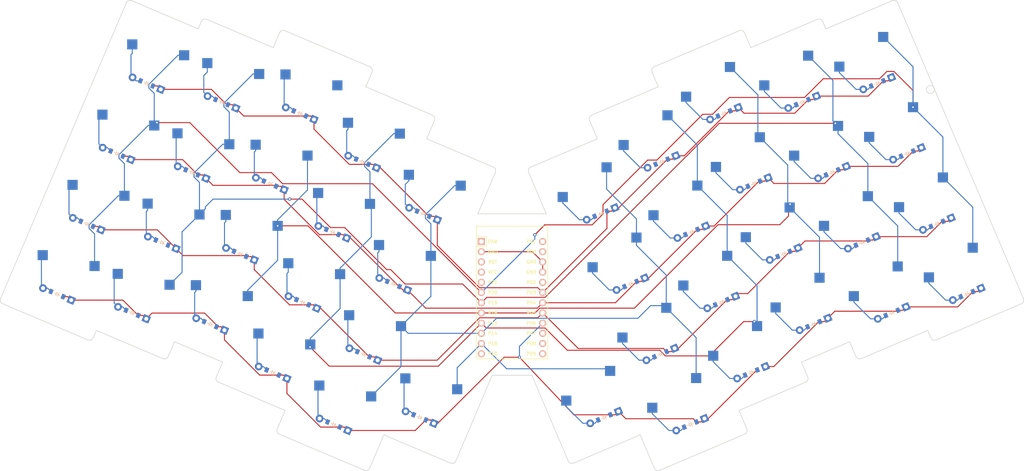
<source format=kicad_pcb>
(kicad_pcb (version 20171130) (host pcbnew 5.1.12)

  (general
    (thickness 1.6)
    (drawings 86)
    (tracks 601)
    (zones 0)
    (modules 85)
    (nets 65)
  )

  (page A3)
  (title_block
    (title main)
    (rev v1.0.0)
    (company Unknown)
  )

  (layers
    (0 F.Cu signal)
    (31 B.Cu signal)
    (32 B.Adhes user)
    (33 F.Adhes user)
    (34 B.Paste user)
    (35 F.Paste user)
    (36 B.SilkS user)
    (37 F.SilkS user)
    (38 B.Mask user)
    (39 F.Mask user)
    (40 Dwgs.User user)
    (41 Cmts.User user)
    (42 Eco1.User user)
    (43 Eco2.User user)
    (44 Edge.Cuts user)
    (45 Margin user)
    (46 B.CrtYd user)
    (47 F.CrtYd user)
    (48 B.Fab user)
    (49 F.Fab user)
  )

  (setup
    (last_trace_width 0.25)
    (trace_clearance 0.2)
    (zone_clearance 0.508)
    (zone_45_only no)
    (trace_min 0.2)
    (via_size 0.8)
    (via_drill 0.4)
    (via_min_size 0.4)
    (via_min_drill 0.3)
    (uvia_size 0.3)
    (uvia_drill 0.1)
    (uvias_allowed no)
    (uvia_min_size 0.2)
    (uvia_min_drill 0.1)
    (edge_width 0.05)
    (segment_width 0.2)
    (pcb_text_width 0.3)
    (pcb_text_size 1.5 1.5)
    (mod_edge_width 0.12)
    (mod_text_size 1 1)
    (mod_text_width 0.15)
    (pad_size 1.524 1.524)
    (pad_drill 0.762)
    (pad_to_mask_clearance 0.05)
    (aux_axis_origin 0 0)
    (visible_elements FFFFFF7F)
    (pcbplotparams
      (layerselection 0x010fc_ffffffff)
      (usegerberextensions false)
      (usegerberattributes true)
      (usegerberadvancedattributes true)
      (creategerberjobfile true)
      (excludeedgelayer true)
      (linewidth 0.100000)
      (plotframeref false)
      (viasonmask false)
      (mode 1)
      (useauxorigin false)
      (hpglpennumber 1)
      (hpglpenspeed 20)
      (hpglpendiameter 15.000000)
      (psnegative false)
      (psa4output false)
      (plotreference true)
      (plotvalue true)
      (plotinvisibletext false)
      (padsonsilk false)
      (subtractmaskfromsilk false)
      (outputformat 1)
      (mirror false)
      (drillshape 1)
      (scaleselection 1)
      (outputdirectory ""))
  )

  (net 0 "")
  (net 1 pinky_bottom)
  (net 2 P20)
  (net 3 P6)
  (net 4 pinky_home)
  (net 5 P5)
  (net 6 pinky_top)
  (net 7 P4)
  (net 8 pinky_num)
  (net 9 P3)
  (net 10 ring_bottom)
  (net 11 P19)
  (net 12 ring_home)
  (net 13 ring_top)
  (net 14 ring_num)
  (net 15 middle_bottom)
  (net 16 P18)
  (net 17 middle_home)
  (net 18 middle_top)
  (net 19 middle_num)
  (net 20 index_bottom)
  (net 21 P15)
  (net 22 index_home)
  (net 23 index_top)
  (net 24 index_num)
  (net 25 inner_bottom)
  (net 26 P14)
  (net 27 inner_home)
  (net 28 inner_top)
  (net 29 inner_num)
  (net 30 thumb_bottom)
  (net 31 P16)
  (net 32 mirror_pinky_bottom)
  (net 33 mirror_pinky_home)
  (net 34 mirror_pinky_top)
  (net 35 mirror_pinky_num)
  (net 36 mirror_ring_bottom)
  (net 37 mirror_ring_home)
  (net 38 mirror_ring_top)
  (net 39 mirror_ring_num)
  (net 40 mirror_middle_bottom)
  (net 41 mirror_middle_home)
  (net 42 mirror_middle_top)
  (net 43 mirror_middle_num)
  (net 44 mirror_index_bottom)
  (net 45 mirror_index_home)
  (net 46 mirror_index_top)
  (net 47 mirror_index_num)
  (net 48 mirror_inner_bottom)
  (net 49 mirror_inner_home)
  (net 50 mirror_inner_top)
  (net 51 mirror_inner_num)
  (net 52 mirror_thumb_bottom)
  (net 53 RAW)
  (net 54 GND)
  (net 55 RST)
  (net 56 VCC)
  (net 57 P21)
  (net 58 P10)
  (net 59 P1)
  (net 60 P0)
  (net 61 P2)
  (net 62 P7)
  (net 63 P8)
  (net 64 P9)

  (net_class Default "This is the default net class."
    (clearance 0.2)
    (trace_width 0.25)
    (via_dia 0.8)
    (via_drill 0.4)
    (uvia_dia 0.3)
    (uvia_drill 0.1)
    (add_net GND)
    (add_net P0)
    (add_net P1)
    (add_net P10)
    (add_net P14)
    (add_net P15)
    (add_net P16)
    (add_net P18)
    (add_net P19)
    (add_net P2)
    (add_net P20)
    (add_net P21)
    (add_net P3)
    (add_net P4)
    (add_net P5)
    (add_net P6)
    (add_net P7)
    (add_net P8)
    (add_net P9)
    (add_net RAW)
    (add_net RST)
    (add_net VCC)
    (add_net index_bottom)
    (add_net index_home)
    (add_net index_num)
    (add_net index_top)
    (add_net inner_bottom)
    (add_net inner_home)
    (add_net inner_num)
    (add_net inner_top)
    (add_net middle_bottom)
    (add_net middle_home)
    (add_net middle_num)
    (add_net middle_top)
    (add_net mirror_index_bottom)
    (add_net mirror_index_home)
    (add_net mirror_index_num)
    (add_net mirror_index_top)
    (add_net mirror_inner_bottom)
    (add_net mirror_inner_home)
    (add_net mirror_inner_num)
    (add_net mirror_inner_top)
    (add_net mirror_middle_bottom)
    (add_net mirror_middle_home)
    (add_net mirror_middle_num)
    (add_net mirror_middle_top)
    (add_net mirror_pinky_bottom)
    (add_net mirror_pinky_home)
    (add_net mirror_pinky_num)
    (add_net mirror_pinky_top)
    (add_net mirror_ring_bottom)
    (add_net mirror_ring_home)
    (add_net mirror_ring_num)
    (add_net mirror_ring_top)
    (add_net mirror_thumb_bottom)
    (add_net pinky_bottom)
    (add_net pinky_home)
    (add_net pinky_num)
    (add_net pinky_top)
    (add_net ring_bottom)
    (add_net ring_home)
    (add_net ring_num)
    (add_net ring_top)
    (add_net thumb_bottom)
  )

  (module MX (layer F.Cu) (tedit 5DD4F656) (tstamp 0)
    (at 0 0 337)
    (fp_text reference S1 (at 0 0) (layer F.SilkS) hide
      (effects (font (size 1.27 1.27) (thickness 0.15)))
    )
    (fp_text value "" (at 0 0) (layer F.SilkS) hide
      (effects (font (size 1.27 1.27) (thickness 0.15)))
    )
    (fp_line (start -7 -6) (end -7 -7) (layer Dwgs.User) (width 0.15))
    (fp_line (start -7 7) (end -6 7) (layer Dwgs.User) (width 0.15))
    (fp_line (start -6 -7) (end -7 -7) (layer Dwgs.User) (width 0.15))
    (fp_line (start -7 7) (end -7 6) (layer Dwgs.User) (width 0.15))
    (fp_line (start 7 6) (end 7 7) (layer Dwgs.User) (width 0.15))
    (fp_line (start 7 -7) (end 6 -7) (layer Dwgs.User) (width 0.15))
    (fp_line (start 6 7) (end 7 7) (layer Dwgs.User) (width 0.15))
    (fp_line (start 7 -7) (end 7 -6) (layer Dwgs.User) (width 0.15))
    (fp_line (start -9.5 -9.5) (end 9.5 -9.5) (layer Dwgs.User) (width 0.15))
    (fp_line (start 9.5 -9.5) (end 9.5 9.5) (layer Dwgs.User) (width 0.15))
    (fp_line (start 9.5 9.5) (end -9.5 9.5) (layer Dwgs.User) (width 0.15))
    (fp_line (start -9.5 9.5) (end -9.5 -9.5) (layer Dwgs.User) (width 0.15))
    (pad "" np_thru_hole circle (at 0 0) (size 3.9878 3.9878) (drill 3.9878) (layers *.Cu *.Mask))
    (pad "" np_thru_hole circle (at 5.08 0) (size 1.7018 1.7018) (drill 1.7018) (layers *.Cu *.Mask))
    (pad "" np_thru_hole circle (at -5.08 0) (size 1.7018 1.7018) (drill 1.7018) (layers *.Cu *.Mask))
    (pad "" np_thru_hole circle (at 2.54 -5.08) (size 3 3) (drill 3) (layers *.Cu *.Mask))
    (pad "" np_thru_hole circle (at -3.81 -2.54) (size 3 3) (drill 3) (layers *.Cu *.Mask))
    (pad 1 smd rect (at -7.085 -2.54 180) (size 2.55 2.5) (layers B.Cu B.Paste B.Mask)
      (net 1 pinky_bottom))
    (pad 2 smd rect (at 5.842 -5.08 180) (size 2.55 2.5) (layers B.Cu B.Paste B.Mask)
      (net 2 P20))
  )

  (module ComboDiode (layer F.Cu) (tedit 5B24D78E) (tstamp 0)
    (at -1.953656 4.602524 157)
    (fp_text reference D1 (at 0 0) (layer F.SilkS) hide
      (effects (font (size 1.27 1.27) (thickness 0.15)))
    )
    (fp_text value "" (at 0 0) (layer F.SilkS) hide
      (effects (font (size 1.27 1.27) (thickness 0.15)))
    )
    (fp_line (start 0.25 0) (end 0.75 0) (layer F.SilkS) (width 0.1))
    (fp_line (start 0.25 0.4) (end -0.35 0) (layer F.SilkS) (width 0.1))
    (fp_line (start 0.25 -0.4) (end 0.25 0.4) (layer F.SilkS) (width 0.1))
    (fp_line (start -0.35 0) (end 0.25 -0.4) (layer F.SilkS) (width 0.1))
    (fp_line (start -0.35 0) (end -0.35 0.55) (layer F.SilkS) (width 0.1))
    (fp_line (start -0.35 0) (end -0.35 -0.55) (layer F.SilkS) (width 0.1))
    (fp_line (start -0.75 0) (end -0.35 0) (layer F.SilkS) (width 0.1))
    (fp_line (start 0.25 0) (end 0.75 0) (layer B.SilkS) (width 0.1))
    (fp_line (start 0.25 0.4) (end -0.35 0) (layer B.SilkS) (width 0.1))
    (fp_line (start 0.25 -0.4) (end 0.25 0.4) (layer B.SilkS) (width 0.1))
    (fp_line (start -0.35 0) (end 0.25 -0.4) (layer B.SilkS) (width 0.1))
    (fp_line (start -0.35 0) (end -0.35 0.55) (layer B.SilkS) (width 0.1))
    (fp_line (start -0.35 0) (end -0.35 -0.55) (layer B.SilkS) (width 0.1))
    (fp_line (start -0.75 0) (end -0.35 0) (layer B.SilkS) (width 0.1))
    (pad 1 smd rect (at -1.65 0 157) (size 0.9 1.2) (layers F.Cu F.Paste F.Mask)
      (net 3 P6))
    (pad 2 smd rect (at 1.65 0 157) (size 0.9 1.2) (layers B.Cu B.Paste B.Mask)
      (net 1 pinky_bottom))
    (pad 1 smd rect (at -1.65 0 157) (size 0.9 1.2) (layers B.Cu B.Paste B.Mask)
      (net 3 P6))
    (pad 2 smd rect (at 1.65 0 157) (size 0.9 1.2) (layers F.Cu F.Paste F.Mask)
      (net 1 pinky_bottom))
    (pad 1 thru_hole circle (at 3.81 0 157) (size 1.905 1.905) (drill 0.9906) (layers *.Cu *.Mask)
      (net 1 pinky_bottom))
    (pad 2 thru_hole rect (at -3.81 0 157) (size 1.778 1.778) (drill 0.9906) (layers *.Cu *.Mask)
      (net 3 P6))
  )

  (module MX (layer F.Cu) (tedit 5DD4F656) (tstamp 0)
    (at 7.423891 -17.489592 337)
    (fp_text reference S2 (at 0 0) (layer F.SilkS) hide
      (effects (font (size 1.27 1.27) (thickness 0.15)))
    )
    (fp_text value "" (at 0 0) (layer F.SilkS) hide
      (effects (font (size 1.27 1.27) (thickness 0.15)))
    )
    (fp_line (start -7 -6) (end -7 -7) (layer Dwgs.User) (width 0.15))
    (fp_line (start -7 7) (end -6 7) (layer Dwgs.User) (width 0.15))
    (fp_line (start -6 -7) (end -7 -7) (layer Dwgs.User) (width 0.15))
    (fp_line (start -7 7) (end -7 6) (layer Dwgs.User) (width 0.15))
    (fp_line (start 7 6) (end 7 7) (layer Dwgs.User) (width 0.15))
    (fp_line (start 7 -7) (end 6 -7) (layer Dwgs.User) (width 0.15))
    (fp_line (start 6 7) (end 7 7) (layer Dwgs.User) (width 0.15))
    (fp_line (start 7 -7) (end 7 -6) (layer Dwgs.User) (width 0.15))
    (fp_line (start -9.5 -9.5) (end 9.5 -9.5) (layer Dwgs.User) (width 0.15))
    (fp_line (start 9.5 -9.5) (end 9.5 9.5) (layer Dwgs.User) (width 0.15))
    (fp_line (start 9.5 9.5) (end -9.5 9.5) (layer Dwgs.User) (width 0.15))
    (fp_line (start -9.5 9.5) (end -9.5 -9.5) (layer Dwgs.User) (width 0.15))
    (pad "" np_thru_hole circle (at 0 0) (size 3.9878 3.9878) (drill 3.9878) (layers *.Cu *.Mask))
    (pad "" np_thru_hole circle (at 5.08 0) (size 1.7018 1.7018) (drill 1.7018) (layers *.Cu *.Mask))
    (pad "" np_thru_hole circle (at -5.08 0) (size 1.7018 1.7018) (drill 1.7018) (layers *.Cu *.Mask))
    (pad "" np_thru_hole circle (at 2.54 -5.08) (size 3 3) (drill 3) (layers *.Cu *.Mask))
    (pad "" np_thru_hole circle (at -3.81 -2.54) (size 3 3) (drill 3) (layers *.Cu *.Mask))
    (pad 1 smd rect (at -7.085 -2.54 180) (size 2.55 2.5) (layers B.Cu B.Paste B.Mask)
      (net 4 pinky_home))
    (pad 2 smd rect (at 5.842 -5.08 180) (size 2.55 2.5) (layers B.Cu B.Paste B.Mask)
      (net 2 P20))
  )

  (module ComboDiode (layer F.Cu) (tedit 5B24D78E) (tstamp 0)
    (at 5.470236 -12.887068 157)
    (fp_text reference D2 (at 0 0) (layer F.SilkS) hide
      (effects (font (size 1.27 1.27) (thickness 0.15)))
    )
    (fp_text value "" (at 0 0) (layer F.SilkS) hide
      (effects (font (size 1.27 1.27) (thickness 0.15)))
    )
    (fp_line (start 0.25 0) (end 0.75 0) (layer F.SilkS) (width 0.1))
    (fp_line (start 0.25 0.4) (end -0.35 0) (layer F.SilkS) (width 0.1))
    (fp_line (start 0.25 -0.4) (end 0.25 0.4) (layer F.SilkS) (width 0.1))
    (fp_line (start -0.35 0) (end 0.25 -0.4) (layer F.SilkS) (width 0.1))
    (fp_line (start -0.35 0) (end -0.35 0.55) (layer F.SilkS) (width 0.1))
    (fp_line (start -0.35 0) (end -0.35 -0.55) (layer F.SilkS) (width 0.1))
    (fp_line (start -0.75 0) (end -0.35 0) (layer F.SilkS) (width 0.1))
    (fp_line (start 0.25 0) (end 0.75 0) (layer B.SilkS) (width 0.1))
    (fp_line (start 0.25 0.4) (end -0.35 0) (layer B.SilkS) (width 0.1))
    (fp_line (start 0.25 -0.4) (end 0.25 0.4) (layer B.SilkS) (width 0.1))
    (fp_line (start -0.35 0) (end 0.25 -0.4) (layer B.SilkS) (width 0.1))
    (fp_line (start -0.35 0) (end -0.35 0.55) (layer B.SilkS) (width 0.1))
    (fp_line (start -0.35 0) (end -0.35 -0.55) (layer B.SilkS) (width 0.1))
    (fp_line (start -0.75 0) (end -0.35 0) (layer B.SilkS) (width 0.1))
    (pad 1 smd rect (at -1.65 0 157) (size 0.9 1.2) (layers F.Cu F.Paste F.Mask)
      (net 5 P5))
    (pad 2 smd rect (at 1.65 0 157) (size 0.9 1.2) (layers B.Cu B.Paste B.Mask)
      (net 4 pinky_home))
    (pad 1 smd rect (at -1.65 0 157) (size 0.9 1.2) (layers B.Cu B.Paste B.Mask)
      (net 5 P5))
    (pad 2 smd rect (at 1.65 0 157) (size 0.9 1.2) (layers F.Cu F.Paste F.Mask)
      (net 4 pinky_home))
    (pad 1 thru_hole circle (at 3.81 0 157) (size 1.905 1.905) (drill 0.9906) (layers *.Cu *.Mask)
      (net 4 pinky_home))
    (pad 2 thru_hole rect (at -3.81 0 157) (size 1.778 1.778) (drill 0.9906) (layers *.Cu *.Mask)
      (net 5 P5))
  )

  (module MX (layer F.Cu) (tedit 5DD4F656) (tstamp 0)
    (at 14.847783 -34.979184 337)
    (fp_text reference S3 (at 0 0) (layer F.SilkS) hide
      (effects (font (size 1.27 1.27) (thickness 0.15)))
    )
    (fp_text value "" (at 0 0) (layer F.SilkS) hide
      (effects (font (size 1.27 1.27) (thickness 0.15)))
    )
    (fp_line (start -7 -6) (end -7 -7) (layer Dwgs.User) (width 0.15))
    (fp_line (start -7 7) (end -6 7) (layer Dwgs.User) (width 0.15))
    (fp_line (start -6 -7) (end -7 -7) (layer Dwgs.User) (width 0.15))
    (fp_line (start -7 7) (end -7 6) (layer Dwgs.User) (width 0.15))
    (fp_line (start 7 6) (end 7 7) (layer Dwgs.User) (width 0.15))
    (fp_line (start 7 -7) (end 6 -7) (layer Dwgs.User) (width 0.15))
    (fp_line (start 6 7) (end 7 7) (layer Dwgs.User) (width 0.15))
    (fp_line (start 7 -7) (end 7 -6) (layer Dwgs.User) (width 0.15))
    (fp_line (start -9.5 -9.5) (end 9.5 -9.5) (layer Dwgs.User) (width 0.15))
    (fp_line (start 9.5 -9.5) (end 9.5 9.5) (layer Dwgs.User) (width 0.15))
    (fp_line (start 9.5 9.5) (end -9.5 9.5) (layer Dwgs.User) (width 0.15))
    (fp_line (start -9.5 9.5) (end -9.5 -9.5) (layer Dwgs.User) (width 0.15))
    (pad "" np_thru_hole circle (at 0 0) (size 3.9878 3.9878) (drill 3.9878) (layers *.Cu *.Mask))
    (pad "" np_thru_hole circle (at 5.08 0) (size 1.7018 1.7018) (drill 1.7018) (layers *.Cu *.Mask))
    (pad "" np_thru_hole circle (at -5.08 0) (size 1.7018 1.7018) (drill 1.7018) (layers *.Cu *.Mask))
    (pad "" np_thru_hole circle (at 2.54 -5.08) (size 3 3) (drill 3) (layers *.Cu *.Mask))
    (pad "" np_thru_hole circle (at -3.81 -2.54) (size 3 3) (drill 3) (layers *.Cu *.Mask))
    (pad 1 smd rect (at -7.085 -2.54 180) (size 2.55 2.5) (layers B.Cu B.Paste B.Mask)
      (net 6 pinky_top))
    (pad 2 smd rect (at 5.842 -5.08 180) (size 2.55 2.5) (layers B.Cu B.Paste B.Mask)
      (net 2 P20))
  )

  (module ComboDiode (layer F.Cu) (tedit 5B24D78E) (tstamp 0)
    (at 12.894127 -30.37666 157)
    (fp_text reference D3 (at 0 0) (layer F.SilkS) hide
      (effects (font (size 1.27 1.27) (thickness 0.15)))
    )
    (fp_text value "" (at 0 0) (layer F.SilkS) hide
      (effects (font (size 1.27 1.27) (thickness 0.15)))
    )
    (fp_line (start 0.25 0) (end 0.75 0) (layer F.SilkS) (width 0.1))
    (fp_line (start 0.25 0.4) (end -0.35 0) (layer F.SilkS) (width 0.1))
    (fp_line (start 0.25 -0.4) (end 0.25 0.4) (layer F.SilkS) (width 0.1))
    (fp_line (start -0.35 0) (end 0.25 -0.4) (layer F.SilkS) (width 0.1))
    (fp_line (start -0.35 0) (end -0.35 0.55) (layer F.SilkS) (width 0.1))
    (fp_line (start -0.35 0) (end -0.35 -0.55) (layer F.SilkS) (width 0.1))
    (fp_line (start -0.75 0) (end -0.35 0) (layer F.SilkS) (width 0.1))
    (fp_line (start 0.25 0) (end 0.75 0) (layer B.SilkS) (width 0.1))
    (fp_line (start 0.25 0.4) (end -0.35 0) (layer B.SilkS) (width 0.1))
    (fp_line (start 0.25 -0.4) (end 0.25 0.4) (layer B.SilkS) (width 0.1))
    (fp_line (start -0.35 0) (end 0.25 -0.4) (layer B.SilkS) (width 0.1))
    (fp_line (start -0.35 0) (end -0.35 0.55) (layer B.SilkS) (width 0.1))
    (fp_line (start -0.35 0) (end -0.35 -0.55) (layer B.SilkS) (width 0.1))
    (fp_line (start -0.75 0) (end -0.35 0) (layer B.SilkS) (width 0.1))
    (pad 1 smd rect (at -1.65 0 157) (size 0.9 1.2) (layers F.Cu F.Paste F.Mask)
      (net 7 P4))
    (pad 2 smd rect (at 1.65 0 157) (size 0.9 1.2) (layers B.Cu B.Paste B.Mask)
      (net 6 pinky_top))
    (pad 1 smd rect (at -1.65 0 157) (size 0.9 1.2) (layers B.Cu B.Paste B.Mask)
      (net 7 P4))
    (pad 2 smd rect (at 1.65 0 157) (size 0.9 1.2) (layers F.Cu F.Paste F.Mask)
      (net 6 pinky_top))
    (pad 1 thru_hole circle (at 3.81 0 157) (size 1.905 1.905) (drill 0.9906) (layers *.Cu *.Mask)
      (net 6 pinky_top))
    (pad 2 thru_hole rect (at -3.81 0 157) (size 1.778 1.778) (drill 0.9906) (layers *.Cu *.Mask)
      (net 7 P4))
  )

  (module MX (layer F.Cu) (tedit 5DD4F656) (tstamp 0)
    (at 22.271674 -52.468777 337)
    (fp_text reference S4 (at 0 0) (layer F.SilkS) hide
      (effects (font (size 1.27 1.27) (thickness 0.15)))
    )
    (fp_text value "" (at 0 0) (layer F.SilkS) hide
      (effects (font (size 1.27 1.27) (thickness 0.15)))
    )
    (fp_line (start -7 -6) (end -7 -7) (layer Dwgs.User) (width 0.15))
    (fp_line (start -7 7) (end -6 7) (layer Dwgs.User) (width 0.15))
    (fp_line (start -6 -7) (end -7 -7) (layer Dwgs.User) (width 0.15))
    (fp_line (start -7 7) (end -7 6) (layer Dwgs.User) (width 0.15))
    (fp_line (start 7 6) (end 7 7) (layer Dwgs.User) (width 0.15))
    (fp_line (start 7 -7) (end 6 -7) (layer Dwgs.User) (width 0.15))
    (fp_line (start 6 7) (end 7 7) (layer Dwgs.User) (width 0.15))
    (fp_line (start 7 -7) (end 7 -6) (layer Dwgs.User) (width 0.15))
    (fp_line (start -9.5 -9.5) (end 9.5 -9.5) (layer Dwgs.User) (width 0.15))
    (fp_line (start 9.5 -9.5) (end 9.5 9.5) (layer Dwgs.User) (width 0.15))
    (fp_line (start 9.5 9.5) (end -9.5 9.5) (layer Dwgs.User) (width 0.15))
    (fp_line (start -9.5 9.5) (end -9.5 -9.5) (layer Dwgs.User) (width 0.15))
    (pad "" np_thru_hole circle (at 0 0) (size 3.9878 3.9878) (drill 3.9878) (layers *.Cu *.Mask))
    (pad "" np_thru_hole circle (at 5.08 0) (size 1.7018 1.7018) (drill 1.7018) (layers *.Cu *.Mask))
    (pad "" np_thru_hole circle (at -5.08 0) (size 1.7018 1.7018) (drill 1.7018) (layers *.Cu *.Mask))
    (pad "" np_thru_hole circle (at 2.54 -5.08) (size 3 3) (drill 3) (layers *.Cu *.Mask))
    (pad "" np_thru_hole circle (at -3.81 -2.54) (size 3 3) (drill 3) (layers *.Cu *.Mask))
    (pad 1 smd rect (at -7.085 -2.54 180) (size 2.55 2.5) (layers B.Cu B.Paste B.Mask)
      (net 8 pinky_num))
    (pad 2 smd rect (at 5.842 -5.08 180) (size 2.55 2.5) (layers B.Cu B.Paste B.Mask)
      (net 2 P20))
  )

  (module ComboDiode (layer F.Cu) (tedit 5B24D78E) (tstamp 0)
    (at 20.318019 -47.866252 157)
    (fp_text reference D4 (at 0 0) (layer F.SilkS) hide
      (effects (font (size 1.27 1.27) (thickness 0.15)))
    )
    (fp_text value "" (at 0 0) (layer F.SilkS) hide
      (effects (font (size 1.27 1.27) (thickness 0.15)))
    )
    (fp_line (start 0.25 0) (end 0.75 0) (layer F.SilkS) (width 0.1))
    (fp_line (start 0.25 0.4) (end -0.35 0) (layer F.SilkS) (width 0.1))
    (fp_line (start 0.25 -0.4) (end 0.25 0.4) (layer F.SilkS) (width 0.1))
    (fp_line (start -0.35 0) (end 0.25 -0.4) (layer F.SilkS) (width 0.1))
    (fp_line (start -0.35 0) (end -0.35 0.55) (layer F.SilkS) (width 0.1))
    (fp_line (start -0.35 0) (end -0.35 -0.55) (layer F.SilkS) (width 0.1))
    (fp_line (start -0.75 0) (end -0.35 0) (layer F.SilkS) (width 0.1))
    (fp_line (start 0.25 0) (end 0.75 0) (layer B.SilkS) (width 0.1))
    (fp_line (start 0.25 0.4) (end -0.35 0) (layer B.SilkS) (width 0.1))
    (fp_line (start 0.25 -0.4) (end 0.25 0.4) (layer B.SilkS) (width 0.1))
    (fp_line (start -0.35 0) (end 0.25 -0.4) (layer B.SilkS) (width 0.1))
    (fp_line (start -0.35 0) (end -0.35 0.55) (layer B.SilkS) (width 0.1))
    (fp_line (start -0.35 0) (end -0.35 -0.55) (layer B.SilkS) (width 0.1))
    (fp_line (start -0.75 0) (end -0.35 0) (layer B.SilkS) (width 0.1))
    (pad 1 smd rect (at -1.65 0 157) (size 0.9 1.2) (layers F.Cu F.Paste F.Mask)
      (net 9 P3))
    (pad 2 smd rect (at 1.65 0 157) (size 0.9 1.2) (layers B.Cu B.Paste B.Mask)
      (net 8 pinky_num))
    (pad 1 smd rect (at -1.65 0 157) (size 0.9 1.2) (layers B.Cu B.Paste B.Mask)
      (net 9 P3))
    (pad 2 smd rect (at 1.65 0 157) (size 0.9 1.2) (layers F.Cu F.Paste F.Mask)
      (net 8 pinky_num))
    (pad 1 thru_hole circle (at 3.81 0 157) (size 1.905 1.905) (drill 0.9906) (layers *.Cu *.Mask)
      (net 8 pinky_num))
    (pad 2 thru_hole rect (at -3.81 0 157) (size 1.778 1.778) (drill 0.9906) (layers *.Cu *.Mask)
      (net 9 P3))
  )

  (module MX (layer F.Cu) (tedit 5DD4F656) (tstamp 0)
    (at 18.661786 4.662377 337)
    (fp_text reference S5 (at 0 0) (layer F.SilkS) hide
      (effects (font (size 1.27 1.27) (thickness 0.15)))
    )
    (fp_text value "" (at 0 0) (layer F.SilkS) hide
      (effects (font (size 1.27 1.27) (thickness 0.15)))
    )
    (fp_line (start -7 -6) (end -7 -7) (layer Dwgs.User) (width 0.15))
    (fp_line (start -7 7) (end -6 7) (layer Dwgs.User) (width 0.15))
    (fp_line (start -6 -7) (end -7 -7) (layer Dwgs.User) (width 0.15))
    (fp_line (start -7 7) (end -7 6) (layer Dwgs.User) (width 0.15))
    (fp_line (start 7 6) (end 7 7) (layer Dwgs.User) (width 0.15))
    (fp_line (start 7 -7) (end 6 -7) (layer Dwgs.User) (width 0.15))
    (fp_line (start 6 7) (end 7 7) (layer Dwgs.User) (width 0.15))
    (fp_line (start 7 -7) (end 7 -6) (layer Dwgs.User) (width 0.15))
    (fp_line (start -9.5 -9.5) (end 9.5 -9.5) (layer Dwgs.User) (width 0.15))
    (fp_line (start 9.5 -9.5) (end 9.5 9.5) (layer Dwgs.User) (width 0.15))
    (fp_line (start 9.5 9.5) (end -9.5 9.5) (layer Dwgs.User) (width 0.15))
    (fp_line (start -9.5 9.5) (end -9.5 -9.5) (layer Dwgs.User) (width 0.15))
    (pad "" np_thru_hole circle (at 0 0) (size 3.9878 3.9878) (drill 3.9878) (layers *.Cu *.Mask))
    (pad "" np_thru_hole circle (at 5.08 0) (size 1.7018 1.7018) (drill 1.7018) (layers *.Cu *.Mask))
    (pad "" np_thru_hole circle (at -5.08 0) (size 1.7018 1.7018) (drill 1.7018) (layers *.Cu *.Mask))
    (pad "" np_thru_hole circle (at 2.54 -5.08) (size 3 3) (drill 3) (layers *.Cu *.Mask))
    (pad "" np_thru_hole circle (at -3.81 -2.54) (size 3 3) (drill 3) (layers *.Cu *.Mask))
    (pad 1 smd rect (at -7.085 -2.54 180) (size 2.55 2.5) (layers B.Cu B.Paste B.Mask)
      (net 10 ring_bottom))
    (pad 2 smd rect (at 5.842 -5.08 180) (size 2.55 2.5) (layers B.Cu B.Paste B.Mask)
      (net 11 P19))
  )

  (module ComboDiode (layer F.Cu) (tedit 5B24D78E) (tstamp 0)
    (at 16.70813 9.264901 157)
    (fp_text reference D5 (at 0 0) (layer F.SilkS) hide
      (effects (font (size 1.27 1.27) (thickness 0.15)))
    )
    (fp_text value "" (at 0 0) (layer F.SilkS) hide
      (effects (font (size 1.27 1.27) (thickness 0.15)))
    )
    (fp_line (start 0.25 0) (end 0.75 0) (layer F.SilkS) (width 0.1))
    (fp_line (start 0.25 0.4) (end -0.35 0) (layer F.SilkS) (width 0.1))
    (fp_line (start 0.25 -0.4) (end 0.25 0.4) (layer F.SilkS) (width 0.1))
    (fp_line (start -0.35 0) (end 0.25 -0.4) (layer F.SilkS) (width 0.1))
    (fp_line (start -0.35 0) (end -0.35 0.55) (layer F.SilkS) (width 0.1))
    (fp_line (start -0.35 0) (end -0.35 -0.55) (layer F.SilkS) (width 0.1))
    (fp_line (start -0.75 0) (end -0.35 0) (layer F.SilkS) (width 0.1))
    (fp_line (start 0.25 0) (end 0.75 0) (layer B.SilkS) (width 0.1))
    (fp_line (start 0.25 0.4) (end -0.35 0) (layer B.SilkS) (width 0.1))
    (fp_line (start 0.25 -0.4) (end 0.25 0.4) (layer B.SilkS) (width 0.1))
    (fp_line (start -0.35 0) (end 0.25 -0.4) (layer B.SilkS) (width 0.1))
    (fp_line (start -0.35 0) (end -0.35 0.55) (layer B.SilkS) (width 0.1))
    (fp_line (start -0.35 0) (end -0.35 -0.55) (layer B.SilkS) (width 0.1))
    (fp_line (start -0.75 0) (end -0.35 0) (layer B.SilkS) (width 0.1))
    (pad 1 smd rect (at -1.65 0 157) (size 0.9 1.2) (layers F.Cu F.Paste F.Mask)
      (net 3 P6))
    (pad 2 smd rect (at 1.65 0 157) (size 0.9 1.2) (layers B.Cu B.Paste B.Mask)
      (net 10 ring_bottom))
    (pad 1 smd rect (at -1.65 0 157) (size 0.9 1.2) (layers B.Cu B.Paste B.Mask)
      (net 3 P6))
    (pad 2 smd rect (at 1.65 0 157) (size 0.9 1.2) (layers F.Cu F.Paste F.Mask)
      (net 10 ring_bottom))
    (pad 1 thru_hole circle (at 3.81 0 157) (size 1.905 1.905) (drill 0.9906) (layers *.Cu *.Mask)
      (net 10 ring_bottom))
    (pad 2 thru_hole rect (at -3.81 0 157) (size 1.778 1.778) (drill 0.9906) (layers *.Cu *.Mask)
      (net 3 P6))
  )

  (module MX (layer F.Cu) (tedit 5DD4F656) (tstamp 0)
    (at 26.085677 -12.827215 337)
    (fp_text reference S6 (at 0 0) (layer F.SilkS) hide
      (effects (font (size 1.27 1.27) (thickness 0.15)))
    )
    (fp_text value "" (at 0 0) (layer F.SilkS) hide
      (effects (font (size 1.27 1.27) (thickness 0.15)))
    )
    (fp_line (start -7 -6) (end -7 -7) (layer Dwgs.User) (width 0.15))
    (fp_line (start -7 7) (end -6 7) (layer Dwgs.User) (width 0.15))
    (fp_line (start -6 -7) (end -7 -7) (layer Dwgs.User) (width 0.15))
    (fp_line (start -7 7) (end -7 6) (layer Dwgs.User) (width 0.15))
    (fp_line (start 7 6) (end 7 7) (layer Dwgs.User) (width 0.15))
    (fp_line (start 7 -7) (end 6 -7) (layer Dwgs.User) (width 0.15))
    (fp_line (start 6 7) (end 7 7) (layer Dwgs.User) (width 0.15))
    (fp_line (start 7 -7) (end 7 -6) (layer Dwgs.User) (width 0.15))
    (fp_line (start -9.5 -9.5) (end 9.5 -9.5) (layer Dwgs.User) (width 0.15))
    (fp_line (start 9.5 -9.5) (end 9.5 9.5) (layer Dwgs.User) (width 0.15))
    (fp_line (start 9.5 9.5) (end -9.5 9.5) (layer Dwgs.User) (width 0.15))
    (fp_line (start -9.5 9.5) (end -9.5 -9.5) (layer Dwgs.User) (width 0.15))
    (pad "" np_thru_hole circle (at 0 0) (size 3.9878 3.9878) (drill 3.9878) (layers *.Cu *.Mask))
    (pad "" np_thru_hole circle (at 5.08 0) (size 1.7018 1.7018) (drill 1.7018) (layers *.Cu *.Mask))
    (pad "" np_thru_hole circle (at -5.08 0) (size 1.7018 1.7018) (drill 1.7018) (layers *.Cu *.Mask))
    (pad "" np_thru_hole circle (at 2.54 -5.08) (size 3 3) (drill 3) (layers *.Cu *.Mask))
    (pad "" np_thru_hole circle (at -3.81 -2.54) (size 3 3) (drill 3) (layers *.Cu *.Mask))
    (pad 1 smd rect (at -7.085 -2.54 180) (size 2.55 2.5) (layers B.Cu B.Paste B.Mask)
      (net 12 ring_home))
    (pad 2 smd rect (at 5.842 -5.08 180) (size 2.55 2.5) (layers B.Cu B.Paste B.Mask)
      (net 11 P19))
  )

  (module ComboDiode (layer F.Cu) (tedit 5B24D78E) (tstamp 0)
    (at 24.132021 -8.224691 157)
    (fp_text reference D6 (at 0 0) (layer F.SilkS) hide
      (effects (font (size 1.27 1.27) (thickness 0.15)))
    )
    (fp_text value "" (at 0 0) (layer F.SilkS) hide
      (effects (font (size 1.27 1.27) (thickness 0.15)))
    )
    (fp_line (start 0.25 0) (end 0.75 0) (layer F.SilkS) (width 0.1))
    (fp_line (start 0.25 0.4) (end -0.35 0) (layer F.SilkS) (width 0.1))
    (fp_line (start 0.25 -0.4) (end 0.25 0.4) (layer F.SilkS) (width 0.1))
    (fp_line (start -0.35 0) (end 0.25 -0.4) (layer F.SilkS) (width 0.1))
    (fp_line (start -0.35 0) (end -0.35 0.55) (layer F.SilkS) (width 0.1))
    (fp_line (start -0.35 0) (end -0.35 -0.55) (layer F.SilkS) (width 0.1))
    (fp_line (start -0.75 0) (end -0.35 0) (layer F.SilkS) (width 0.1))
    (fp_line (start 0.25 0) (end 0.75 0) (layer B.SilkS) (width 0.1))
    (fp_line (start 0.25 0.4) (end -0.35 0) (layer B.SilkS) (width 0.1))
    (fp_line (start 0.25 -0.4) (end 0.25 0.4) (layer B.SilkS) (width 0.1))
    (fp_line (start -0.35 0) (end 0.25 -0.4) (layer B.SilkS) (width 0.1))
    (fp_line (start -0.35 0) (end -0.35 0.55) (layer B.SilkS) (width 0.1))
    (fp_line (start -0.35 0) (end -0.35 -0.55) (layer B.SilkS) (width 0.1))
    (fp_line (start -0.75 0) (end -0.35 0) (layer B.SilkS) (width 0.1))
    (pad 1 smd rect (at -1.65 0 157) (size 0.9 1.2) (layers F.Cu F.Paste F.Mask)
      (net 5 P5))
    (pad 2 smd rect (at 1.65 0 157) (size 0.9 1.2) (layers B.Cu B.Paste B.Mask)
      (net 12 ring_home))
    (pad 1 smd rect (at -1.65 0 157) (size 0.9 1.2) (layers B.Cu B.Paste B.Mask)
      (net 5 P5))
    (pad 2 smd rect (at 1.65 0 157) (size 0.9 1.2) (layers F.Cu F.Paste F.Mask)
      (net 12 ring_home))
    (pad 1 thru_hole circle (at 3.81 0 157) (size 1.905 1.905) (drill 0.9906) (layers *.Cu *.Mask)
      (net 12 ring_home))
    (pad 2 thru_hole rect (at -3.81 0 157) (size 1.778 1.778) (drill 0.9906) (layers *.Cu *.Mask)
      (net 5 P5))
  )

  (module MX (layer F.Cu) (tedit 5DD4F656) (tstamp 0)
    (at 33.509569 -30.316808 337)
    (fp_text reference S7 (at 0 0) (layer F.SilkS) hide
      (effects (font (size 1.27 1.27) (thickness 0.15)))
    )
    (fp_text value "" (at 0 0) (layer F.SilkS) hide
      (effects (font (size 1.27 1.27) (thickness 0.15)))
    )
    (fp_line (start -7 -6) (end -7 -7) (layer Dwgs.User) (width 0.15))
    (fp_line (start -7 7) (end -6 7) (layer Dwgs.User) (width 0.15))
    (fp_line (start -6 -7) (end -7 -7) (layer Dwgs.User) (width 0.15))
    (fp_line (start -7 7) (end -7 6) (layer Dwgs.User) (width 0.15))
    (fp_line (start 7 6) (end 7 7) (layer Dwgs.User) (width 0.15))
    (fp_line (start 7 -7) (end 6 -7) (layer Dwgs.User) (width 0.15))
    (fp_line (start 6 7) (end 7 7) (layer Dwgs.User) (width 0.15))
    (fp_line (start 7 -7) (end 7 -6) (layer Dwgs.User) (width 0.15))
    (fp_line (start -9.5 -9.5) (end 9.5 -9.5) (layer Dwgs.User) (width 0.15))
    (fp_line (start 9.5 -9.5) (end 9.5 9.5) (layer Dwgs.User) (width 0.15))
    (fp_line (start 9.5 9.5) (end -9.5 9.5) (layer Dwgs.User) (width 0.15))
    (fp_line (start -9.5 9.5) (end -9.5 -9.5) (layer Dwgs.User) (width 0.15))
    (pad "" np_thru_hole circle (at 0 0) (size 3.9878 3.9878) (drill 3.9878) (layers *.Cu *.Mask))
    (pad "" np_thru_hole circle (at 5.08 0) (size 1.7018 1.7018) (drill 1.7018) (layers *.Cu *.Mask))
    (pad "" np_thru_hole circle (at -5.08 0) (size 1.7018 1.7018) (drill 1.7018) (layers *.Cu *.Mask))
    (pad "" np_thru_hole circle (at 2.54 -5.08) (size 3 3) (drill 3) (layers *.Cu *.Mask))
    (pad "" np_thru_hole circle (at -3.81 -2.54) (size 3 3) (drill 3) (layers *.Cu *.Mask))
    (pad 1 smd rect (at -7.085 -2.54 180) (size 2.55 2.5) (layers B.Cu B.Paste B.Mask)
      (net 13 ring_top))
    (pad 2 smd rect (at 5.842 -5.08 180) (size 2.55 2.5) (layers B.Cu B.Paste B.Mask)
      (net 11 P19))
  )

  (module ComboDiode (layer F.Cu) (tedit 5B24D78E) (tstamp 0)
    (at 31.555913 -25.714283 157)
    (fp_text reference D7 (at 0 0) (layer F.SilkS) hide
      (effects (font (size 1.27 1.27) (thickness 0.15)))
    )
    (fp_text value "" (at 0 0) (layer F.SilkS) hide
      (effects (font (size 1.27 1.27) (thickness 0.15)))
    )
    (fp_line (start 0.25 0) (end 0.75 0) (layer F.SilkS) (width 0.1))
    (fp_line (start 0.25 0.4) (end -0.35 0) (layer F.SilkS) (width 0.1))
    (fp_line (start 0.25 -0.4) (end 0.25 0.4) (layer F.SilkS) (width 0.1))
    (fp_line (start -0.35 0) (end 0.25 -0.4) (layer F.SilkS) (width 0.1))
    (fp_line (start -0.35 0) (end -0.35 0.55) (layer F.SilkS) (width 0.1))
    (fp_line (start -0.35 0) (end -0.35 -0.55) (layer F.SilkS) (width 0.1))
    (fp_line (start -0.75 0) (end -0.35 0) (layer F.SilkS) (width 0.1))
    (fp_line (start 0.25 0) (end 0.75 0) (layer B.SilkS) (width 0.1))
    (fp_line (start 0.25 0.4) (end -0.35 0) (layer B.SilkS) (width 0.1))
    (fp_line (start 0.25 -0.4) (end 0.25 0.4) (layer B.SilkS) (width 0.1))
    (fp_line (start -0.35 0) (end 0.25 -0.4) (layer B.SilkS) (width 0.1))
    (fp_line (start -0.35 0) (end -0.35 0.55) (layer B.SilkS) (width 0.1))
    (fp_line (start -0.35 0) (end -0.35 -0.55) (layer B.SilkS) (width 0.1))
    (fp_line (start -0.75 0) (end -0.35 0) (layer B.SilkS) (width 0.1))
    (pad 1 smd rect (at -1.65 0 157) (size 0.9 1.2) (layers F.Cu F.Paste F.Mask)
      (net 7 P4))
    (pad 2 smd rect (at 1.65 0 157) (size 0.9 1.2) (layers B.Cu B.Paste B.Mask)
      (net 13 ring_top))
    (pad 1 smd rect (at -1.65 0 157) (size 0.9 1.2) (layers B.Cu B.Paste B.Mask)
      (net 7 P4))
    (pad 2 smd rect (at 1.65 0 157) (size 0.9 1.2) (layers F.Cu F.Paste F.Mask)
      (net 13 ring_top))
    (pad 1 thru_hole circle (at 3.81 0 157) (size 1.905 1.905) (drill 0.9906) (layers *.Cu *.Mask)
      (net 13 ring_top))
    (pad 2 thru_hole rect (at -3.81 0 157) (size 1.778 1.778) (drill 0.9906) (layers *.Cu *.Mask)
      (net 7 P4))
  )

  (module MX (layer F.Cu) (tedit 5DD4F656) (tstamp 0)
    (at 40.93346 -47.8064 337)
    (fp_text reference S8 (at 0 0) (layer F.SilkS) hide
      (effects (font (size 1.27 1.27) (thickness 0.15)))
    )
    (fp_text value "" (at 0 0) (layer F.SilkS) hide
      (effects (font (size 1.27 1.27) (thickness 0.15)))
    )
    (fp_line (start -7 -6) (end -7 -7) (layer Dwgs.User) (width 0.15))
    (fp_line (start -7 7) (end -6 7) (layer Dwgs.User) (width 0.15))
    (fp_line (start -6 -7) (end -7 -7) (layer Dwgs.User) (width 0.15))
    (fp_line (start -7 7) (end -7 6) (layer Dwgs.User) (width 0.15))
    (fp_line (start 7 6) (end 7 7) (layer Dwgs.User) (width 0.15))
    (fp_line (start 7 -7) (end 6 -7) (layer Dwgs.User) (width 0.15))
    (fp_line (start 6 7) (end 7 7) (layer Dwgs.User) (width 0.15))
    (fp_line (start 7 -7) (end 7 -6) (layer Dwgs.User) (width 0.15))
    (fp_line (start -9.5 -9.5) (end 9.5 -9.5) (layer Dwgs.User) (width 0.15))
    (fp_line (start 9.5 -9.5) (end 9.5 9.5) (layer Dwgs.User) (width 0.15))
    (fp_line (start 9.5 9.5) (end -9.5 9.5) (layer Dwgs.User) (width 0.15))
    (fp_line (start -9.5 9.5) (end -9.5 -9.5) (layer Dwgs.User) (width 0.15))
    (pad "" np_thru_hole circle (at 0 0) (size 3.9878 3.9878) (drill 3.9878) (layers *.Cu *.Mask))
    (pad "" np_thru_hole circle (at 5.08 0) (size 1.7018 1.7018) (drill 1.7018) (layers *.Cu *.Mask))
    (pad "" np_thru_hole circle (at -5.08 0) (size 1.7018 1.7018) (drill 1.7018) (layers *.Cu *.Mask))
    (pad "" np_thru_hole circle (at 2.54 -5.08) (size 3 3) (drill 3) (layers *.Cu *.Mask))
    (pad "" np_thru_hole circle (at -3.81 -2.54) (size 3 3) (drill 3) (layers *.Cu *.Mask))
    (pad 1 smd rect (at -7.085 -2.54 180) (size 2.55 2.5) (layers B.Cu B.Paste B.Mask)
      (net 14 ring_num))
    (pad 2 smd rect (at 5.842 -5.08 180) (size 2.55 2.5) (layers B.Cu B.Paste B.Mask)
      (net 11 P19))
  )

  (module ComboDiode (layer F.Cu) (tedit 5B24D78E) (tstamp 0)
    (at 38.979804 -43.203876 157)
    (fp_text reference D8 (at 0 0) (layer F.SilkS) hide
      (effects (font (size 1.27 1.27) (thickness 0.15)))
    )
    (fp_text value "" (at 0 0) (layer F.SilkS) hide
      (effects (font (size 1.27 1.27) (thickness 0.15)))
    )
    (fp_line (start 0.25 0) (end 0.75 0) (layer F.SilkS) (width 0.1))
    (fp_line (start 0.25 0.4) (end -0.35 0) (layer F.SilkS) (width 0.1))
    (fp_line (start 0.25 -0.4) (end 0.25 0.4) (layer F.SilkS) (width 0.1))
    (fp_line (start -0.35 0) (end 0.25 -0.4) (layer F.SilkS) (width 0.1))
    (fp_line (start -0.35 0) (end -0.35 0.55) (layer F.SilkS) (width 0.1))
    (fp_line (start -0.35 0) (end -0.35 -0.55) (layer F.SilkS) (width 0.1))
    (fp_line (start -0.75 0) (end -0.35 0) (layer F.SilkS) (width 0.1))
    (fp_line (start 0.25 0) (end 0.75 0) (layer B.SilkS) (width 0.1))
    (fp_line (start 0.25 0.4) (end -0.35 0) (layer B.SilkS) (width 0.1))
    (fp_line (start 0.25 -0.4) (end 0.25 0.4) (layer B.SilkS) (width 0.1))
    (fp_line (start -0.35 0) (end 0.25 -0.4) (layer B.SilkS) (width 0.1))
    (fp_line (start -0.35 0) (end -0.35 0.55) (layer B.SilkS) (width 0.1))
    (fp_line (start -0.35 0) (end -0.35 -0.55) (layer B.SilkS) (width 0.1))
    (fp_line (start -0.75 0) (end -0.35 0) (layer B.SilkS) (width 0.1))
    (pad 1 smd rect (at -1.65 0 157) (size 0.9 1.2) (layers F.Cu F.Paste F.Mask)
      (net 9 P3))
    (pad 2 smd rect (at 1.65 0 157) (size 0.9 1.2) (layers B.Cu B.Paste B.Mask)
      (net 14 ring_num))
    (pad 1 smd rect (at -1.65 0 157) (size 0.9 1.2) (layers B.Cu B.Paste B.Mask)
      (net 9 P3))
    (pad 2 smd rect (at 1.65 0 157) (size 0.9 1.2) (layers F.Cu F.Paste F.Mask)
      (net 14 ring_num))
    (pad 1 thru_hole circle (at 3.81 0 157) (size 1.905 1.905) (drill 0.9906) (layers *.Cu *.Mask)
      (net 14 ring_num))
    (pad 2 thru_hole rect (at -3.81 0 157) (size 1.778 1.778) (drill 0.9906) (layers *.Cu *.Mask)
      (net 9 P3))
  )

  (module MX (layer F.Cu) (tedit 5DD4F656) (tstamp 0)
    (at 38.105034 7.483744 337)
    (fp_text reference S9 (at 0 0) (layer F.SilkS) hide
      (effects (font (size 1.27 1.27) (thickness 0.15)))
    )
    (fp_text value "" (at 0 0) (layer F.SilkS) hide
      (effects (font (size 1.27 1.27) (thickness 0.15)))
    )
    (fp_line (start -7 -6) (end -7 -7) (layer Dwgs.User) (width 0.15))
    (fp_line (start -7 7) (end -6 7) (layer Dwgs.User) (width 0.15))
    (fp_line (start -6 -7) (end -7 -7) (layer Dwgs.User) (width 0.15))
    (fp_line (start -7 7) (end -7 6) (layer Dwgs.User) (width 0.15))
    (fp_line (start 7 6) (end 7 7) (layer Dwgs.User) (width 0.15))
    (fp_line (start 7 -7) (end 6 -7) (layer Dwgs.User) (width 0.15))
    (fp_line (start 6 7) (end 7 7) (layer Dwgs.User) (width 0.15))
    (fp_line (start 7 -7) (end 7 -6) (layer Dwgs.User) (width 0.15))
    (fp_line (start -9.5 -9.5) (end 9.5 -9.5) (layer Dwgs.User) (width 0.15))
    (fp_line (start 9.5 -9.5) (end 9.5 9.5) (layer Dwgs.User) (width 0.15))
    (fp_line (start 9.5 9.5) (end -9.5 9.5) (layer Dwgs.User) (width 0.15))
    (fp_line (start -9.5 9.5) (end -9.5 -9.5) (layer Dwgs.User) (width 0.15))
    (pad "" np_thru_hole circle (at 0 0) (size 3.9878 3.9878) (drill 3.9878) (layers *.Cu *.Mask))
    (pad "" np_thru_hole circle (at 5.08 0) (size 1.7018 1.7018) (drill 1.7018) (layers *.Cu *.Mask))
    (pad "" np_thru_hole circle (at -5.08 0) (size 1.7018 1.7018) (drill 1.7018) (layers *.Cu *.Mask))
    (pad "" np_thru_hole circle (at 2.54 -5.08) (size 3 3) (drill 3) (layers *.Cu *.Mask))
    (pad "" np_thru_hole circle (at -3.81 -2.54) (size 3 3) (drill 3) (layers *.Cu *.Mask))
    (pad 1 smd rect (at -7.085 -2.54 180) (size 2.55 2.5) (layers B.Cu B.Paste B.Mask)
      (net 15 middle_bottom))
    (pad 2 smd rect (at 5.842 -5.08 180) (size 2.55 2.5) (layers B.Cu B.Paste B.Mask)
      (net 16 P18))
  )

  (module ComboDiode (layer F.Cu) (tedit 5B24D78E) (tstamp 0)
    (at 36.151378 12.086268 157)
    (fp_text reference D9 (at 0 0) (layer F.SilkS) hide
      (effects (font (size 1.27 1.27) (thickness 0.15)))
    )
    (fp_text value "" (at 0 0) (layer F.SilkS) hide
      (effects (font (size 1.27 1.27) (thickness 0.15)))
    )
    (fp_line (start 0.25 0) (end 0.75 0) (layer F.SilkS) (width 0.1))
    (fp_line (start 0.25 0.4) (end -0.35 0) (layer F.SilkS) (width 0.1))
    (fp_line (start 0.25 -0.4) (end 0.25 0.4) (layer F.SilkS) (width 0.1))
    (fp_line (start -0.35 0) (end 0.25 -0.4) (layer F.SilkS) (width 0.1))
    (fp_line (start -0.35 0) (end -0.35 0.55) (layer F.SilkS) (width 0.1))
    (fp_line (start -0.35 0) (end -0.35 -0.55) (layer F.SilkS) (width 0.1))
    (fp_line (start -0.75 0) (end -0.35 0) (layer F.SilkS) (width 0.1))
    (fp_line (start 0.25 0) (end 0.75 0) (layer B.SilkS) (width 0.1))
    (fp_line (start 0.25 0.4) (end -0.35 0) (layer B.SilkS) (width 0.1))
    (fp_line (start 0.25 -0.4) (end 0.25 0.4) (layer B.SilkS) (width 0.1))
    (fp_line (start -0.35 0) (end 0.25 -0.4) (layer B.SilkS) (width 0.1))
    (fp_line (start -0.35 0) (end -0.35 0.55) (layer B.SilkS) (width 0.1))
    (fp_line (start -0.35 0) (end -0.35 -0.55) (layer B.SilkS) (width 0.1))
    (fp_line (start -0.75 0) (end -0.35 0) (layer B.SilkS) (width 0.1))
    (pad 1 smd rect (at -1.65 0 157) (size 0.9 1.2) (layers F.Cu F.Paste F.Mask)
      (net 3 P6))
    (pad 2 smd rect (at 1.65 0 157) (size 0.9 1.2) (layers B.Cu B.Paste B.Mask)
      (net 15 middle_bottom))
    (pad 1 smd rect (at -1.65 0 157) (size 0.9 1.2) (layers B.Cu B.Paste B.Mask)
      (net 3 P6))
    (pad 2 smd rect (at 1.65 0 157) (size 0.9 1.2) (layers F.Cu F.Paste F.Mask)
      (net 15 middle_bottom))
    (pad 1 thru_hole circle (at 3.81 0 157) (size 1.905 1.905) (drill 0.9906) (layers *.Cu *.Mask)
      (net 15 middle_bottom))
    (pad 2 thru_hole rect (at -3.81 0 157) (size 1.778 1.778) (drill 0.9906) (layers *.Cu *.Mask)
      (net 3 P6))
  )

  (module MX (layer F.Cu) (tedit 5DD4F656) (tstamp 0)
    (at 45.528925 -10.005848 337)
    (fp_text reference S10 (at 0 0) (layer F.SilkS) hide
      (effects (font (size 1.27 1.27) (thickness 0.15)))
    )
    (fp_text value "" (at 0 0) (layer F.SilkS) hide
      (effects (font (size 1.27 1.27) (thickness 0.15)))
    )
    (fp_line (start -7 -6) (end -7 -7) (layer Dwgs.User) (width 0.15))
    (fp_line (start -7 7) (end -6 7) (layer Dwgs.User) (width 0.15))
    (fp_line (start -6 -7) (end -7 -7) (layer Dwgs.User) (width 0.15))
    (fp_line (start -7 7) (end -7 6) (layer Dwgs.User) (width 0.15))
    (fp_line (start 7 6) (end 7 7) (layer Dwgs.User) (width 0.15))
    (fp_line (start 7 -7) (end 6 -7) (layer Dwgs.User) (width 0.15))
    (fp_line (start 6 7) (end 7 7) (layer Dwgs.User) (width 0.15))
    (fp_line (start 7 -7) (end 7 -6) (layer Dwgs.User) (width 0.15))
    (fp_line (start -9.5 -9.5) (end 9.5 -9.5) (layer Dwgs.User) (width 0.15))
    (fp_line (start 9.5 -9.5) (end 9.5 9.5) (layer Dwgs.User) (width 0.15))
    (fp_line (start 9.5 9.5) (end -9.5 9.5) (layer Dwgs.User) (width 0.15))
    (fp_line (start -9.5 9.5) (end -9.5 -9.5) (layer Dwgs.User) (width 0.15))
    (pad "" np_thru_hole circle (at 0 0) (size 3.9878 3.9878) (drill 3.9878) (layers *.Cu *.Mask))
    (pad "" np_thru_hole circle (at 5.08 0) (size 1.7018 1.7018) (drill 1.7018) (layers *.Cu *.Mask))
    (pad "" np_thru_hole circle (at -5.08 0) (size 1.7018 1.7018) (drill 1.7018) (layers *.Cu *.Mask))
    (pad "" np_thru_hole circle (at 2.54 -5.08) (size 3 3) (drill 3) (layers *.Cu *.Mask))
    (pad "" np_thru_hole circle (at -3.81 -2.54) (size 3 3) (drill 3) (layers *.Cu *.Mask))
    (pad 1 smd rect (at -7.085 -2.54 180) (size 2.55 2.5) (layers B.Cu B.Paste B.Mask)
      (net 17 middle_home))
    (pad 2 smd rect (at 5.842 -5.08 180) (size 2.55 2.5) (layers B.Cu B.Paste B.Mask)
      (net 16 P18))
  )

  (module ComboDiode (layer F.Cu) (tedit 5B24D78E) (tstamp 0)
    (at 43.575269 -5.403324 157)
    (fp_text reference D10 (at 0 0) (layer F.SilkS) hide
      (effects (font (size 1.27 1.27) (thickness 0.15)))
    )
    (fp_text value "" (at 0 0) (layer F.SilkS) hide
      (effects (font (size 1.27 1.27) (thickness 0.15)))
    )
    (fp_line (start 0.25 0) (end 0.75 0) (layer F.SilkS) (width 0.1))
    (fp_line (start 0.25 0.4) (end -0.35 0) (layer F.SilkS) (width 0.1))
    (fp_line (start 0.25 -0.4) (end 0.25 0.4) (layer F.SilkS) (width 0.1))
    (fp_line (start -0.35 0) (end 0.25 -0.4) (layer F.SilkS) (width 0.1))
    (fp_line (start -0.35 0) (end -0.35 0.55) (layer F.SilkS) (width 0.1))
    (fp_line (start -0.35 0) (end -0.35 -0.55) (layer F.SilkS) (width 0.1))
    (fp_line (start -0.75 0) (end -0.35 0) (layer F.SilkS) (width 0.1))
    (fp_line (start 0.25 0) (end 0.75 0) (layer B.SilkS) (width 0.1))
    (fp_line (start 0.25 0.4) (end -0.35 0) (layer B.SilkS) (width 0.1))
    (fp_line (start 0.25 -0.4) (end 0.25 0.4) (layer B.SilkS) (width 0.1))
    (fp_line (start -0.35 0) (end 0.25 -0.4) (layer B.SilkS) (width 0.1))
    (fp_line (start -0.35 0) (end -0.35 0.55) (layer B.SilkS) (width 0.1))
    (fp_line (start -0.35 0) (end -0.35 -0.55) (layer B.SilkS) (width 0.1))
    (fp_line (start -0.75 0) (end -0.35 0) (layer B.SilkS) (width 0.1))
    (pad 1 smd rect (at -1.65 0 157) (size 0.9 1.2) (layers F.Cu F.Paste F.Mask)
      (net 5 P5))
    (pad 2 smd rect (at 1.65 0 157) (size 0.9 1.2) (layers B.Cu B.Paste B.Mask)
      (net 17 middle_home))
    (pad 1 smd rect (at -1.65 0 157) (size 0.9 1.2) (layers B.Cu B.Paste B.Mask)
      (net 5 P5))
    (pad 2 smd rect (at 1.65 0 157) (size 0.9 1.2) (layers F.Cu F.Paste F.Mask)
      (net 17 middle_home))
    (pad 1 thru_hole circle (at 3.81 0 157) (size 1.905 1.905) (drill 0.9906) (layers *.Cu *.Mask)
      (net 17 middle_home))
    (pad 2 thru_hole rect (at -3.81 0 157) (size 1.778 1.778) (drill 0.9906) (layers *.Cu *.Mask)
      (net 5 P5))
  )

  (module MX (layer F.Cu) (tedit 5DD4F656) (tstamp 0)
    (at 52.952816 -27.49544 337)
    (fp_text reference S11 (at 0 0) (layer F.SilkS) hide
      (effects (font (size 1.27 1.27) (thickness 0.15)))
    )
    (fp_text value "" (at 0 0) (layer F.SilkS) hide
      (effects (font (size 1.27 1.27) (thickness 0.15)))
    )
    (fp_line (start -7 -6) (end -7 -7) (layer Dwgs.User) (width 0.15))
    (fp_line (start -7 7) (end -6 7) (layer Dwgs.User) (width 0.15))
    (fp_line (start -6 -7) (end -7 -7) (layer Dwgs.User) (width 0.15))
    (fp_line (start -7 7) (end -7 6) (layer Dwgs.User) (width 0.15))
    (fp_line (start 7 6) (end 7 7) (layer Dwgs.User) (width 0.15))
    (fp_line (start 7 -7) (end 6 -7) (layer Dwgs.User) (width 0.15))
    (fp_line (start 6 7) (end 7 7) (layer Dwgs.User) (width 0.15))
    (fp_line (start 7 -7) (end 7 -6) (layer Dwgs.User) (width 0.15))
    (fp_line (start -9.5 -9.5) (end 9.5 -9.5) (layer Dwgs.User) (width 0.15))
    (fp_line (start 9.5 -9.5) (end 9.5 9.5) (layer Dwgs.User) (width 0.15))
    (fp_line (start 9.5 9.5) (end -9.5 9.5) (layer Dwgs.User) (width 0.15))
    (fp_line (start -9.5 9.5) (end -9.5 -9.5) (layer Dwgs.User) (width 0.15))
    (pad "" np_thru_hole circle (at 0 0) (size 3.9878 3.9878) (drill 3.9878) (layers *.Cu *.Mask))
    (pad "" np_thru_hole circle (at 5.08 0) (size 1.7018 1.7018) (drill 1.7018) (layers *.Cu *.Mask))
    (pad "" np_thru_hole circle (at -5.08 0) (size 1.7018 1.7018) (drill 1.7018) (layers *.Cu *.Mask))
    (pad "" np_thru_hole circle (at 2.54 -5.08) (size 3 3) (drill 3) (layers *.Cu *.Mask))
    (pad "" np_thru_hole circle (at -3.81 -2.54) (size 3 3) (drill 3) (layers *.Cu *.Mask))
    (pad 1 smd rect (at -7.085 -2.54 180) (size 2.55 2.5) (layers B.Cu B.Paste B.Mask)
      (net 18 middle_top))
    (pad 2 smd rect (at 5.842 -5.08 180) (size 2.55 2.5) (layers B.Cu B.Paste B.Mask)
      (net 16 P18))
  )

  (module ComboDiode (layer F.Cu) (tedit 5B24D78E) (tstamp 0)
    (at 50.999161 -22.892916 157)
    (fp_text reference D11 (at 0 0) (layer F.SilkS) hide
      (effects (font (size 1.27 1.27) (thickness 0.15)))
    )
    (fp_text value "" (at 0 0) (layer F.SilkS) hide
      (effects (font (size 1.27 1.27) (thickness 0.15)))
    )
    (fp_line (start 0.25 0) (end 0.75 0) (layer F.SilkS) (width 0.1))
    (fp_line (start 0.25 0.4) (end -0.35 0) (layer F.SilkS) (width 0.1))
    (fp_line (start 0.25 -0.4) (end 0.25 0.4) (layer F.SilkS) (width 0.1))
    (fp_line (start -0.35 0) (end 0.25 -0.4) (layer F.SilkS) (width 0.1))
    (fp_line (start -0.35 0) (end -0.35 0.55) (layer F.SilkS) (width 0.1))
    (fp_line (start -0.35 0) (end -0.35 -0.55) (layer F.SilkS) (width 0.1))
    (fp_line (start -0.75 0) (end -0.35 0) (layer F.SilkS) (width 0.1))
    (fp_line (start 0.25 0) (end 0.75 0) (layer B.SilkS) (width 0.1))
    (fp_line (start 0.25 0.4) (end -0.35 0) (layer B.SilkS) (width 0.1))
    (fp_line (start 0.25 -0.4) (end 0.25 0.4) (layer B.SilkS) (width 0.1))
    (fp_line (start -0.35 0) (end 0.25 -0.4) (layer B.SilkS) (width 0.1))
    (fp_line (start -0.35 0) (end -0.35 0.55) (layer B.SilkS) (width 0.1))
    (fp_line (start -0.35 0) (end -0.35 -0.55) (layer B.SilkS) (width 0.1))
    (fp_line (start -0.75 0) (end -0.35 0) (layer B.SilkS) (width 0.1))
    (pad 1 smd rect (at -1.65 0 157) (size 0.9 1.2) (layers F.Cu F.Paste F.Mask)
      (net 7 P4))
    (pad 2 smd rect (at 1.65 0 157) (size 0.9 1.2) (layers B.Cu B.Paste B.Mask)
      (net 18 middle_top))
    (pad 1 smd rect (at -1.65 0 157) (size 0.9 1.2) (layers B.Cu B.Paste B.Mask)
      (net 7 P4))
    (pad 2 smd rect (at 1.65 0 157) (size 0.9 1.2) (layers F.Cu F.Paste F.Mask)
      (net 18 middle_top))
    (pad 1 thru_hole circle (at 3.81 0 157) (size 1.905 1.905) (drill 0.9906) (layers *.Cu *.Mask)
      (net 18 middle_top))
    (pad 2 thru_hole rect (at -3.81 0 157) (size 1.778 1.778) (drill 0.9906) (layers *.Cu *.Mask)
      (net 7 P4))
  )

  (module MX (layer F.Cu) (tedit 5DD4F656) (tstamp 0)
    (at 60.376708 -44.985033 337)
    (fp_text reference S12 (at 0 0) (layer F.SilkS) hide
      (effects (font (size 1.27 1.27) (thickness 0.15)))
    )
    (fp_text value "" (at 0 0) (layer F.SilkS) hide
      (effects (font (size 1.27 1.27) (thickness 0.15)))
    )
    (fp_line (start -7 -6) (end -7 -7) (layer Dwgs.User) (width 0.15))
    (fp_line (start -7 7) (end -6 7) (layer Dwgs.User) (width 0.15))
    (fp_line (start -6 -7) (end -7 -7) (layer Dwgs.User) (width 0.15))
    (fp_line (start -7 7) (end -7 6) (layer Dwgs.User) (width 0.15))
    (fp_line (start 7 6) (end 7 7) (layer Dwgs.User) (width 0.15))
    (fp_line (start 7 -7) (end 6 -7) (layer Dwgs.User) (width 0.15))
    (fp_line (start 6 7) (end 7 7) (layer Dwgs.User) (width 0.15))
    (fp_line (start 7 -7) (end 7 -6) (layer Dwgs.User) (width 0.15))
    (fp_line (start -9.5 -9.5) (end 9.5 -9.5) (layer Dwgs.User) (width 0.15))
    (fp_line (start 9.5 -9.5) (end 9.5 9.5) (layer Dwgs.User) (width 0.15))
    (fp_line (start 9.5 9.5) (end -9.5 9.5) (layer Dwgs.User) (width 0.15))
    (fp_line (start -9.5 9.5) (end -9.5 -9.5) (layer Dwgs.User) (width 0.15))
    (pad "" np_thru_hole circle (at 0 0) (size 3.9878 3.9878) (drill 3.9878) (layers *.Cu *.Mask))
    (pad "" np_thru_hole circle (at 5.08 0) (size 1.7018 1.7018) (drill 1.7018) (layers *.Cu *.Mask))
    (pad "" np_thru_hole circle (at -5.08 0) (size 1.7018 1.7018) (drill 1.7018) (layers *.Cu *.Mask))
    (pad "" np_thru_hole circle (at 2.54 -5.08) (size 3 3) (drill 3) (layers *.Cu *.Mask))
    (pad "" np_thru_hole circle (at -3.81 -2.54) (size 3 3) (drill 3) (layers *.Cu *.Mask))
    (pad 1 smd rect (at -7.085 -2.54 180) (size 2.55 2.5) (layers B.Cu B.Paste B.Mask)
      (net 19 middle_num))
    (pad 2 smd rect (at 5.842 -5.08 180) (size 2.55 2.5) (layers B.Cu B.Paste B.Mask)
      (net 16 P18))
  )

  (module ComboDiode (layer F.Cu) (tedit 5B24D78E) (tstamp 0)
    (at 58.423052 -40.382508 157)
    (fp_text reference D12 (at 0 0) (layer F.SilkS) hide
      (effects (font (size 1.27 1.27) (thickness 0.15)))
    )
    (fp_text value "" (at 0 0) (layer F.SilkS) hide
      (effects (font (size 1.27 1.27) (thickness 0.15)))
    )
    (fp_line (start 0.25 0) (end 0.75 0) (layer F.SilkS) (width 0.1))
    (fp_line (start 0.25 0.4) (end -0.35 0) (layer F.SilkS) (width 0.1))
    (fp_line (start 0.25 -0.4) (end 0.25 0.4) (layer F.SilkS) (width 0.1))
    (fp_line (start -0.35 0) (end 0.25 -0.4) (layer F.SilkS) (width 0.1))
    (fp_line (start -0.35 0) (end -0.35 0.55) (layer F.SilkS) (width 0.1))
    (fp_line (start -0.35 0) (end -0.35 -0.55) (layer F.SilkS) (width 0.1))
    (fp_line (start -0.75 0) (end -0.35 0) (layer F.SilkS) (width 0.1))
    (fp_line (start 0.25 0) (end 0.75 0) (layer B.SilkS) (width 0.1))
    (fp_line (start 0.25 0.4) (end -0.35 0) (layer B.SilkS) (width 0.1))
    (fp_line (start 0.25 -0.4) (end 0.25 0.4) (layer B.SilkS) (width 0.1))
    (fp_line (start -0.35 0) (end 0.25 -0.4) (layer B.SilkS) (width 0.1))
    (fp_line (start -0.35 0) (end -0.35 0.55) (layer B.SilkS) (width 0.1))
    (fp_line (start -0.35 0) (end -0.35 -0.55) (layer B.SilkS) (width 0.1))
    (fp_line (start -0.75 0) (end -0.35 0) (layer B.SilkS) (width 0.1))
    (pad 1 smd rect (at -1.65 0 157) (size 0.9 1.2) (layers F.Cu F.Paste F.Mask)
      (net 9 P3))
    (pad 2 smd rect (at 1.65 0 157) (size 0.9 1.2) (layers B.Cu B.Paste B.Mask)
      (net 19 middle_num))
    (pad 1 smd rect (at -1.65 0 157) (size 0.9 1.2) (layers B.Cu B.Paste B.Mask)
      (net 9 P3))
    (pad 2 smd rect (at 1.65 0 157) (size 0.9 1.2) (layers F.Cu F.Paste F.Mask)
      (net 19 middle_num))
    (pad 1 thru_hole circle (at 3.81 0 157) (size 1.905 1.905) (drill 0.9906) (layers *.Cu *.Mask)
      (net 19 middle_num))
    (pad 2 thru_hole rect (at -3.81 0 157) (size 1.778 1.778) (drill 0.9906) (layers *.Cu *.Mask)
      (net 9 P3))
  )

  (module MX (layer F.Cu) (tedit 5DD4F656) (tstamp 0)
    (at 53.64097 19.51016 337)
    (fp_text reference S13 (at 0 0) (layer F.SilkS) hide
      (effects (font (size 1.27 1.27) (thickness 0.15)))
    )
    (fp_text value "" (at 0 0) (layer F.SilkS) hide
      (effects (font (size 1.27 1.27) (thickness 0.15)))
    )
    (fp_line (start -7 -6) (end -7 -7) (layer Dwgs.User) (width 0.15))
    (fp_line (start -7 7) (end -6 7) (layer Dwgs.User) (width 0.15))
    (fp_line (start -6 -7) (end -7 -7) (layer Dwgs.User) (width 0.15))
    (fp_line (start -7 7) (end -7 6) (layer Dwgs.User) (width 0.15))
    (fp_line (start 7 6) (end 7 7) (layer Dwgs.User) (width 0.15))
    (fp_line (start 7 -7) (end 6 -7) (layer Dwgs.User) (width 0.15))
    (fp_line (start 6 7) (end 7 7) (layer Dwgs.User) (width 0.15))
    (fp_line (start 7 -7) (end 7 -6) (layer Dwgs.User) (width 0.15))
    (fp_line (start -9.5 -9.5) (end 9.5 -9.5) (layer Dwgs.User) (width 0.15))
    (fp_line (start 9.5 -9.5) (end 9.5 9.5) (layer Dwgs.User) (width 0.15))
    (fp_line (start 9.5 9.5) (end -9.5 9.5) (layer Dwgs.User) (width 0.15))
    (fp_line (start -9.5 9.5) (end -9.5 -9.5) (layer Dwgs.User) (width 0.15))
    (pad "" np_thru_hole circle (at 0 0) (size 3.9878 3.9878) (drill 3.9878) (layers *.Cu *.Mask))
    (pad "" np_thru_hole circle (at 5.08 0) (size 1.7018 1.7018) (drill 1.7018) (layers *.Cu *.Mask))
    (pad "" np_thru_hole circle (at -5.08 0) (size 1.7018 1.7018) (drill 1.7018) (layers *.Cu *.Mask))
    (pad "" np_thru_hole circle (at 2.54 -5.08) (size 3 3) (drill 3) (layers *.Cu *.Mask))
    (pad "" np_thru_hole circle (at -3.81 -2.54) (size 3 3) (drill 3) (layers *.Cu *.Mask))
    (pad 1 smd rect (at -7.085 -2.54 180) (size 2.55 2.5) (layers B.Cu B.Paste B.Mask)
      (net 20 index_bottom))
    (pad 2 smd rect (at 5.842 -5.08 180) (size 2.55 2.5) (layers B.Cu B.Paste B.Mask)
      (net 21 P15))
  )

  (module ComboDiode (layer F.Cu) (tedit 5B24D78E) (tstamp 0)
    (at 51.687314 24.112684 157)
    (fp_text reference D13 (at 0 0) (layer F.SilkS) hide
      (effects (font (size 1.27 1.27) (thickness 0.15)))
    )
    (fp_text value "" (at 0 0) (layer F.SilkS) hide
      (effects (font (size 1.27 1.27) (thickness 0.15)))
    )
    (fp_line (start 0.25 0) (end 0.75 0) (layer F.SilkS) (width 0.1))
    (fp_line (start 0.25 0.4) (end -0.35 0) (layer F.SilkS) (width 0.1))
    (fp_line (start 0.25 -0.4) (end 0.25 0.4) (layer F.SilkS) (width 0.1))
    (fp_line (start -0.35 0) (end 0.25 -0.4) (layer F.SilkS) (width 0.1))
    (fp_line (start -0.35 0) (end -0.35 0.55) (layer F.SilkS) (width 0.1))
    (fp_line (start -0.35 0) (end -0.35 -0.55) (layer F.SilkS) (width 0.1))
    (fp_line (start -0.75 0) (end -0.35 0) (layer F.SilkS) (width 0.1))
    (fp_line (start 0.25 0) (end 0.75 0) (layer B.SilkS) (width 0.1))
    (fp_line (start 0.25 0.4) (end -0.35 0) (layer B.SilkS) (width 0.1))
    (fp_line (start 0.25 -0.4) (end 0.25 0.4) (layer B.SilkS) (width 0.1))
    (fp_line (start -0.35 0) (end 0.25 -0.4) (layer B.SilkS) (width 0.1))
    (fp_line (start -0.35 0) (end -0.35 0.55) (layer B.SilkS) (width 0.1))
    (fp_line (start -0.35 0) (end -0.35 -0.55) (layer B.SilkS) (width 0.1))
    (fp_line (start -0.75 0) (end -0.35 0) (layer B.SilkS) (width 0.1))
    (pad 1 smd rect (at -1.65 0 157) (size 0.9 1.2) (layers F.Cu F.Paste F.Mask)
      (net 3 P6))
    (pad 2 smd rect (at 1.65 0 157) (size 0.9 1.2) (layers B.Cu B.Paste B.Mask)
      (net 20 index_bottom))
    (pad 1 smd rect (at -1.65 0 157) (size 0.9 1.2) (layers B.Cu B.Paste B.Mask)
      (net 3 P6))
    (pad 2 smd rect (at 1.65 0 157) (size 0.9 1.2) (layers F.Cu F.Paste F.Mask)
      (net 20 index_bottom))
    (pad 1 thru_hole circle (at 3.81 0 157) (size 1.905 1.905) (drill 0.9906) (layers *.Cu *.Mask)
      (net 20 index_bottom))
    (pad 2 thru_hole rect (at -3.81 0 157) (size 1.778 1.778) (drill 0.9906) (layers *.Cu *.Mask)
      (net 3 P6))
  )

  (module MX (layer F.Cu) (tedit 5DD4F656) (tstamp 0)
    (at 61.064862 2.020567 337)
    (fp_text reference S14 (at 0 0) (layer F.SilkS) hide
      (effects (font (size 1.27 1.27) (thickness 0.15)))
    )
    (fp_text value "" (at 0 0) (layer F.SilkS) hide
      (effects (font (size 1.27 1.27) (thickness 0.15)))
    )
    (fp_line (start -7 -6) (end -7 -7) (layer Dwgs.User) (width 0.15))
    (fp_line (start -7 7) (end -6 7) (layer Dwgs.User) (width 0.15))
    (fp_line (start -6 -7) (end -7 -7) (layer Dwgs.User) (width 0.15))
    (fp_line (start -7 7) (end -7 6) (layer Dwgs.User) (width 0.15))
    (fp_line (start 7 6) (end 7 7) (layer Dwgs.User) (width 0.15))
    (fp_line (start 7 -7) (end 6 -7) (layer Dwgs.User) (width 0.15))
    (fp_line (start 6 7) (end 7 7) (layer Dwgs.User) (width 0.15))
    (fp_line (start 7 -7) (end 7 -6) (layer Dwgs.User) (width 0.15))
    (fp_line (start -9.5 -9.5) (end 9.5 -9.5) (layer Dwgs.User) (width 0.15))
    (fp_line (start 9.5 -9.5) (end 9.5 9.5) (layer Dwgs.User) (width 0.15))
    (fp_line (start 9.5 9.5) (end -9.5 9.5) (layer Dwgs.User) (width 0.15))
    (fp_line (start -9.5 9.5) (end -9.5 -9.5) (layer Dwgs.User) (width 0.15))
    (pad "" np_thru_hole circle (at 0 0) (size 3.9878 3.9878) (drill 3.9878) (layers *.Cu *.Mask))
    (pad "" np_thru_hole circle (at 5.08 0) (size 1.7018 1.7018) (drill 1.7018) (layers *.Cu *.Mask))
    (pad "" np_thru_hole circle (at -5.08 0) (size 1.7018 1.7018) (drill 1.7018) (layers *.Cu *.Mask))
    (pad "" np_thru_hole circle (at 2.54 -5.08) (size 3 3) (drill 3) (layers *.Cu *.Mask))
    (pad "" np_thru_hole circle (at -3.81 -2.54) (size 3 3) (drill 3) (layers *.Cu *.Mask))
    (pad 1 smd rect (at -7.085 -2.54 180) (size 2.55 2.5) (layers B.Cu B.Paste B.Mask)
      (net 22 index_home))
    (pad 2 smd rect (at 5.842 -5.08 180) (size 2.55 2.5) (layers B.Cu B.Paste B.Mask)
      (net 21 P15))
  )

  (module ComboDiode (layer F.Cu) (tedit 5B24D78E) (tstamp 0)
    (at 59.111206 6.623092 157)
    (fp_text reference D14 (at 0 0) (layer F.SilkS) hide
      (effects (font (size 1.27 1.27) (thickness 0.15)))
    )
    (fp_text value "" (at 0 0) (layer F.SilkS) hide
      (effects (font (size 1.27 1.27) (thickness 0.15)))
    )
    (fp_line (start 0.25 0) (end 0.75 0) (layer F.SilkS) (width 0.1))
    (fp_line (start 0.25 0.4) (end -0.35 0) (layer F.SilkS) (width 0.1))
    (fp_line (start 0.25 -0.4) (end 0.25 0.4) (layer F.SilkS) (width 0.1))
    (fp_line (start -0.35 0) (end 0.25 -0.4) (layer F.SilkS) (width 0.1))
    (fp_line (start -0.35 0) (end -0.35 0.55) (layer F.SilkS) (width 0.1))
    (fp_line (start -0.35 0) (end -0.35 -0.55) (layer F.SilkS) (width 0.1))
    (fp_line (start -0.75 0) (end -0.35 0) (layer F.SilkS) (width 0.1))
    (fp_line (start 0.25 0) (end 0.75 0) (layer B.SilkS) (width 0.1))
    (fp_line (start 0.25 0.4) (end -0.35 0) (layer B.SilkS) (width 0.1))
    (fp_line (start 0.25 -0.4) (end 0.25 0.4) (layer B.SilkS) (width 0.1))
    (fp_line (start -0.35 0) (end 0.25 -0.4) (layer B.SilkS) (width 0.1))
    (fp_line (start -0.35 0) (end -0.35 0.55) (layer B.SilkS) (width 0.1))
    (fp_line (start -0.35 0) (end -0.35 -0.55) (layer B.SilkS) (width 0.1))
    (fp_line (start -0.75 0) (end -0.35 0) (layer B.SilkS) (width 0.1))
    (pad 1 smd rect (at -1.65 0 157) (size 0.9 1.2) (layers F.Cu F.Paste F.Mask)
      (net 5 P5))
    (pad 2 smd rect (at 1.65 0 157) (size 0.9 1.2) (layers B.Cu B.Paste B.Mask)
      (net 22 index_home))
    (pad 1 smd rect (at -1.65 0 157) (size 0.9 1.2) (layers B.Cu B.Paste B.Mask)
      (net 5 P5))
    (pad 2 smd rect (at 1.65 0 157) (size 0.9 1.2) (layers F.Cu F.Paste F.Mask)
      (net 22 index_home))
    (pad 1 thru_hole circle (at 3.81 0 157) (size 1.905 1.905) (drill 0.9906) (layers *.Cu *.Mask)
      (net 22 index_home))
    (pad 2 thru_hole rect (at -3.81 0 157) (size 1.778 1.778) (drill 0.9906) (layers *.Cu *.Mask)
      (net 5 P5))
  )

  (module MX (layer F.Cu) (tedit 5DD4F656) (tstamp 0)
    (at 68.488753 -15.469025 337)
    (fp_text reference S15 (at 0 0) (layer F.SilkS) hide
      (effects (font (size 1.27 1.27) (thickness 0.15)))
    )
    (fp_text value "" (at 0 0) (layer F.SilkS) hide
      (effects (font (size 1.27 1.27) (thickness 0.15)))
    )
    (fp_line (start -7 -6) (end -7 -7) (layer Dwgs.User) (width 0.15))
    (fp_line (start -7 7) (end -6 7) (layer Dwgs.User) (width 0.15))
    (fp_line (start -6 -7) (end -7 -7) (layer Dwgs.User) (width 0.15))
    (fp_line (start -7 7) (end -7 6) (layer Dwgs.User) (width 0.15))
    (fp_line (start 7 6) (end 7 7) (layer Dwgs.User) (width 0.15))
    (fp_line (start 7 -7) (end 6 -7) (layer Dwgs.User) (width 0.15))
    (fp_line (start 6 7) (end 7 7) (layer Dwgs.User) (width 0.15))
    (fp_line (start 7 -7) (end 7 -6) (layer Dwgs.User) (width 0.15))
    (fp_line (start -9.5 -9.5) (end 9.5 -9.5) (layer Dwgs.User) (width 0.15))
    (fp_line (start 9.5 -9.5) (end 9.5 9.5) (layer Dwgs.User) (width 0.15))
    (fp_line (start 9.5 9.5) (end -9.5 9.5) (layer Dwgs.User) (width 0.15))
    (fp_line (start -9.5 9.5) (end -9.5 -9.5) (layer Dwgs.User) (width 0.15))
    (pad "" np_thru_hole circle (at 0 0) (size 3.9878 3.9878) (drill 3.9878) (layers *.Cu *.Mask))
    (pad "" np_thru_hole circle (at 5.08 0) (size 1.7018 1.7018) (drill 1.7018) (layers *.Cu *.Mask))
    (pad "" np_thru_hole circle (at -5.08 0) (size 1.7018 1.7018) (drill 1.7018) (layers *.Cu *.Mask))
    (pad "" np_thru_hole circle (at 2.54 -5.08) (size 3 3) (drill 3) (layers *.Cu *.Mask))
    (pad "" np_thru_hole circle (at -3.81 -2.54) (size 3 3) (drill 3) (layers *.Cu *.Mask))
    (pad 1 smd rect (at -7.085 -2.54 180) (size 2.55 2.5) (layers B.Cu B.Paste B.Mask)
      (net 23 index_top))
    (pad 2 smd rect (at 5.842 -5.08 180) (size 2.55 2.5) (layers B.Cu B.Paste B.Mask)
      (net 21 P15))
  )

  (module ComboDiode (layer F.Cu) (tedit 5B24D78E) (tstamp 0)
    (at 66.535097 -10.8665 157)
    (fp_text reference D15 (at 0 0) (layer F.SilkS) hide
      (effects (font (size 1.27 1.27) (thickness 0.15)))
    )
    (fp_text value "" (at 0 0) (layer F.SilkS) hide
      (effects (font (size 1.27 1.27) (thickness 0.15)))
    )
    (fp_line (start 0.25 0) (end 0.75 0) (layer F.SilkS) (width 0.1))
    (fp_line (start 0.25 0.4) (end -0.35 0) (layer F.SilkS) (width 0.1))
    (fp_line (start 0.25 -0.4) (end 0.25 0.4) (layer F.SilkS) (width 0.1))
    (fp_line (start -0.35 0) (end 0.25 -0.4) (layer F.SilkS) (width 0.1))
    (fp_line (start -0.35 0) (end -0.35 0.55) (layer F.SilkS) (width 0.1))
    (fp_line (start -0.35 0) (end -0.35 -0.55) (layer F.SilkS) (width 0.1))
    (fp_line (start -0.75 0) (end -0.35 0) (layer F.SilkS) (width 0.1))
    (fp_line (start 0.25 0) (end 0.75 0) (layer B.SilkS) (width 0.1))
    (fp_line (start 0.25 0.4) (end -0.35 0) (layer B.SilkS) (width 0.1))
    (fp_line (start 0.25 -0.4) (end 0.25 0.4) (layer B.SilkS) (width 0.1))
    (fp_line (start -0.35 0) (end 0.25 -0.4) (layer B.SilkS) (width 0.1))
    (fp_line (start -0.35 0) (end -0.35 0.55) (layer B.SilkS) (width 0.1))
    (fp_line (start -0.35 0) (end -0.35 -0.55) (layer B.SilkS) (width 0.1))
    (fp_line (start -0.75 0) (end -0.35 0) (layer B.SilkS) (width 0.1))
    (pad 1 smd rect (at -1.65 0 157) (size 0.9 1.2) (layers F.Cu F.Paste F.Mask)
      (net 7 P4))
    (pad 2 smd rect (at 1.65 0 157) (size 0.9 1.2) (layers B.Cu B.Paste B.Mask)
      (net 23 index_top))
    (pad 1 smd rect (at -1.65 0 157) (size 0.9 1.2) (layers B.Cu B.Paste B.Mask)
      (net 7 P4))
    (pad 2 smd rect (at 1.65 0 157) (size 0.9 1.2) (layers F.Cu F.Paste F.Mask)
      (net 23 index_top))
    (pad 1 thru_hole circle (at 3.81 0 157) (size 1.905 1.905) (drill 0.9906) (layers *.Cu *.Mask)
      (net 23 index_top))
    (pad 2 thru_hole rect (at -3.81 0 157) (size 1.778 1.778) (drill 0.9906) (layers *.Cu *.Mask)
      (net 7 P4))
  )

  (module MX (layer F.Cu) (tedit 5DD4F656) (tstamp 0)
    (at 75.912644 -32.958617 337)
    (fp_text reference S16 (at 0 0) (layer F.SilkS) hide
      (effects (font (size 1.27 1.27) (thickness 0.15)))
    )
    (fp_text value "" (at 0 0) (layer F.SilkS) hide
      (effects (font (size 1.27 1.27) (thickness 0.15)))
    )
    (fp_line (start -7 -6) (end -7 -7) (layer Dwgs.User) (width 0.15))
    (fp_line (start -7 7) (end -6 7) (layer Dwgs.User) (width 0.15))
    (fp_line (start -6 -7) (end -7 -7) (layer Dwgs.User) (width 0.15))
    (fp_line (start -7 7) (end -7 6) (layer Dwgs.User) (width 0.15))
    (fp_line (start 7 6) (end 7 7) (layer Dwgs.User) (width 0.15))
    (fp_line (start 7 -7) (end 6 -7) (layer Dwgs.User) (width 0.15))
    (fp_line (start 6 7) (end 7 7) (layer Dwgs.User) (width 0.15))
    (fp_line (start 7 -7) (end 7 -6) (layer Dwgs.User) (width 0.15))
    (fp_line (start -9.5 -9.5) (end 9.5 -9.5) (layer Dwgs.User) (width 0.15))
    (fp_line (start 9.5 -9.5) (end 9.5 9.5) (layer Dwgs.User) (width 0.15))
    (fp_line (start 9.5 9.5) (end -9.5 9.5) (layer Dwgs.User) (width 0.15))
    (fp_line (start -9.5 9.5) (end -9.5 -9.5) (layer Dwgs.User) (width 0.15))
    (pad "" np_thru_hole circle (at 0 0) (size 3.9878 3.9878) (drill 3.9878) (layers *.Cu *.Mask))
    (pad "" np_thru_hole circle (at 5.08 0) (size 1.7018 1.7018) (drill 1.7018) (layers *.Cu *.Mask))
    (pad "" np_thru_hole circle (at -5.08 0) (size 1.7018 1.7018) (drill 1.7018) (layers *.Cu *.Mask))
    (pad "" np_thru_hole circle (at 2.54 -5.08) (size 3 3) (drill 3) (layers *.Cu *.Mask))
    (pad "" np_thru_hole circle (at -3.81 -2.54) (size 3 3) (drill 3) (layers *.Cu *.Mask))
    (pad 1 smd rect (at -7.085 -2.54 180) (size 2.55 2.5) (layers B.Cu B.Paste B.Mask)
      (net 24 index_num))
    (pad 2 smd rect (at 5.842 -5.08 180) (size 2.55 2.5) (layers B.Cu B.Paste B.Mask)
      (net 21 P15))
  )

  (module ComboDiode (layer F.Cu) (tedit 5B24D78E) (tstamp 0)
    (at 73.958989 -28.356093 157)
    (fp_text reference D16 (at 0 0) (layer F.SilkS) hide
      (effects (font (size 1.27 1.27) (thickness 0.15)))
    )
    (fp_text value "" (at 0 0) (layer F.SilkS) hide
      (effects (font (size 1.27 1.27) (thickness 0.15)))
    )
    (fp_line (start 0.25 0) (end 0.75 0) (layer F.SilkS) (width 0.1))
    (fp_line (start 0.25 0.4) (end -0.35 0) (layer F.SilkS) (width 0.1))
    (fp_line (start 0.25 -0.4) (end 0.25 0.4) (layer F.SilkS) (width 0.1))
    (fp_line (start -0.35 0) (end 0.25 -0.4) (layer F.SilkS) (width 0.1))
    (fp_line (start -0.35 0) (end -0.35 0.55) (layer F.SilkS) (width 0.1))
    (fp_line (start -0.35 0) (end -0.35 -0.55) (layer F.SilkS) (width 0.1))
    (fp_line (start -0.75 0) (end -0.35 0) (layer F.SilkS) (width 0.1))
    (fp_line (start 0.25 0) (end 0.75 0) (layer B.SilkS) (width 0.1))
    (fp_line (start 0.25 0.4) (end -0.35 0) (layer B.SilkS) (width 0.1))
    (fp_line (start 0.25 -0.4) (end 0.25 0.4) (layer B.SilkS) (width 0.1))
    (fp_line (start -0.35 0) (end 0.25 -0.4) (layer B.SilkS) (width 0.1))
    (fp_line (start -0.35 0) (end -0.35 0.55) (layer B.SilkS) (width 0.1))
    (fp_line (start -0.35 0) (end -0.35 -0.55) (layer B.SilkS) (width 0.1))
    (fp_line (start -0.75 0) (end -0.35 0) (layer B.SilkS) (width 0.1))
    (pad 1 smd rect (at -1.65 0 157) (size 0.9 1.2) (layers F.Cu F.Paste F.Mask)
      (net 9 P3))
    (pad 2 smd rect (at 1.65 0 157) (size 0.9 1.2) (layers B.Cu B.Paste B.Mask)
      (net 24 index_num))
    (pad 1 smd rect (at -1.65 0 157) (size 0.9 1.2) (layers B.Cu B.Paste B.Mask)
      (net 9 P3))
    (pad 2 smd rect (at 1.65 0 157) (size 0.9 1.2) (layers F.Cu F.Paste F.Mask)
      (net 24 index_num))
    (pad 1 thru_hole circle (at 3.81 0 157) (size 1.905 1.905) (drill 0.9906) (layers *.Cu *.Mask)
      (net 24 index_num))
    (pad 2 thru_hole rect (at -3.81 0 157) (size 1.778 1.778) (drill 0.9906) (layers *.Cu *.Mask)
      (net 9 P3))
  )

  (module MX (layer F.Cu) (tedit 5DD4F656) (tstamp 0)
    (at 68.786176 32.45708 337)
    (fp_text reference S17 (at 0 0) (layer F.SilkS) hide
      (effects (font (size 1.27 1.27) (thickness 0.15)))
    )
    (fp_text value "" (at 0 0) (layer F.SilkS) hide
      (effects (font (size 1.27 1.27) (thickness 0.15)))
    )
    (fp_line (start -7 -6) (end -7 -7) (layer Dwgs.User) (width 0.15))
    (fp_line (start -7 7) (end -6 7) (layer Dwgs.User) (width 0.15))
    (fp_line (start -6 -7) (end -7 -7) (layer Dwgs.User) (width 0.15))
    (fp_line (start -7 7) (end -7 6) (layer Dwgs.User) (width 0.15))
    (fp_line (start 7 6) (end 7 7) (layer Dwgs.User) (width 0.15))
    (fp_line (start 7 -7) (end 6 -7) (layer Dwgs.User) (width 0.15))
    (fp_line (start 6 7) (end 7 7) (layer Dwgs.User) (width 0.15))
    (fp_line (start 7 -7) (end 7 -6) (layer Dwgs.User) (width 0.15))
    (fp_line (start -9.5 -9.5) (end 9.5 -9.5) (layer Dwgs.User) (width 0.15))
    (fp_line (start 9.5 -9.5) (end 9.5 9.5) (layer Dwgs.User) (width 0.15))
    (fp_line (start 9.5 9.5) (end -9.5 9.5) (layer Dwgs.User) (width 0.15))
    (fp_line (start -9.5 9.5) (end -9.5 -9.5) (layer Dwgs.User) (width 0.15))
    (pad "" np_thru_hole circle (at 0 0) (size 3.9878 3.9878) (drill 3.9878) (layers *.Cu *.Mask))
    (pad "" np_thru_hole circle (at 5.08 0) (size 1.7018 1.7018) (drill 1.7018) (layers *.Cu *.Mask))
    (pad "" np_thru_hole circle (at -5.08 0) (size 1.7018 1.7018) (drill 1.7018) (layers *.Cu *.Mask))
    (pad "" np_thru_hole circle (at 2.54 -5.08) (size 3 3) (drill 3) (layers *.Cu *.Mask))
    (pad "" np_thru_hole circle (at -3.81 -2.54) (size 3 3) (drill 3) (layers *.Cu *.Mask))
    (pad 1 smd rect (at -7.085 -2.54 180) (size 2.55 2.5) (layers B.Cu B.Paste B.Mask)
      (net 25 inner_bottom))
    (pad 2 smd rect (at 5.842 -5.08 180) (size 2.55 2.5) (layers B.Cu B.Paste B.Mask)
      (net 26 P14))
  )

  (module ComboDiode (layer F.Cu) (tedit 5B24D78E) (tstamp 0)
    (at 66.83252 37.059605 157)
    (fp_text reference D17 (at 0 0) (layer F.SilkS) hide
      (effects (font (size 1.27 1.27) (thickness 0.15)))
    )
    (fp_text value "" (at 0 0) (layer F.SilkS) hide
      (effects (font (size 1.27 1.27) (thickness 0.15)))
    )
    (fp_line (start 0.25 0) (end 0.75 0) (layer F.SilkS) (width 0.1))
    (fp_line (start 0.25 0.4) (end -0.35 0) (layer F.SilkS) (width 0.1))
    (fp_line (start 0.25 -0.4) (end 0.25 0.4) (layer F.SilkS) (width 0.1))
    (fp_line (start -0.35 0) (end 0.25 -0.4) (layer F.SilkS) (width 0.1))
    (fp_line (start -0.35 0) (end -0.35 0.55) (layer F.SilkS) (width 0.1))
    (fp_line (start -0.35 0) (end -0.35 -0.55) (layer F.SilkS) (width 0.1))
    (fp_line (start -0.75 0) (end -0.35 0) (layer F.SilkS) (width 0.1))
    (fp_line (start 0.25 0) (end 0.75 0) (layer B.SilkS) (width 0.1))
    (fp_line (start 0.25 0.4) (end -0.35 0) (layer B.SilkS) (width 0.1))
    (fp_line (start 0.25 -0.4) (end 0.25 0.4) (layer B.SilkS) (width 0.1))
    (fp_line (start -0.35 0) (end 0.25 -0.4) (layer B.SilkS) (width 0.1))
    (fp_line (start -0.35 0) (end -0.35 0.55) (layer B.SilkS) (width 0.1))
    (fp_line (start -0.35 0) (end -0.35 -0.55) (layer B.SilkS) (width 0.1))
    (fp_line (start -0.75 0) (end -0.35 0) (layer B.SilkS) (width 0.1))
    (pad 1 smd rect (at -1.65 0 157) (size 0.9 1.2) (layers F.Cu F.Paste F.Mask)
      (net 3 P6))
    (pad 2 smd rect (at 1.65 0 157) (size 0.9 1.2) (layers B.Cu B.Paste B.Mask)
      (net 25 inner_bottom))
    (pad 1 smd rect (at -1.65 0 157) (size 0.9 1.2) (layers B.Cu B.Paste B.Mask)
      (net 3 P6))
    (pad 2 smd rect (at 1.65 0 157) (size 0.9 1.2) (layers F.Cu F.Paste F.Mask)
      (net 25 inner_bottom))
    (pad 1 thru_hole circle (at 3.81 0 157) (size 1.905 1.905) (drill 0.9906) (layers *.Cu *.Mask)
      (net 25 inner_bottom))
    (pad 2 thru_hole rect (at -3.81 0 157) (size 1.778 1.778) (drill 0.9906) (layers *.Cu *.Mask)
      (net 3 P6))
  )

  (module MX (layer F.Cu) (tedit 5DD4F656) (tstamp 0)
    (at 76.210067 14.967488 337)
    (fp_text reference S18 (at 0 0) (layer F.SilkS) hide
      (effects (font (size 1.27 1.27) (thickness 0.15)))
    )
    (fp_text value "" (at 0 0) (layer F.SilkS) hide
      (effects (font (size 1.27 1.27) (thickness 0.15)))
    )
    (fp_line (start -7 -6) (end -7 -7) (layer Dwgs.User) (width 0.15))
    (fp_line (start -7 7) (end -6 7) (layer Dwgs.User) (width 0.15))
    (fp_line (start -6 -7) (end -7 -7) (layer Dwgs.User) (width 0.15))
    (fp_line (start -7 7) (end -7 6) (layer Dwgs.User) (width 0.15))
    (fp_line (start 7 6) (end 7 7) (layer Dwgs.User) (width 0.15))
    (fp_line (start 7 -7) (end 6 -7) (layer Dwgs.User) (width 0.15))
    (fp_line (start 6 7) (end 7 7) (layer Dwgs.User) (width 0.15))
    (fp_line (start 7 -7) (end 7 -6) (layer Dwgs.User) (width 0.15))
    (fp_line (start -9.5 -9.5) (end 9.5 -9.5) (layer Dwgs.User) (width 0.15))
    (fp_line (start 9.5 -9.5) (end 9.5 9.5) (layer Dwgs.User) (width 0.15))
    (fp_line (start 9.5 9.5) (end -9.5 9.5) (layer Dwgs.User) (width 0.15))
    (fp_line (start -9.5 9.5) (end -9.5 -9.5) (layer Dwgs.User) (width 0.15))
    (pad "" np_thru_hole circle (at 0 0) (size 3.9878 3.9878) (drill 3.9878) (layers *.Cu *.Mask))
    (pad "" np_thru_hole circle (at 5.08 0) (size 1.7018 1.7018) (drill 1.7018) (layers *.Cu *.Mask))
    (pad "" np_thru_hole circle (at -5.08 0) (size 1.7018 1.7018) (drill 1.7018) (layers *.Cu *.Mask))
    (pad "" np_thru_hole circle (at 2.54 -5.08) (size 3 3) (drill 3) (layers *.Cu *.Mask))
    (pad "" np_thru_hole circle (at -3.81 -2.54) (size 3 3) (drill 3) (layers *.Cu *.Mask))
    (pad 1 smd rect (at -7.085 -2.54 180) (size 2.55 2.5) (layers B.Cu B.Paste B.Mask)
      (net 27 inner_home))
    (pad 2 smd rect (at 5.842 -5.08 180) (size 2.55 2.5) (layers B.Cu B.Paste B.Mask)
      (net 26 P14))
  )

  (module ComboDiode (layer F.Cu) (tedit 5B24D78E) (tstamp 0)
    (at 74.256411 19.570012 157)
    (fp_text reference D18 (at 0 0) (layer F.SilkS) hide
      (effects (font (size 1.27 1.27) (thickness 0.15)))
    )
    (fp_text value "" (at 0 0) (layer F.SilkS) hide
      (effects (font (size 1.27 1.27) (thickness 0.15)))
    )
    (fp_line (start 0.25 0) (end 0.75 0) (layer F.SilkS) (width 0.1))
    (fp_line (start 0.25 0.4) (end -0.35 0) (layer F.SilkS) (width 0.1))
    (fp_line (start 0.25 -0.4) (end 0.25 0.4) (layer F.SilkS) (width 0.1))
    (fp_line (start -0.35 0) (end 0.25 -0.4) (layer F.SilkS) (width 0.1))
    (fp_line (start -0.35 0) (end -0.35 0.55) (layer F.SilkS) (width 0.1))
    (fp_line (start -0.35 0) (end -0.35 -0.55) (layer F.SilkS) (width 0.1))
    (fp_line (start -0.75 0) (end -0.35 0) (layer F.SilkS) (width 0.1))
    (fp_line (start 0.25 0) (end 0.75 0) (layer B.SilkS) (width 0.1))
    (fp_line (start 0.25 0.4) (end -0.35 0) (layer B.SilkS) (width 0.1))
    (fp_line (start 0.25 -0.4) (end 0.25 0.4) (layer B.SilkS) (width 0.1))
    (fp_line (start -0.35 0) (end 0.25 -0.4) (layer B.SilkS) (width 0.1))
    (fp_line (start -0.35 0) (end -0.35 0.55) (layer B.SilkS) (width 0.1))
    (fp_line (start -0.35 0) (end -0.35 -0.55) (layer B.SilkS) (width 0.1))
    (fp_line (start -0.75 0) (end -0.35 0) (layer B.SilkS) (width 0.1))
    (pad 1 smd rect (at -1.65 0 157) (size 0.9 1.2) (layers F.Cu F.Paste F.Mask)
      (net 5 P5))
    (pad 2 smd rect (at 1.65 0 157) (size 0.9 1.2) (layers B.Cu B.Paste B.Mask)
      (net 27 inner_home))
    (pad 1 smd rect (at -1.65 0 157) (size 0.9 1.2) (layers B.Cu B.Paste B.Mask)
      (net 5 P5))
    (pad 2 smd rect (at 1.65 0 157) (size 0.9 1.2) (layers F.Cu F.Paste F.Mask)
      (net 27 inner_home))
    (pad 1 thru_hole circle (at 3.81 0 157) (size 1.905 1.905) (drill 0.9906) (layers *.Cu *.Mask)
      (net 27 inner_home))
    (pad 2 thru_hole rect (at -3.81 0 157) (size 1.778 1.778) (drill 0.9906) (layers *.Cu *.Mask)
      (net 5 P5))
  )

  (module MX (layer F.Cu) (tedit 5DD4F656) (tstamp 0)
    (at 83.633958 -2.522104 337)
    (fp_text reference S19 (at 0 0) (layer F.SilkS) hide
      (effects (font (size 1.27 1.27) (thickness 0.15)))
    )
    (fp_text value "" (at 0 0) (layer F.SilkS) hide
      (effects (font (size 1.27 1.27) (thickness 0.15)))
    )
    (fp_line (start -7 -6) (end -7 -7) (layer Dwgs.User) (width 0.15))
    (fp_line (start -7 7) (end -6 7) (layer Dwgs.User) (width 0.15))
    (fp_line (start -6 -7) (end -7 -7) (layer Dwgs.User) (width 0.15))
    (fp_line (start -7 7) (end -7 6) (layer Dwgs.User) (width 0.15))
    (fp_line (start 7 6) (end 7 7) (layer Dwgs.User) (width 0.15))
    (fp_line (start 7 -7) (end 6 -7) (layer Dwgs.User) (width 0.15))
    (fp_line (start 6 7) (end 7 7) (layer Dwgs.User) (width 0.15))
    (fp_line (start 7 -7) (end 7 -6) (layer Dwgs.User) (width 0.15))
    (fp_line (start -9.5 -9.5) (end 9.5 -9.5) (layer Dwgs.User) (width 0.15))
    (fp_line (start 9.5 -9.5) (end 9.5 9.5) (layer Dwgs.User) (width 0.15))
    (fp_line (start 9.5 9.5) (end -9.5 9.5) (layer Dwgs.User) (width 0.15))
    (fp_line (start -9.5 9.5) (end -9.5 -9.5) (layer Dwgs.User) (width 0.15))
    (pad "" np_thru_hole circle (at 0 0) (size 3.9878 3.9878) (drill 3.9878) (layers *.Cu *.Mask))
    (pad "" np_thru_hole circle (at 5.08 0) (size 1.7018 1.7018) (drill 1.7018) (layers *.Cu *.Mask))
    (pad "" np_thru_hole circle (at -5.08 0) (size 1.7018 1.7018) (drill 1.7018) (layers *.Cu *.Mask))
    (pad "" np_thru_hole circle (at 2.54 -5.08) (size 3 3) (drill 3) (layers *.Cu *.Mask))
    (pad "" np_thru_hole circle (at -3.81 -2.54) (size 3 3) (drill 3) (layers *.Cu *.Mask))
    (pad 1 smd rect (at -7.085 -2.54 180) (size 2.55 2.5) (layers B.Cu B.Paste B.Mask)
      (net 28 inner_top))
    (pad 2 smd rect (at 5.842 -5.08 180) (size 2.55 2.5) (layers B.Cu B.Paste B.Mask)
      (net 26 P14))
  )

  (module ComboDiode (layer F.Cu) (tedit 5B24D78E) (tstamp 0)
    (at 81.680303 2.08042 157)
    (fp_text reference D19 (at 0 0) (layer F.SilkS) hide
      (effects (font (size 1.27 1.27) (thickness 0.15)))
    )
    (fp_text value "" (at 0 0) (layer F.SilkS) hide
      (effects (font (size 1.27 1.27) (thickness 0.15)))
    )
    (fp_line (start 0.25 0) (end 0.75 0) (layer F.SilkS) (width 0.1))
    (fp_line (start 0.25 0.4) (end -0.35 0) (layer F.SilkS) (width 0.1))
    (fp_line (start 0.25 -0.4) (end 0.25 0.4) (layer F.SilkS) (width 0.1))
    (fp_line (start -0.35 0) (end 0.25 -0.4) (layer F.SilkS) (width 0.1))
    (fp_line (start -0.35 0) (end -0.35 0.55) (layer F.SilkS) (width 0.1))
    (fp_line (start -0.35 0) (end -0.35 -0.55) (layer F.SilkS) (width 0.1))
    (fp_line (start -0.75 0) (end -0.35 0) (layer F.SilkS) (width 0.1))
    (fp_line (start 0.25 0) (end 0.75 0) (layer B.SilkS) (width 0.1))
    (fp_line (start 0.25 0.4) (end -0.35 0) (layer B.SilkS) (width 0.1))
    (fp_line (start 0.25 -0.4) (end 0.25 0.4) (layer B.SilkS) (width 0.1))
    (fp_line (start -0.35 0) (end 0.25 -0.4) (layer B.SilkS) (width 0.1))
    (fp_line (start -0.35 0) (end -0.35 0.55) (layer B.SilkS) (width 0.1))
    (fp_line (start -0.35 0) (end -0.35 -0.55) (layer B.SilkS) (width 0.1))
    (fp_line (start -0.75 0) (end -0.35 0) (layer B.SilkS) (width 0.1))
    (pad 1 smd rect (at -1.65 0 157) (size 0.9 1.2) (layers F.Cu F.Paste F.Mask)
      (net 7 P4))
    (pad 2 smd rect (at 1.65 0 157) (size 0.9 1.2) (layers B.Cu B.Paste B.Mask)
      (net 28 inner_top))
    (pad 1 smd rect (at -1.65 0 157) (size 0.9 1.2) (layers B.Cu B.Paste B.Mask)
      (net 7 P4))
    (pad 2 smd rect (at 1.65 0 157) (size 0.9 1.2) (layers F.Cu F.Paste F.Mask)
      (net 28 inner_top))
    (pad 1 thru_hole circle (at 3.81 0 157) (size 1.905 1.905) (drill 0.9906) (layers *.Cu *.Mask)
      (net 28 inner_top))
    (pad 2 thru_hole rect (at -3.81 0 157) (size 1.778 1.778) (drill 0.9906) (layers *.Cu *.Mask)
      (net 7 P4))
  )

  (module MX (layer F.Cu) (tedit 5DD4F656) (tstamp 0)
    (at 91.05785 -20.011696 337)
    (fp_text reference S20 (at 0 0) (layer F.SilkS) hide
      (effects (font (size 1.27 1.27) (thickness 0.15)))
    )
    (fp_text value "" (at 0 0) (layer F.SilkS) hide
      (effects (font (size 1.27 1.27) (thickness 0.15)))
    )
    (fp_line (start -7 -6) (end -7 -7) (layer Dwgs.User) (width 0.15))
    (fp_line (start -7 7) (end -6 7) (layer Dwgs.User) (width 0.15))
    (fp_line (start -6 -7) (end -7 -7) (layer Dwgs.User) (width 0.15))
    (fp_line (start -7 7) (end -7 6) (layer Dwgs.User) (width 0.15))
    (fp_line (start 7 6) (end 7 7) (layer Dwgs.User) (width 0.15))
    (fp_line (start 7 -7) (end 6 -7) (layer Dwgs.User) (width 0.15))
    (fp_line (start 6 7) (end 7 7) (layer Dwgs.User) (width 0.15))
    (fp_line (start 7 -7) (end 7 -6) (layer Dwgs.User) (width 0.15))
    (fp_line (start -9.5 -9.5) (end 9.5 -9.5) (layer Dwgs.User) (width 0.15))
    (fp_line (start 9.5 -9.5) (end 9.5 9.5) (layer Dwgs.User) (width 0.15))
    (fp_line (start 9.5 9.5) (end -9.5 9.5) (layer Dwgs.User) (width 0.15))
    (fp_line (start -9.5 9.5) (end -9.5 -9.5) (layer Dwgs.User) (width 0.15))
    (pad "" np_thru_hole circle (at 0 0) (size 3.9878 3.9878) (drill 3.9878) (layers *.Cu *.Mask))
    (pad "" np_thru_hole circle (at 5.08 0) (size 1.7018 1.7018) (drill 1.7018) (layers *.Cu *.Mask))
    (pad "" np_thru_hole circle (at -5.08 0) (size 1.7018 1.7018) (drill 1.7018) (layers *.Cu *.Mask))
    (pad "" np_thru_hole circle (at 2.54 -5.08) (size 3 3) (drill 3) (layers *.Cu *.Mask))
    (pad "" np_thru_hole circle (at -3.81 -2.54) (size 3 3) (drill 3) (layers *.Cu *.Mask))
    (pad 1 smd rect (at -7.085 -2.54 180) (size 2.55 2.5) (layers B.Cu B.Paste B.Mask)
      (net 29 inner_num))
    (pad 2 smd rect (at 5.842 -5.08 180) (size 2.55 2.5) (layers B.Cu B.Paste B.Mask)
      (net 26 P14))
  )

  (module ComboDiode (layer F.Cu) (tedit 5B24D78E) (tstamp 0)
    (at 89.104194 -15.409172 157)
    (fp_text reference D20 (at 0 0) (layer F.SilkS) hide
      (effects (font (size 1.27 1.27) (thickness 0.15)))
    )
    (fp_text value "" (at 0 0) (layer F.SilkS) hide
      (effects (font (size 1.27 1.27) (thickness 0.15)))
    )
    (fp_line (start 0.25 0) (end 0.75 0) (layer F.SilkS) (width 0.1))
    (fp_line (start 0.25 0.4) (end -0.35 0) (layer F.SilkS) (width 0.1))
    (fp_line (start 0.25 -0.4) (end 0.25 0.4) (layer F.SilkS) (width 0.1))
    (fp_line (start -0.35 0) (end 0.25 -0.4) (layer F.SilkS) (width 0.1))
    (fp_line (start -0.35 0) (end -0.35 0.55) (layer F.SilkS) (width 0.1))
    (fp_line (start -0.35 0) (end -0.35 -0.55) (layer F.SilkS) (width 0.1))
    (fp_line (start -0.75 0) (end -0.35 0) (layer F.SilkS) (width 0.1))
    (fp_line (start 0.25 0) (end 0.75 0) (layer B.SilkS) (width 0.1))
    (fp_line (start 0.25 0.4) (end -0.35 0) (layer B.SilkS) (width 0.1))
    (fp_line (start 0.25 -0.4) (end 0.25 0.4) (layer B.SilkS) (width 0.1))
    (fp_line (start -0.35 0) (end 0.25 -0.4) (layer B.SilkS) (width 0.1))
    (fp_line (start -0.35 0) (end -0.35 0.55) (layer B.SilkS) (width 0.1))
    (fp_line (start -0.35 0) (end -0.35 -0.55) (layer B.SilkS) (width 0.1))
    (fp_line (start -0.75 0) (end -0.35 0) (layer B.SilkS) (width 0.1))
    (pad 1 smd rect (at -1.65 0 157) (size 0.9 1.2) (layers F.Cu F.Paste F.Mask)
      (net 9 P3))
    (pad 2 smd rect (at 1.65 0 157) (size 0.9 1.2) (layers B.Cu B.Paste B.Mask)
      (net 29 inner_num))
    (pad 1 smd rect (at -1.65 0 157) (size 0.9 1.2) (layers B.Cu B.Paste B.Mask)
      (net 9 P3))
    (pad 2 smd rect (at 1.65 0 157) (size 0.9 1.2) (layers F.Cu F.Paste F.Mask)
      (net 29 inner_num))
    (pad 1 thru_hole circle (at 3.81 0 157) (size 1.905 1.905) (drill 0.9906) (layers *.Cu *.Mask)
      (net 29 inner_num))
    (pad 2 thru_hole rect (at -3.81 0 157) (size 1.778 1.778) (drill 0.9906) (layers *.Cu *.Mask)
      (net 9 P3))
  )

  (module MX (layer F.Cu) (tedit 5DD4F656) (tstamp 0)
    (at 90.183079 30.675923 337)
    (fp_text reference S21 (at 0 0) (layer F.SilkS) hide
      (effects (font (size 1.27 1.27) (thickness 0.15)))
    )
    (fp_text value "" (at 0 0) (layer F.SilkS) hide
      (effects (font (size 1.27 1.27) (thickness 0.15)))
    )
    (fp_line (start -7 -6) (end -7 -7) (layer Dwgs.User) (width 0.15))
    (fp_line (start -7 7) (end -6 7) (layer Dwgs.User) (width 0.15))
    (fp_line (start -6 -7) (end -7 -7) (layer Dwgs.User) (width 0.15))
    (fp_line (start -7 7) (end -7 6) (layer Dwgs.User) (width 0.15))
    (fp_line (start 7 6) (end 7 7) (layer Dwgs.User) (width 0.15))
    (fp_line (start 7 -7) (end 6 -7) (layer Dwgs.User) (width 0.15))
    (fp_line (start 6 7) (end 7 7) (layer Dwgs.User) (width 0.15))
    (fp_line (start 7 -7) (end 7 -6) (layer Dwgs.User) (width 0.15))
    (fp_line (start -9.5 -9.5) (end 9.5 -9.5) (layer Dwgs.User) (width 0.15))
    (fp_line (start 9.5 -9.5) (end 9.5 9.5) (layer Dwgs.User) (width 0.15))
    (fp_line (start 9.5 9.5) (end -9.5 9.5) (layer Dwgs.User) (width 0.15))
    (fp_line (start -9.5 9.5) (end -9.5 -9.5) (layer Dwgs.User) (width 0.15))
    (pad "" np_thru_hole circle (at 0 0) (size 3.9878 3.9878) (drill 3.9878) (layers *.Cu *.Mask))
    (pad "" np_thru_hole circle (at 5.08 0) (size 1.7018 1.7018) (drill 1.7018) (layers *.Cu *.Mask))
    (pad "" np_thru_hole circle (at -5.08 0) (size 1.7018 1.7018) (drill 1.7018) (layers *.Cu *.Mask))
    (pad "" np_thru_hole circle (at 2.54 -5.08) (size 3 3) (drill 3) (layers *.Cu *.Mask))
    (pad "" np_thru_hole circle (at -3.81 -2.54) (size 3 3) (drill 3) (layers *.Cu *.Mask))
    (pad 1 smd rect (at -7.085 -2.54 180) (size 2.55 2.5) (layers B.Cu B.Paste B.Mask)
      (net 30 thumb_bottom))
    (pad 2 smd rect (at 5.842 -5.08 180) (size 2.55 2.5) (layers B.Cu B.Paste B.Mask)
      (net 31 P16))
  )

  (module ComboDiode (layer F.Cu) (tedit 5B24D78E) (tstamp 0)
    (at 88.229423 35.278448 157)
    (fp_text reference D21 (at 0 0) (layer F.SilkS) hide
      (effects (font (size 1.27 1.27) (thickness 0.15)))
    )
    (fp_text value "" (at 0 0) (layer F.SilkS) hide
      (effects (font (size 1.27 1.27) (thickness 0.15)))
    )
    (fp_line (start 0.25 0) (end 0.75 0) (layer F.SilkS) (width 0.1))
    (fp_line (start 0.25 0.4) (end -0.35 0) (layer F.SilkS) (width 0.1))
    (fp_line (start 0.25 -0.4) (end 0.25 0.4) (layer F.SilkS) (width 0.1))
    (fp_line (start -0.35 0) (end 0.25 -0.4) (layer F.SilkS) (width 0.1))
    (fp_line (start -0.35 0) (end -0.35 0.55) (layer F.SilkS) (width 0.1))
    (fp_line (start -0.35 0) (end -0.35 -0.55) (layer F.SilkS) (width 0.1))
    (fp_line (start -0.75 0) (end -0.35 0) (layer F.SilkS) (width 0.1))
    (fp_line (start 0.25 0) (end 0.75 0) (layer B.SilkS) (width 0.1))
    (fp_line (start 0.25 0.4) (end -0.35 0) (layer B.SilkS) (width 0.1))
    (fp_line (start 0.25 -0.4) (end 0.25 0.4) (layer B.SilkS) (width 0.1))
    (fp_line (start -0.35 0) (end 0.25 -0.4) (layer B.SilkS) (width 0.1))
    (fp_line (start -0.35 0) (end -0.35 0.55) (layer B.SilkS) (width 0.1))
    (fp_line (start -0.35 0) (end -0.35 -0.55) (layer B.SilkS) (width 0.1))
    (fp_line (start -0.75 0) (end -0.35 0) (layer B.SilkS) (width 0.1))
    (pad 1 smd rect (at -1.65 0 157) (size 0.9 1.2) (layers F.Cu F.Paste F.Mask)
      (net 3 P6))
    (pad 2 smd rect (at 1.65 0 157) (size 0.9 1.2) (layers B.Cu B.Paste B.Mask)
      (net 30 thumb_bottom))
    (pad 1 smd rect (at -1.65 0 157) (size 0.9 1.2) (layers B.Cu B.Paste B.Mask)
      (net 3 P6))
    (pad 2 smd rect (at 1.65 0 157) (size 0.9 1.2) (layers F.Cu F.Paste F.Mask)
      (net 30 thumb_bottom))
    (pad 1 thru_hole circle (at 3.81 0 157) (size 1.905 1.905) (drill 0.9906) (layers *.Cu *.Mask)
      (net 30 thumb_bottom))
    (pad 2 thru_hole rect (at -3.81 0 157) (size 1.778 1.778) (drill 0.9906) (layers *.Cu *.Mask)
      (net 3 P6))
  )

  (module MX (layer F.Cu) (tedit 5DD4F656) (tstamp 0)
    (at 222.366158 0 23)
    (fp_text reference S22 (at 0 0) (layer F.SilkS) hide
      (effects (font (size 1.27 1.27) (thickness 0.15)))
    )
    (fp_text value "" (at 0 0) (layer F.SilkS) hide
      (effects (font (size 1.27 1.27) (thickness 0.15)))
    )
    (fp_line (start -7 -6) (end -7 -7) (layer Dwgs.User) (width 0.15))
    (fp_line (start -7 7) (end -6 7) (layer Dwgs.User) (width 0.15))
    (fp_line (start -6 -7) (end -7 -7) (layer Dwgs.User) (width 0.15))
    (fp_line (start -7 7) (end -7 6) (layer Dwgs.User) (width 0.15))
    (fp_line (start 7 6) (end 7 7) (layer Dwgs.User) (width 0.15))
    (fp_line (start 7 -7) (end 6 -7) (layer Dwgs.User) (width 0.15))
    (fp_line (start 6 7) (end 7 7) (layer Dwgs.User) (width 0.15))
    (fp_line (start 7 -7) (end 7 -6) (layer Dwgs.User) (width 0.15))
    (fp_line (start -9.5 -9.5) (end 9.5 -9.5) (layer Dwgs.User) (width 0.15))
    (fp_line (start 9.5 -9.5) (end 9.5 9.5) (layer Dwgs.User) (width 0.15))
    (fp_line (start 9.5 9.5) (end -9.5 9.5) (layer Dwgs.User) (width 0.15))
    (fp_line (start -9.5 9.5) (end -9.5 -9.5) (layer Dwgs.User) (width 0.15))
    (pad "" np_thru_hole circle (at 0 0) (size 3.9878 3.9878) (drill 3.9878) (layers *.Cu *.Mask))
    (pad "" np_thru_hole circle (at 5.08 0) (size 1.7018 1.7018) (drill 1.7018) (layers *.Cu *.Mask))
    (pad "" np_thru_hole circle (at -5.08 0) (size 1.7018 1.7018) (drill 1.7018) (layers *.Cu *.Mask))
    (pad "" np_thru_hole circle (at 2.54 -5.08) (size 3 3) (drill 3) (layers *.Cu *.Mask))
    (pad "" np_thru_hole circle (at -3.81 -2.54) (size 3 3) (drill 3) (layers *.Cu *.Mask))
    (pad 1 smd rect (at -7.085 -2.54 180) (size 2.55 2.5) (layers B.Cu B.Paste B.Mask)
      (net 32 mirror_pinky_bottom))
    (pad 2 smd rect (at 5.842 -5.08 180) (size 2.55 2.5) (layers B.Cu B.Paste B.Mask)
      (net 2 P20))
  )

  (module ComboDiode (layer F.Cu) (tedit 5B24D78E) (tstamp 0)
    (at 224.319814 4.602524 203)
    (fp_text reference D22 (at 0 0) (layer F.SilkS) hide
      (effects (font (size 1.27 1.27) (thickness 0.15)))
    )
    (fp_text value "" (at 0 0) (layer F.SilkS) hide
      (effects (font (size 1.27 1.27) (thickness 0.15)))
    )
    (fp_line (start 0.25 0) (end 0.75 0) (layer F.SilkS) (width 0.1))
    (fp_line (start 0.25 0.4) (end -0.35 0) (layer F.SilkS) (width 0.1))
    (fp_line (start 0.25 -0.4) (end 0.25 0.4) (layer F.SilkS) (width 0.1))
    (fp_line (start -0.35 0) (end 0.25 -0.4) (layer F.SilkS) (width 0.1))
    (fp_line (start -0.35 0) (end -0.35 0.55) (layer F.SilkS) (width 0.1))
    (fp_line (start -0.35 0) (end -0.35 -0.55) (layer F.SilkS) (width 0.1))
    (fp_line (start -0.75 0) (end -0.35 0) (layer F.SilkS) (width 0.1))
    (fp_line (start 0.25 0) (end 0.75 0) (layer B.SilkS) (width 0.1))
    (fp_line (start 0.25 0.4) (end -0.35 0) (layer B.SilkS) (width 0.1))
    (fp_line (start 0.25 -0.4) (end 0.25 0.4) (layer B.SilkS) (width 0.1))
    (fp_line (start -0.35 0) (end 0.25 -0.4) (layer B.SilkS) (width 0.1))
    (fp_line (start -0.35 0) (end -0.35 0.55) (layer B.SilkS) (width 0.1))
    (fp_line (start -0.35 0) (end -0.35 -0.55) (layer B.SilkS) (width 0.1))
    (fp_line (start -0.75 0) (end -0.35 0) (layer B.SilkS) (width 0.1))
    (pad 1 smd rect (at -1.65 0 203) (size 0.9 1.2) (layers F.Cu F.Paste F.Mask)
      (net 3 P6))
    (pad 2 smd rect (at 1.65 0 203) (size 0.9 1.2) (layers B.Cu B.Paste B.Mask)
      (net 32 mirror_pinky_bottom))
    (pad 1 smd rect (at -1.65 0 203) (size 0.9 1.2) (layers B.Cu B.Paste B.Mask)
      (net 3 P6))
    (pad 2 smd rect (at 1.65 0 203) (size 0.9 1.2) (layers F.Cu F.Paste F.Mask)
      (net 32 mirror_pinky_bottom))
    (pad 1 thru_hole circle (at 3.81 0 203) (size 1.905 1.905) (drill 0.9906) (layers *.Cu *.Mask)
      (net 32 mirror_pinky_bottom))
    (pad 2 thru_hole rect (at -3.81 0 203) (size 1.778 1.778) (drill 0.9906) (layers *.Cu *.Mask)
      (net 3 P6))
  )

  (module MX (layer F.Cu) (tedit 5DD4F656) (tstamp 0)
    (at 214.942267 -17.489592 23)
    (fp_text reference S23 (at 0 0) (layer F.SilkS) hide
      (effects (font (size 1.27 1.27) (thickness 0.15)))
    )
    (fp_text value "" (at 0 0) (layer F.SilkS) hide
      (effects (font (size 1.27 1.27) (thickness 0.15)))
    )
    (fp_line (start -7 -6) (end -7 -7) (layer Dwgs.User) (width 0.15))
    (fp_line (start -7 7) (end -6 7) (layer Dwgs.User) (width 0.15))
    (fp_line (start -6 -7) (end -7 -7) (layer Dwgs.User) (width 0.15))
    (fp_line (start -7 7) (end -7 6) (layer Dwgs.User) (width 0.15))
    (fp_line (start 7 6) (end 7 7) (layer Dwgs.User) (width 0.15))
    (fp_line (start 7 -7) (end 6 -7) (layer Dwgs.User) (width 0.15))
    (fp_line (start 6 7) (end 7 7) (layer Dwgs.User) (width 0.15))
    (fp_line (start 7 -7) (end 7 -6) (layer Dwgs.User) (width 0.15))
    (fp_line (start -9.5 -9.5) (end 9.5 -9.5) (layer Dwgs.User) (width 0.15))
    (fp_line (start 9.5 -9.5) (end 9.5 9.5) (layer Dwgs.User) (width 0.15))
    (fp_line (start 9.5 9.5) (end -9.5 9.5) (layer Dwgs.User) (width 0.15))
    (fp_line (start -9.5 9.5) (end -9.5 -9.5) (layer Dwgs.User) (width 0.15))
    (pad "" np_thru_hole circle (at 0 0) (size 3.9878 3.9878) (drill 3.9878) (layers *.Cu *.Mask))
    (pad "" np_thru_hole circle (at 5.08 0) (size 1.7018 1.7018) (drill 1.7018) (layers *.Cu *.Mask))
    (pad "" np_thru_hole circle (at -5.08 0) (size 1.7018 1.7018) (drill 1.7018) (layers *.Cu *.Mask))
    (pad "" np_thru_hole circle (at 2.54 -5.08) (size 3 3) (drill 3) (layers *.Cu *.Mask))
    (pad "" np_thru_hole circle (at -3.81 -2.54) (size 3 3) (drill 3) (layers *.Cu *.Mask))
    (pad 1 smd rect (at -7.085 -2.54 180) (size 2.55 2.5) (layers B.Cu B.Paste B.Mask)
      (net 33 mirror_pinky_home))
    (pad 2 smd rect (at 5.842 -5.08 180) (size 2.55 2.5) (layers B.Cu B.Paste B.Mask)
      (net 2 P20))
  )

  (module ComboDiode (layer F.Cu) (tedit 5B24D78E) (tstamp 0)
    (at 216.895922 -12.887068 203)
    (fp_text reference D23 (at 0 0) (layer F.SilkS) hide
      (effects (font (size 1.27 1.27) (thickness 0.15)))
    )
    (fp_text value "" (at 0 0) (layer F.SilkS) hide
      (effects (font (size 1.27 1.27) (thickness 0.15)))
    )
    (fp_line (start 0.25 0) (end 0.75 0) (layer F.SilkS) (width 0.1))
    (fp_line (start 0.25 0.4) (end -0.35 0) (layer F.SilkS) (width 0.1))
    (fp_line (start 0.25 -0.4) (end 0.25 0.4) (layer F.SilkS) (width 0.1))
    (fp_line (start -0.35 0) (end 0.25 -0.4) (layer F.SilkS) (width 0.1))
    (fp_line (start -0.35 0) (end -0.35 0.55) (layer F.SilkS) (width 0.1))
    (fp_line (start -0.35 0) (end -0.35 -0.55) (layer F.SilkS) (width 0.1))
    (fp_line (start -0.75 0) (end -0.35 0) (layer F.SilkS) (width 0.1))
    (fp_line (start 0.25 0) (end 0.75 0) (layer B.SilkS) (width 0.1))
    (fp_line (start 0.25 0.4) (end -0.35 0) (layer B.SilkS) (width 0.1))
    (fp_line (start 0.25 -0.4) (end 0.25 0.4) (layer B.SilkS) (width 0.1))
    (fp_line (start -0.35 0) (end 0.25 -0.4) (layer B.SilkS) (width 0.1))
    (fp_line (start -0.35 0) (end -0.35 0.55) (layer B.SilkS) (width 0.1))
    (fp_line (start -0.35 0) (end -0.35 -0.55) (layer B.SilkS) (width 0.1))
    (fp_line (start -0.75 0) (end -0.35 0) (layer B.SilkS) (width 0.1))
    (pad 1 smd rect (at -1.65 0 203) (size 0.9 1.2) (layers F.Cu F.Paste F.Mask)
      (net 5 P5))
    (pad 2 smd rect (at 1.65 0 203) (size 0.9 1.2) (layers B.Cu B.Paste B.Mask)
      (net 33 mirror_pinky_home))
    (pad 1 smd rect (at -1.65 0 203) (size 0.9 1.2) (layers B.Cu B.Paste B.Mask)
      (net 5 P5))
    (pad 2 smd rect (at 1.65 0 203) (size 0.9 1.2) (layers F.Cu F.Paste F.Mask)
      (net 33 mirror_pinky_home))
    (pad 1 thru_hole circle (at 3.81 0 203) (size 1.905 1.905) (drill 0.9906) (layers *.Cu *.Mask)
      (net 33 mirror_pinky_home))
    (pad 2 thru_hole rect (at -3.81 0 203) (size 1.778 1.778) (drill 0.9906) (layers *.Cu *.Mask)
      (net 5 P5))
  )

  (module MX (layer F.Cu) (tedit 5DD4F656) (tstamp 0)
    (at 207.518375 -34.979184 23)
    (fp_text reference S24 (at 0 0) (layer F.SilkS) hide
      (effects (font (size 1.27 1.27) (thickness 0.15)))
    )
    (fp_text value "" (at 0 0) (layer F.SilkS) hide
      (effects (font (size 1.27 1.27) (thickness 0.15)))
    )
    (fp_line (start -7 -6) (end -7 -7) (layer Dwgs.User) (width 0.15))
    (fp_line (start -7 7) (end -6 7) (layer Dwgs.User) (width 0.15))
    (fp_line (start -6 -7) (end -7 -7) (layer Dwgs.User) (width 0.15))
    (fp_line (start -7 7) (end -7 6) (layer Dwgs.User) (width 0.15))
    (fp_line (start 7 6) (end 7 7) (layer Dwgs.User) (width 0.15))
    (fp_line (start 7 -7) (end 6 -7) (layer Dwgs.User) (width 0.15))
    (fp_line (start 6 7) (end 7 7) (layer Dwgs.User) (width 0.15))
    (fp_line (start 7 -7) (end 7 -6) (layer Dwgs.User) (width 0.15))
    (fp_line (start -9.5 -9.5) (end 9.5 -9.5) (layer Dwgs.User) (width 0.15))
    (fp_line (start 9.5 -9.5) (end 9.5 9.5) (layer Dwgs.User) (width 0.15))
    (fp_line (start 9.5 9.5) (end -9.5 9.5) (layer Dwgs.User) (width 0.15))
    (fp_line (start -9.5 9.5) (end -9.5 -9.5) (layer Dwgs.User) (width 0.15))
    (pad "" np_thru_hole circle (at 0 0) (size 3.9878 3.9878) (drill 3.9878) (layers *.Cu *.Mask))
    (pad "" np_thru_hole circle (at 5.08 0) (size 1.7018 1.7018) (drill 1.7018) (layers *.Cu *.Mask))
    (pad "" np_thru_hole circle (at -5.08 0) (size 1.7018 1.7018) (drill 1.7018) (layers *.Cu *.Mask))
    (pad "" np_thru_hole circle (at 2.54 -5.08) (size 3 3) (drill 3) (layers *.Cu *.Mask))
    (pad "" np_thru_hole circle (at -3.81 -2.54) (size 3 3) (drill 3) (layers *.Cu *.Mask))
    (pad 1 smd rect (at -7.085 -2.54 180) (size 2.55 2.5) (layers B.Cu B.Paste B.Mask)
      (net 34 mirror_pinky_top))
    (pad 2 smd rect (at 5.842 -5.08 180) (size 2.55 2.5) (layers B.Cu B.Paste B.Mask)
      (net 2 P20))
  )

  (module ComboDiode (layer F.Cu) (tedit 5B24D78E) (tstamp 0)
    (at 209.472031 -30.37666 203)
    (fp_text reference D24 (at 0 0) (layer F.SilkS) hide
      (effects (font (size 1.27 1.27) (thickness 0.15)))
    )
    (fp_text value "" (at 0 0) (layer F.SilkS) hide
      (effects (font (size 1.27 1.27) (thickness 0.15)))
    )
    (fp_line (start 0.25 0) (end 0.75 0) (layer F.SilkS) (width 0.1))
    (fp_line (start 0.25 0.4) (end -0.35 0) (layer F.SilkS) (width 0.1))
    (fp_line (start 0.25 -0.4) (end 0.25 0.4) (layer F.SilkS) (width 0.1))
    (fp_line (start -0.35 0) (end 0.25 -0.4) (layer F.SilkS) (width 0.1))
    (fp_line (start -0.35 0) (end -0.35 0.55) (layer F.SilkS) (width 0.1))
    (fp_line (start -0.35 0) (end -0.35 -0.55) (layer F.SilkS) (width 0.1))
    (fp_line (start -0.75 0) (end -0.35 0) (layer F.SilkS) (width 0.1))
    (fp_line (start 0.25 0) (end 0.75 0) (layer B.SilkS) (width 0.1))
    (fp_line (start 0.25 0.4) (end -0.35 0) (layer B.SilkS) (width 0.1))
    (fp_line (start 0.25 -0.4) (end 0.25 0.4) (layer B.SilkS) (width 0.1))
    (fp_line (start -0.35 0) (end 0.25 -0.4) (layer B.SilkS) (width 0.1))
    (fp_line (start -0.35 0) (end -0.35 0.55) (layer B.SilkS) (width 0.1))
    (fp_line (start -0.35 0) (end -0.35 -0.55) (layer B.SilkS) (width 0.1))
    (fp_line (start -0.75 0) (end -0.35 0) (layer B.SilkS) (width 0.1))
    (pad 1 smd rect (at -1.65 0 203) (size 0.9 1.2) (layers F.Cu F.Paste F.Mask)
      (net 7 P4))
    (pad 2 smd rect (at 1.65 0 203) (size 0.9 1.2) (layers B.Cu B.Paste B.Mask)
      (net 34 mirror_pinky_top))
    (pad 1 smd rect (at -1.65 0 203) (size 0.9 1.2) (layers B.Cu B.Paste B.Mask)
      (net 7 P4))
    (pad 2 smd rect (at 1.65 0 203) (size 0.9 1.2) (layers F.Cu F.Paste F.Mask)
      (net 34 mirror_pinky_top))
    (pad 1 thru_hole circle (at 3.81 0 203) (size 1.905 1.905) (drill 0.9906) (layers *.Cu *.Mask)
      (net 34 mirror_pinky_top))
    (pad 2 thru_hole rect (at -3.81 0 203) (size 1.778 1.778) (drill 0.9906) (layers *.Cu *.Mask)
      (net 7 P4))
  )

  (module MX (layer F.Cu) (tedit 5DD4F656) (tstamp 0)
    (at 200.094484 -52.468777 23)
    (fp_text reference S25 (at 0 0) (layer F.SilkS) hide
      (effects (font (size 1.27 1.27) (thickness 0.15)))
    )
    (fp_text value "" (at 0 0) (layer F.SilkS) hide
      (effects (font (size 1.27 1.27) (thickness 0.15)))
    )
    (fp_line (start -7 -6) (end -7 -7) (layer Dwgs.User) (width 0.15))
    (fp_line (start -7 7) (end -6 7) (layer Dwgs.User) (width 0.15))
    (fp_line (start -6 -7) (end -7 -7) (layer Dwgs.User) (width 0.15))
    (fp_line (start -7 7) (end -7 6) (layer Dwgs.User) (width 0.15))
    (fp_line (start 7 6) (end 7 7) (layer Dwgs.User) (width 0.15))
    (fp_line (start 7 -7) (end 6 -7) (layer Dwgs.User) (width 0.15))
    (fp_line (start 6 7) (end 7 7) (layer Dwgs.User) (width 0.15))
    (fp_line (start 7 -7) (end 7 -6) (layer Dwgs.User) (width 0.15))
    (fp_line (start -9.5 -9.5) (end 9.5 -9.5) (layer Dwgs.User) (width 0.15))
    (fp_line (start 9.5 -9.5) (end 9.5 9.5) (layer Dwgs.User) (width 0.15))
    (fp_line (start 9.5 9.5) (end -9.5 9.5) (layer Dwgs.User) (width 0.15))
    (fp_line (start -9.5 9.5) (end -9.5 -9.5) (layer Dwgs.User) (width 0.15))
    (pad "" np_thru_hole circle (at 0 0) (size 3.9878 3.9878) (drill 3.9878) (layers *.Cu *.Mask))
    (pad "" np_thru_hole circle (at 5.08 0) (size 1.7018 1.7018) (drill 1.7018) (layers *.Cu *.Mask))
    (pad "" np_thru_hole circle (at -5.08 0) (size 1.7018 1.7018) (drill 1.7018) (layers *.Cu *.Mask))
    (pad "" np_thru_hole circle (at 2.54 -5.08) (size 3 3) (drill 3) (layers *.Cu *.Mask))
    (pad "" np_thru_hole circle (at -3.81 -2.54) (size 3 3) (drill 3) (layers *.Cu *.Mask))
    (pad 1 smd rect (at -7.085 -2.54 180) (size 2.55 2.5) (layers B.Cu B.Paste B.Mask)
      (net 35 mirror_pinky_num))
    (pad 2 smd rect (at 5.842 -5.08 180) (size 2.55 2.5) (layers B.Cu B.Paste B.Mask)
      (net 2 P20))
  )

  (module ComboDiode (layer F.Cu) (tedit 5B24D78E) (tstamp 0)
    (at 202.048139 -47.866252 203)
    (fp_text reference D25 (at 0 0) (layer F.SilkS) hide
      (effects (font (size 1.27 1.27) (thickness 0.15)))
    )
    (fp_text value "" (at 0 0) (layer F.SilkS) hide
      (effects (font (size 1.27 1.27) (thickness 0.15)))
    )
    (fp_line (start 0.25 0) (end 0.75 0) (layer F.SilkS) (width 0.1))
    (fp_line (start 0.25 0.4) (end -0.35 0) (layer F.SilkS) (width 0.1))
    (fp_line (start 0.25 -0.4) (end 0.25 0.4) (layer F.SilkS) (width 0.1))
    (fp_line (start -0.35 0) (end 0.25 -0.4) (layer F.SilkS) (width 0.1))
    (fp_line (start -0.35 0) (end -0.35 0.55) (layer F.SilkS) (width 0.1))
    (fp_line (start -0.35 0) (end -0.35 -0.55) (layer F.SilkS) (width 0.1))
    (fp_line (start -0.75 0) (end -0.35 0) (layer F.SilkS) (width 0.1))
    (fp_line (start 0.25 0) (end 0.75 0) (layer B.SilkS) (width 0.1))
    (fp_line (start 0.25 0.4) (end -0.35 0) (layer B.SilkS) (width 0.1))
    (fp_line (start 0.25 -0.4) (end 0.25 0.4) (layer B.SilkS) (width 0.1))
    (fp_line (start -0.35 0) (end 0.25 -0.4) (layer B.SilkS) (width 0.1))
    (fp_line (start -0.35 0) (end -0.35 0.55) (layer B.SilkS) (width 0.1))
    (fp_line (start -0.35 0) (end -0.35 -0.55) (layer B.SilkS) (width 0.1))
    (fp_line (start -0.75 0) (end -0.35 0) (layer B.SilkS) (width 0.1))
    (pad 1 smd rect (at -1.65 0 203) (size 0.9 1.2) (layers F.Cu F.Paste F.Mask)
      (net 9 P3))
    (pad 2 smd rect (at 1.65 0 203) (size 0.9 1.2) (layers B.Cu B.Paste B.Mask)
      (net 35 mirror_pinky_num))
    (pad 1 smd rect (at -1.65 0 203) (size 0.9 1.2) (layers B.Cu B.Paste B.Mask)
      (net 9 P3))
    (pad 2 smd rect (at 1.65 0 203) (size 0.9 1.2) (layers F.Cu F.Paste F.Mask)
      (net 35 mirror_pinky_num))
    (pad 1 thru_hole circle (at 3.81 0 203) (size 1.905 1.905) (drill 0.9906) (layers *.Cu *.Mask)
      (net 35 mirror_pinky_num))
    (pad 2 thru_hole rect (at -3.81 0 203) (size 1.778 1.778) (drill 0.9906) (layers *.Cu *.Mask)
      (net 9 P3))
  )

  (module MX (layer F.Cu) (tedit 5DD4F656) (tstamp 0)
    (at 203.704372 4.662377 23)
    (fp_text reference S26 (at 0 0) (layer F.SilkS) hide
      (effects (font (size 1.27 1.27) (thickness 0.15)))
    )
    (fp_text value "" (at 0 0) (layer F.SilkS) hide
      (effects (font (size 1.27 1.27) (thickness 0.15)))
    )
    (fp_line (start -7 -6) (end -7 -7) (layer Dwgs.User) (width 0.15))
    (fp_line (start -7 7) (end -6 7) (layer Dwgs.User) (width 0.15))
    (fp_line (start -6 -7) (end -7 -7) (layer Dwgs.User) (width 0.15))
    (fp_line (start -7 7) (end -7 6) (layer Dwgs.User) (width 0.15))
    (fp_line (start 7 6) (end 7 7) (layer Dwgs.User) (width 0.15))
    (fp_line (start 7 -7) (end 6 -7) (layer Dwgs.User) (width 0.15))
    (fp_line (start 6 7) (end 7 7) (layer Dwgs.User) (width 0.15))
    (fp_line (start 7 -7) (end 7 -6) (layer Dwgs.User) (width 0.15))
    (fp_line (start -9.5 -9.5) (end 9.5 -9.5) (layer Dwgs.User) (width 0.15))
    (fp_line (start 9.5 -9.5) (end 9.5 9.5) (layer Dwgs.User) (width 0.15))
    (fp_line (start 9.5 9.5) (end -9.5 9.5) (layer Dwgs.User) (width 0.15))
    (fp_line (start -9.5 9.5) (end -9.5 -9.5) (layer Dwgs.User) (width 0.15))
    (pad "" np_thru_hole circle (at 0 0) (size 3.9878 3.9878) (drill 3.9878) (layers *.Cu *.Mask))
    (pad "" np_thru_hole circle (at 5.08 0) (size 1.7018 1.7018) (drill 1.7018) (layers *.Cu *.Mask))
    (pad "" np_thru_hole circle (at -5.08 0) (size 1.7018 1.7018) (drill 1.7018) (layers *.Cu *.Mask))
    (pad "" np_thru_hole circle (at 2.54 -5.08) (size 3 3) (drill 3) (layers *.Cu *.Mask))
    (pad "" np_thru_hole circle (at -3.81 -2.54) (size 3 3) (drill 3) (layers *.Cu *.Mask))
    (pad 1 smd rect (at -7.085 -2.54 180) (size 2.55 2.5) (layers B.Cu B.Paste B.Mask)
      (net 36 mirror_ring_bottom))
    (pad 2 smd rect (at 5.842 -5.08 180) (size 2.55 2.5) (layers B.Cu B.Paste B.Mask)
      (net 11 P19))
  )

  (module ComboDiode (layer F.Cu) (tedit 5B24D78E) (tstamp 0)
    (at 205.658028 9.264901 203)
    (fp_text reference D26 (at 0 0) (layer F.SilkS) hide
      (effects (font (size 1.27 1.27) (thickness 0.15)))
    )
    (fp_text value "" (at 0 0) (layer F.SilkS) hide
      (effects (font (size 1.27 1.27) (thickness 0.15)))
    )
    (fp_line (start 0.25 0) (end 0.75 0) (layer F.SilkS) (width 0.1))
    (fp_line (start 0.25 0.4) (end -0.35 0) (layer F.SilkS) (width 0.1))
    (fp_line (start 0.25 -0.4) (end 0.25 0.4) (layer F.SilkS) (width 0.1))
    (fp_line (start -0.35 0) (end 0.25 -0.4) (layer F.SilkS) (width 0.1))
    (fp_line (start -0.35 0) (end -0.35 0.55) (layer F.SilkS) (width 0.1))
    (fp_line (start -0.35 0) (end -0.35 -0.55) (layer F.SilkS) (width 0.1))
    (fp_line (start -0.75 0) (end -0.35 0) (layer F.SilkS) (width 0.1))
    (fp_line (start 0.25 0) (end 0.75 0) (layer B.SilkS) (width 0.1))
    (fp_line (start 0.25 0.4) (end -0.35 0) (layer B.SilkS) (width 0.1))
    (fp_line (start 0.25 -0.4) (end 0.25 0.4) (layer B.SilkS) (width 0.1))
    (fp_line (start -0.35 0) (end 0.25 -0.4) (layer B.SilkS) (width 0.1))
    (fp_line (start -0.35 0) (end -0.35 0.55) (layer B.SilkS) (width 0.1))
    (fp_line (start -0.35 0) (end -0.35 -0.55) (layer B.SilkS) (width 0.1))
    (fp_line (start -0.75 0) (end -0.35 0) (layer B.SilkS) (width 0.1))
    (pad 1 smd rect (at -1.65 0 203) (size 0.9 1.2) (layers F.Cu F.Paste F.Mask)
      (net 3 P6))
    (pad 2 smd rect (at 1.65 0 203) (size 0.9 1.2) (layers B.Cu B.Paste B.Mask)
      (net 36 mirror_ring_bottom))
    (pad 1 smd rect (at -1.65 0 203) (size 0.9 1.2) (layers B.Cu B.Paste B.Mask)
      (net 3 P6))
    (pad 2 smd rect (at 1.65 0 203) (size 0.9 1.2) (layers F.Cu F.Paste F.Mask)
      (net 36 mirror_ring_bottom))
    (pad 1 thru_hole circle (at 3.81 0 203) (size 1.905 1.905) (drill 0.9906) (layers *.Cu *.Mask)
      (net 36 mirror_ring_bottom))
    (pad 2 thru_hole rect (at -3.81 0 203) (size 1.778 1.778) (drill 0.9906) (layers *.Cu *.Mask)
      (net 3 P6))
  )

  (module MX (layer F.Cu) (tedit 5DD4F656) (tstamp 0)
    (at 196.280481 -12.827215 23)
    (fp_text reference S27 (at 0 0) (layer F.SilkS) hide
      (effects (font (size 1.27 1.27) (thickness 0.15)))
    )
    (fp_text value "" (at 0 0) (layer F.SilkS) hide
      (effects (font (size 1.27 1.27) (thickness 0.15)))
    )
    (fp_line (start -7 -6) (end -7 -7) (layer Dwgs.User) (width 0.15))
    (fp_line (start -7 7) (end -6 7) (layer Dwgs.User) (width 0.15))
    (fp_line (start -6 -7) (end -7 -7) (layer Dwgs.User) (width 0.15))
    (fp_line (start -7 7) (end -7 6) (layer Dwgs.User) (width 0.15))
    (fp_line (start 7 6) (end 7 7) (layer Dwgs.User) (width 0.15))
    (fp_line (start 7 -7) (end 6 -7) (layer Dwgs.User) (width 0.15))
    (fp_line (start 6 7) (end 7 7) (layer Dwgs.User) (width 0.15))
    (fp_line (start 7 -7) (end 7 -6) (layer Dwgs.User) (width 0.15))
    (fp_line (start -9.5 -9.5) (end 9.5 -9.5) (layer Dwgs.User) (width 0.15))
    (fp_line (start 9.5 -9.5) (end 9.5 9.5) (layer Dwgs.User) (width 0.15))
    (fp_line (start 9.5 9.5) (end -9.5 9.5) (layer Dwgs.User) (width 0.15))
    (fp_line (start -9.5 9.5) (end -9.5 -9.5) (layer Dwgs.User) (width 0.15))
    (pad "" np_thru_hole circle (at 0 0) (size 3.9878 3.9878) (drill 3.9878) (layers *.Cu *.Mask))
    (pad "" np_thru_hole circle (at 5.08 0) (size 1.7018 1.7018) (drill 1.7018) (layers *.Cu *.Mask))
    (pad "" np_thru_hole circle (at -5.08 0) (size 1.7018 1.7018) (drill 1.7018) (layers *.Cu *.Mask))
    (pad "" np_thru_hole circle (at 2.54 -5.08) (size 3 3) (drill 3) (layers *.Cu *.Mask))
    (pad "" np_thru_hole circle (at -3.81 -2.54) (size 3 3) (drill 3) (layers *.Cu *.Mask))
    (pad 1 smd rect (at -7.085 -2.54 180) (size 2.55 2.5) (layers B.Cu B.Paste B.Mask)
      (net 37 mirror_ring_home))
    (pad 2 smd rect (at 5.842 -5.08 180) (size 2.55 2.5) (layers B.Cu B.Paste B.Mask)
      (net 11 P19))
  )

  (module ComboDiode (layer F.Cu) (tedit 5B24D78E) (tstamp 0)
    (at 198.234137 -8.224691 203)
    (fp_text reference D27 (at 0 0) (layer F.SilkS) hide
      (effects (font (size 1.27 1.27) (thickness 0.15)))
    )
    (fp_text value "" (at 0 0) (layer F.SilkS) hide
      (effects (font (size 1.27 1.27) (thickness 0.15)))
    )
    (fp_line (start 0.25 0) (end 0.75 0) (layer F.SilkS) (width 0.1))
    (fp_line (start 0.25 0.4) (end -0.35 0) (layer F.SilkS) (width 0.1))
    (fp_line (start 0.25 -0.4) (end 0.25 0.4) (layer F.SilkS) (width 0.1))
    (fp_line (start -0.35 0) (end 0.25 -0.4) (layer F.SilkS) (width 0.1))
    (fp_line (start -0.35 0) (end -0.35 0.55) (layer F.SilkS) (width 0.1))
    (fp_line (start -0.35 0) (end -0.35 -0.55) (layer F.SilkS) (width 0.1))
    (fp_line (start -0.75 0) (end -0.35 0) (layer F.SilkS) (width 0.1))
    (fp_line (start 0.25 0) (end 0.75 0) (layer B.SilkS) (width 0.1))
    (fp_line (start 0.25 0.4) (end -0.35 0) (layer B.SilkS) (width 0.1))
    (fp_line (start 0.25 -0.4) (end 0.25 0.4) (layer B.SilkS) (width 0.1))
    (fp_line (start -0.35 0) (end 0.25 -0.4) (layer B.SilkS) (width 0.1))
    (fp_line (start -0.35 0) (end -0.35 0.55) (layer B.SilkS) (width 0.1))
    (fp_line (start -0.35 0) (end -0.35 -0.55) (layer B.SilkS) (width 0.1))
    (fp_line (start -0.75 0) (end -0.35 0) (layer B.SilkS) (width 0.1))
    (pad 1 smd rect (at -1.65 0 203) (size 0.9 1.2) (layers F.Cu F.Paste F.Mask)
      (net 5 P5))
    (pad 2 smd rect (at 1.65 0 203) (size 0.9 1.2) (layers B.Cu B.Paste B.Mask)
      (net 37 mirror_ring_home))
    (pad 1 smd rect (at -1.65 0 203) (size 0.9 1.2) (layers B.Cu B.Paste B.Mask)
      (net 5 P5))
    (pad 2 smd rect (at 1.65 0 203) (size 0.9 1.2) (layers F.Cu F.Paste F.Mask)
      (net 37 mirror_ring_home))
    (pad 1 thru_hole circle (at 3.81 0 203) (size 1.905 1.905) (drill 0.9906) (layers *.Cu *.Mask)
      (net 37 mirror_ring_home))
    (pad 2 thru_hole rect (at -3.81 0 203) (size 1.778 1.778) (drill 0.9906) (layers *.Cu *.Mask)
      (net 5 P5))
  )

  (module MX (layer F.Cu) (tedit 5DD4F656) (tstamp 0)
    (at 188.85659 -30.316808 23)
    (fp_text reference S28 (at 0 0) (layer F.SilkS) hide
      (effects (font (size 1.27 1.27) (thickness 0.15)))
    )
    (fp_text value "" (at 0 0) (layer F.SilkS) hide
      (effects (font (size 1.27 1.27) (thickness 0.15)))
    )
    (fp_line (start -7 -6) (end -7 -7) (layer Dwgs.User) (width 0.15))
    (fp_line (start -7 7) (end -6 7) (layer Dwgs.User) (width 0.15))
    (fp_line (start -6 -7) (end -7 -7) (layer Dwgs.User) (width 0.15))
    (fp_line (start -7 7) (end -7 6) (layer Dwgs.User) (width 0.15))
    (fp_line (start 7 6) (end 7 7) (layer Dwgs.User) (width 0.15))
    (fp_line (start 7 -7) (end 6 -7) (layer Dwgs.User) (width 0.15))
    (fp_line (start 6 7) (end 7 7) (layer Dwgs.User) (width 0.15))
    (fp_line (start 7 -7) (end 7 -6) (layer Dwgs.User) (width 0.15))
    (fp_line (start -9.5 -9.5) (end 9.5 -9.5) (layer Dwgs.User) (width 0.15))
    (fp_line (start 9.5 -9.5) (end 9.5 9.5) (layer Dwgs.User) (width 0.15))
    (fp_line (start 9.5 9.5) (end -9.5 9.5) (layer Dwgs.User) (width 0.15))
    (fp_line (start -9.5 9.5) (end -9.5 -9.5) (layer Dwgs.User) (width 0.15))
    (pad "" np_thru_hole circle (at 0 0) (size 3.9878 3.9878) (drill 3.9878) (layers *.Cu *.Mask))
    (pad "" np_thru_hole circle (at 5.08 0) (size 1.7018 1.7018) (drill 1.7018) (layers *.Cu *.Mask))
    (pad "" np_thru_hole circle (at -5.08 0) (size 1.7018 1.7018) (drill 1.7018) (layers *.Cu *.Mask))
    (pad "" np_thru_hole circle (at 2.54 -5.08) (size 3 3) (drill 3) (layers *.Cu *.Mask))
    (pad "" np_thru_hole circle (at -3.81 -2.54) (size 3 3) (drill 3) (layers *.Cu *.Mask))
    (pad 1 smd rect (at -7.085 -2.54 180) (size 2.55 2.5) (layers B.Cu B.Paste B.Mask)
      (net 38 mirror_ring_top))
    (pad 2 smd rect (at 5.842 -5.08 180) (size 2.55 2.5) (layers B.Cu B.Paste B.Mask)
      (net 11 P19))
  )

  (module ComboDiode (layer F.Cu) (tedit 5B24D78E) (tstamp 0)
    (at 190.810245 -25.714283 203)
    (fp_text reference D28 (at 0 0) (layer F.SilkS) hide
      (effects (font (size 1.27 1.27) (thickness 0.15)))
    )
    (fp_text value "" (at 0 0) (layer F.SilkS) hide
      (effects (font (size 1.27 1.27) (thickness 0.15)))
    )
    (fp_line (start 0.25 0) (end 0.75 0) (layer F.SilkS) (width 0.1))
    (fp_line (start 0.25 0.4) (end -0.35 0) (layer F.SilkS) (width 0.1))
    (fp_line (start 0.25 -0.4) (end 0.25 0.4) (layer F.SilkS) (width 0.1))
    (fp_line (start -0.35 0) (end 0.25 -0.4) (layer F.SilkS) (width 0.1))
    (fp_line (start -0.35 0) (end -0.35 0.55) (layer F.SilkS) (width 0.1))
    (fp_line (start -0.35 0) (end -0.35 -0.55) (layer F.SilkS) (width 0.1))
    (fp_line (start -0.75 0) (end -0.35 0) (layer F.SilkS) (width 0.1))
    (fp_line (start 0.25 0) (end 0.75 0) (layer B.SilkS) (width 0.1))
    (fp_line (start 0.25 0.4) (end -0.35 0) (layer B.SilkS) (width 0.1))
    (fp_line (start 0.25 -0.4) (end 0.25 0.4) (layer B.SilkS) (width 0.1))
    (fp_line (start -0.35 0) (end 0.25 -0.4) (layer B.SilkS) (width 0.1))
    (fp_line (start -0.35 0) (end -0.35 0.55) (layer B.SilkS) (width 0.1))
    (fp_line (start -0.35 0) (end -0.35 -0.55) (layer B.SilkS) (width 0.1))
    (fp_line (start -0.75 0) (end -0.35 0) (layer B.SilkS) (width 0.1))
    (pad 1 smd rect (at -1.65 0 203) (size 0.9 1.2) (layers F.Cu F.Paste F.Mask)
      (net 7 P4))
    (pad 2 smd rect (at 1.65 0 203) (size 0.9 1.2) (layers B.Cu B.Paste B.Mask)
      (net 38 mirror_ring_top))
    (pad 1 smd rect (at -1.65 0 203) (size 0.9 1.2) (layers B.Cu B.Paste B.Mask)
      (net 7 P4))
    (pad 2 smd rect (at 1.65 0 203) (size 0.9 1.2) (layers F.Cu F.Paste F.Mask)
      (net 38 mirror_ring_top))
    (pad 1 thru_hole circle (at 3.81 0 203) (size 1.905 1.905) (drill 0.9906) (layers *.Cu *.Mask)
      (net 38 mirror_ring_top))
    (pad 2 thru_hole rect (at -3.81 0 203) (size 1.778 1.778) (drill 0.9906) (layers *.Cu *.Mask)
      (net 7 P4))
  )

  (module MX (layer F.Cu) (tedit 5DD4F656) (tstamp 0)
    (at 181.432698 -47.8064 23)
    (fp_text reference S29 (at 0 0) (layer F.SilkS) hide
      (effects (font (size 1.27 1.27) (thickness 0.15)))
    )
    (fp_text value "" (at 0 0) (layer F.SilkS) hide
      (effects (font (size 1.27 1.27) (thickness 0.15)))
    )
    (fp_line (start -7 -6) (end -7 -7) (layer Dwgs.User) (width 0.15))
    (fp_line (start -7 7) (end -6 7) (layer Dwgs.User) (width 0.15))
    (fp_line (start -6 -7) (end -7 -7) (layer Dwgs.User) (width 0.15))
    (fp_line (start -7 7) (end -7 6) (layer Dwgs.User) (width 0.15))
    (fp_line (start 7 6) (end 7 7) (layer Dwgs.User) (width 0.15))
    (fp_line (start 7 -7) (end 6 -7) (layer Dwgs.User) (width 0.15))
    (fp_line (start 6 7) (end 7 7) (layer Dwgs.User) (width 0.15))
    (fp_line (start 7 -7) (end 7 -6) (layer Dwgs.User) (width 0.15))
    (fp_line (start -9.5 -9.5) (end 9.5 -9.5) (layer Dwgs.User) (width 0.15))
    (fp_line (start 9.5 -9.5) (end 9.5 9.5) (layer Dwgs.User) (width 0.15))
    (fp_line (start 9.5 9.5) (end -9.5 9.5) (layer Dwgs.User) (width 0.15))
    (fp_line (start -9.5 9.5) (end -9.5 -9.5) (layer Dwgs.User) (width 0.15))
    (pad "" np_thru_hole circle (at 0 0) (size 3.9878 3.9878) (drill 3.9878) (layers *.Cu *.Mask))
    (pad "" np_thru_hole circle (at 5.08 0) (size 1.7018 1.7018) (drill 1.7018) (layers *.Cu *.Mask))
    (pad "" np_thru_hole circle (at -5.08 0) (size 1.7018 1.7018) (drill 1.7018) (layers *.Cu *.Mask))
    (pad "" np_thru_hole circle (at 2.54 -5.08) (size 3 3) (drill 3) (layers *.Cu *.Mask))
    (pad "" np_thru_hole circle (at -3.81 -2.54) (size 3 3) (drill 3) (layers *.Cu *.Mask))
    (pad 1 smd rect (at -7.085 -2.54 180) (size 2.55 2.5) (layers B.Cu B.Paste B.Mask)
      (net 39 mirror_ring_num))
    (pad 2 smd rect (at 5.842 -5.08 180) (size 2.55 2.5) (layers B.Cu B.Paste B.Mask)
      (net 11 P19))
  )

  (module ComboDiode (layer F.Cu) (tedit 5B24D78E) (tstamp 0)
    (at 183.386354 -43.203876 203)
    (fp_text reference D29 (at 0 0) (layer F.SilkS) hide
      (effects (font (size 1.27 1.27) (thickness 0.15)))
    )
    (fp_text value "" (at 0 0) (layer F.SilkS) hide
      (effects (font (size 1.27 1.27) (thickness 0.15)))
    )
    (fp_line (start 0.25 0) (end 0.75 0) (layer F.SilkS) (width 0.1))
    (fp_line (start 0.25 0.4) (end -0.35 0) (layer F.SilkS) (width 0.1))
    (fp_line (start 0.25 -0.4) (end 0.25 0.4) (layer F.SilkS) (width 0.1))
    (fp_line (start -0.35 0) (end 0.25 -0.4) (layer F.SilkS) (width 0.1))
    (fp_line (start -0.35 0) (end -0.35 0.55) (layer F.SilkS) (width 0.1))
    (fp_line (start -0.35 0) (end -0.35 -0.55) (layer F.SilkS) (width 0.1))
    (fp_line (start -0.75 0) (end -0.35 0) (layer F.SilkS) (width 0.1))
    (fp_line (start 0.25 0) (end 0.75 0) (layer B.SilkS) (width 0.1))
    (fp_line (start 0.25 0.4) (end -0.35 0) (layer B.SilkS) (width 0.1))
    (fp_line (start 0.25 -0.4) (end 0.25 0.4) (layer B.SilkS) (width 0.1))
    (fp_line (start -0.35 0) (end 0.25 -0.4) (layer B.SilkS) (width 0.1))
    (fp_line (start -0.35 0) (end -0.35 0.55) (layer B.SilkS) (width 0.1))
    (fp_line (start -0.35 0) (end -0.35 -0.55) (layer B.SilkS) (width 0.1))
    (fp_line (start -0.75 0) (end -0.35 0) (layer B.SilkS) (width 0.1))
    (pad 1 smd rect (at -1.65 0 203) (size 0.9 1.2) (layers F.Cu F.Paste F.Mask)
      (net 9 P3))
    (pad 2 smd rect (at 1.65 0 203) (size 0.9 1.2) (layers B.Cu B.Paste B.Mask)
      (net 39 mirror_ring_num))
    (pad 1 smd rect (at -1.65 0 203) (size 0.9 1.2) (layers B.Cu B.Paste B.Mask)
      (net 9 P3))
    (pad 2 smd rect (at 1.65 0 203) (size 0.9 1.2) (layers F.Cu F.Paste F.Mask)
      (net 39 mirror_ring_num))
    (pad 1 thru_hole circle (at 3.81 0 203) (size 1.905 1.905) (drill 0.9906) (layers *.Cu *.Mask)
      (net 39 mirror_ring_num))
    (pad 2 thru_hole rect (at -3.81 0 203) (size 1.778 1.778) (drill 0.9906) (layers *.Cu *.Mask)
      (net 9 P3))
  )

  (module MX (layer F.Cu) (tedit 5DD4F656) (tstamp 0)
    (at 184.261125 7.483744 23)
    (fp_text reference S30 (at 0 0) (layer F.SilkS) hide
      (effects (font (size 1.27 1.27) (thickness 0.15)))
    )
    (fp_text value "" (at 0 0) (layer F.SilkS) hide
      (effects (font (size 1.27 1.27) (thickness 0.15)))
    )
    (fp_line (start -7 -6) (end -7 -7) (layer Dwgs.User) (width 0.15))
    (fp_line (start -7 7) (end -6 7) (layer Dwgs.User) (width 0.15))
    (fp_line (start -6 -7) (end -7 -7) (layer Dwgs.User) (width 0.15))
    (fp_line (start -7 7) (end -7 6) (layer Dwgs.User) (width 0.15))
    (fp_line (start 7 6) (end 7 7) (layer Dwgs.User) (width 0.15))
    (fp_line (start 7 -7) (end 6 -7) (layer Dwgs.User) (width 0.15))
    (fp_line (start 6 7) (end 7 7) (layer Dwgs.User) (width 0.15))
    (fp_line (start 7 -7) (end 7 -6) (layer Dwgs.User) (width 0.15))
    (fp_line (start -9.5 -9.5) (end 9.5 -9.5) (layer Dwgs.User) (width 0.15))
    (fp_line (start 9.5 -9.5) (end 9.5 9.5) (layer Dwgs.User) (width 0.15))
    (fp_line (start 9.5 9.5) (end -9.5 9.5) (layer Dwgs.User) (width 0.15))
    (fp_line (start -9.5 9.5) (end -9.5 -9.5) (layer Dwgs.User) (width 0.15))
    (pad "" np_thru_hole circle (at 0 0) (size 3.9878 3.9878) (drill 3.9878) (layers *.Cu *.Mask))
    (pad "" np_thru_hole circle (at 5.08 0) (size 1.7018 1.7018) (drill 1.7018) (layers *.Cu *.Mask))
    (pad "" np_thru_hole circle (at -5.08 0) (size 1.7018 1.7018) (drill 1.7018) (layers *.Cu *.Mask))
    (pad "" np_thru_hole circle (at 2.54 -5.08) (size 3 3) (drill 3) (layers *.Cu *.Mask))
    (pad "" np_thru_hole circle (at -3.81 -2.54) (size 3 3) (drill 3) (layers *.Cu *.Mask))
    (pad 1 smd rect (at -7.085 -2.54 180) (size 2.55 2.5) (layers B.Cu B.Paste B.Mask)
      (net 40 mirror_middle_bottom))
    (pad 2 smd rect (at 5.842 -5.08 180) (size 2.55 2.5) (layers B.Cu B.Paste B.Mask)
      (net 16 P18))
  )

  (module ComboDiode (layer F.Cu) (tedit 5B24D78E) (tstamp 0)
    (at 186.21478 12.086268 203)
    (fp_text reference D30 (at 0 0) (layer F.SilkS) hide
      (effects (font (size 1.27 1.27) (thickness 0.15)))
    )
    (fp_text value "" (at 0 0) (layer F.SilkS) hide
      (effects (font (size 1.27 1.27) (thickness 0.15)))
    )
    (fp_line (start 0.25 0) (end 0.75 0) (layer F.SilkS) (width 0.1))
    (fp_line (start 0.25 0.4) (end -0.35 0) (layer F.SilkS) (width 0.1))
    (fp_line (start 0.25 -0.4) (end 0.25 0.4) (layer F.SilkS) (width 0.1))
    (fp_line (start -0.35 0) (end 0.25 -0.4) (layer F.SilkS) (width 0.1))
    (fp_line (start -0.35 0) (end -0.35 0.55) (layer F.SilkS) (width 0.1))
    (fp_line (start -0.35 0) (end -0.35 -0.55) (layer F.SilkS) (width 0.1))
    (fp_line (start -0.75 0) (end -0.35 0) (layer F.SilkS) (width 0.1))
    (fp_line (start 0.25 0) (end 0.75 0) (layer B.SilkS) (width 0.1))
    (fp_line (start 0.25 0.4) (end -0.35 0) (layer B.SilkS) (width 0.1))
    (fp_line (start 0.25 -0.4) (end 0.25 0.4) (layer B.SilkS) (width 0.1))
    (fp_line (start -0.35 0) (end 0.25 -0.4) (layer B.SilkS) (width 0.1))
    (fp_line (start -0.35 0) (end -0.35 0.55) (layer B.SilkS) (width 0.1))
    (fp_line (start -0.35 0) (end -0.35 -0.55) (layer B.SilkS) (width 0.1))
    (fp_line (start -0.75 0) (end -0.35 0) (layer B.SilkS) (width 0.1))
    (pad 1 smd rect (at -1.65 0 203) (size 0.9 1.2) (layers F.Cu F.Paste F.Mask)
      (net 3 P6))
    (pad 2 smd rect (at 1.65 0 203) (size 0.9 1.2) (layers B.Cu B.Paste B.Mask)
      (net 40 mirror_middle_bottom))
    (pad 1 smd rect (at -1.65 0 203) (size 0.9 1.2) (layers B.Cu B.Paste B.Mask)
      (net 3 P6))
    (pad 2 smd rect (at 1.65 0 203) (size 0.9 1.2) (layers F.Cu F.Paste F.Mask)
      (net 40 mirror_middle_bottom))
    (pad 1 thru_hole circle (at 3.81 0 203) (size 1.905 1.905) (drill 0.9906) (layers *.Cu *.Mask)
      (net 40 mirror_middle_bottom))
    (pad 2 thru_hole rect (at -3.81 0 203) (size 1.778 1.778) (drill 0.9906) (layers *.Cu *.Mask)
      (net 3 P6))
  )

  (module MX (layer F.Cu) (tedit 5DD4F656) (tstamp 0)
    (at 176.837233 -10.005848 23)
    (fp_text reference S31 (at 0 0) (layer F.SilkS) hide
      (effects (font (size 1.27 1.27) (thickness 0.15)))
    )
    (fp_text value "" (at 0 0) (layer F.SilkS) hide
      (effects (font (size 1.27 1.27) (thickness 0.15)))
    )
    (fp_line (start -7 -6) (end -7 -7) (layer Dwgs.User) (width 0.15))
    (fp_line (start -7 7) (end -6 7) (layer Dwgs.User) (width 0.15))
    (fp_line (start -6 -7) (end -7 -7) (layer Dwgs.User) (width 0.15))
    (fp_line (start -7 7) (end -7 6) (layer Dwgs.User) (width 0.15))
    (fp_line (start 7 6) (end 7 7) (layer Dwgs.User) (width 0.15))
    (fp_line (start 7 -7) (end 6 -7) (layer Dwgs.User) (width 0.15))
    (fp_line (start 6 7) (end 7 7) (layer Dwgs.User) (width 0.15))
    (fp_line (start 7 -7) (end 7 -6) (layer Dwgs.User) (width 0.15))
    (fp_line (start -9.5 -9.5) (end 9.5 -9.5) (layer Dwgs.User) (width 0.15))
    (fp_line (start 9.5 -9.5) (end 9.5 9.5) (layer Dwgs.User) (width 0.15))
    (fp_line (start 9.5 9.5) (end -9.5 9.5) (layer Dwgs.User) (width 0.15))
    (fp_line (start -9.5 9.5) (end -9.5 -9.5) (layer Dwgs.User) (width 0.15))
    (pad "" np_thru_hole circle (at 0 0) (size 3.9878 3.9878) (drill 3.9878) (layers *.Cu *.Mask))
    (pad "" np_thru_hole circle (at 5.08 0) (size 1.7018 1.7018) (drill 1.7018) (layers *.Cu *.Mask))
    (pad "" np_thru_hole circle (at -5.08 0) (size 1.7018 1.7018) (drill 1.7018) (layers *.Cu *.Mask))
    (pad "" np_thru_hole circle (at 2.54 -5.08) (size 3 3) (drill 3) (layers *.Cu *.Mask))
    (pad "" np_thru_hole circle (at -3.81 -2.54) (size 3 3) (drill 3) (layers *.Cu *.Mask))
    (pad 1 smd rect (at -7.085 -2.54 180) (size 2.55 2.5) (layers B.Cu B.Paste B.Mask)
      (net 41 mirror_middle_home))
    (pad 2 smd rect (at 5.842 -5.08 180) (size 2.55 2.5) (layers B.Cu B.Paste B.Mask)
      (net 16 P18))
  )

  (module ComboDiode (layer F.Cu) (tedit 5B24D78E) (tstamp 0)
    (at 178.790889 -5.403324 203)
    (fp_text reference D31 (at 0 0) (layer F.SilkS) hide
      (effects (font (size 1.27 1.27) (thickness 0.15)))
    )
    (fp_text value "" (at 0 0) (layer F.SilkS) hide
      (effects (font (size 1.27 1.27) (thickness 0.15)))
    )
    (fp_line (start 0.25 0) (end 0.75 0) (layer F.SilkS) (width 0.1))
    (fp_line (start 0.25 0.4) (end -0.35 0) (layer F.SilkS) (width 0.1))
    (fp_line (start 0.25 -0.4) (end 0.25 0.4) (layer F.SilkS) (width 0.1))
    (fp_line (start -0.35 0) (end 0.25 -0.4) (layer F.SilkS) (width 0.1))
    (fp_line (start -0.35 0) (end -0.35 0.55) (layer F.SilkS) (width 0.1))
    (fp_line (start -0.35 0) (end -0.35 -0.55) (layer F.SilkS) (width 0.1))
    (fp_line (start -0.75 0) (end -0.35 0) (layer F.SilkS) (width 0.1))
    (fp_line (start 0.25 0) (end 0.75 0) (layer B.SilkS) (width 0.1))
    (fp_line (start 0.25 0.4) (end -0.35 0) (layer B.SilkS) (width 0.1))
    (fp_line (start 0.25 -0.4) (end 0.25 0.4) (layer B.SilkS) (width 0.1))
    (fp_line (start -0.35 0) (end 0.25 -0.4) (layer B.SilkS) (width 0.1))
    (fp_line (start -0.35 0) (end -0.35 0.55) (layer B.SilkS) (width 0.1))
    (fp_line (start -0.35 0) (end -0.35 -0.55) (layer B.SilkS) (width 0.1))
    (fp_line (start -0.75 0) (end -0.35 0) (layer B.SilkS) (width 0.1))
    (pad 1 smd rect (at -1.65 0 203) (size 0.9 1.2) (layers F.Cu F.Paste F.Mask)
      (net 5 P5))
    (pad 2 smd rect (at 1.65 0 203) (size 0.9 1.2) (layers B.Cu B.Paste B.Mask)
      (net 41 mirror_middle_home))
    (pad 1 smd rect (at -1.65 0 203) (size 0.9 1.2) (layers B.Cu B.Paste B.Mask)
      (net 5 P5))
    (pad 2 smd rect (at 1.65 0 203) (size 0.9 1.2) (layers F.Cu F.Paste F.Mask)
      (net 41 mirror_middle_home))
    (pad 1 thru_hole circle (at 3.81 0 203) (size 1.905 1.905) (drill 0.9906) (layers *.Cu *.Mask)
      (net 41 mirror_middle_home))
    (pad 2 thru_hole rect (at -3.81 0 203) (size 1.778 1.778) (drill 0.9906) (layers *.Cu *.Mask)
      (net 5 P5))
  )

  (module MX (layer F.Cu) (tedit 5DD4F656) (tstamp 0)
    (at 169.413342 -27.49544 23)
    (fp_text reference S32 (at 0 0) (layer F.SilkS) hide
      (effects (font (size 1.27 1.27) (thickness 0.15)))
    )
    (fp_text value "" (at 0 0) (layer F.SilkS) hide
      (effects (font (size 1.27 1.27) (thickness 0.15)))
    )
    (fp_line (start -7 -6) (end -7 -7) (layer Dwgs.User) (width 0.15))
    (fp_line (start -7 7) (end -6 7) (layer Dwgs.User) (width 0.15))
    (fp_line (start -6 -7) (end -7 -7) (layer Dwgs.User) (width 0.15))
    (fp_line (start -7 7) (end -7 6) (layer Dwgs.User) (width 0.15))
    (fp_line (start 7 6) (end 7 7) (layer Dwgs.User) (width 0.15))
    (fp_line (start 7 -7) (end 6 -7) (layer Dwgs.User) (width 0.15))
    (fp_line (start 6 7) (end 7 7) (layer Dwgs.User) (width 0.15))
    (fp_line (start 7 -7) (end 7 -6) (layer Dwgs.User) (width 0.15))
    (fp_line (start -9.5 -9.5) (end 9.5 -9.5) (layer Dwgs.User) (width 0.15))
    (fp_line (start 9.5 -9.5) (end 9.5 9.5) (layer Dwgs.User) (width 0.15))
    (fp_line (start 9.5 9.5) (end -9.5 9.5) (layer Dwgs.User) (width 0.15))
    (fp_line (start -9.5 9.5) (end -9.5 -9.5) (layer Dwgs.User) (width 0.15))
    (pad "" np_thru_hole circle (at 0 0) (size 3.9878 3.9878) (drill 3.9878) (layers *.Cu *.Mask))
    (pad "" np_thru_hole circle (at 5.08 0) (size 1.7018 1.7018) (drill 1.7018) (layers *.Cu *.Mask))
    (pad "" np_thru_hole circle (at -5.08 0) (size 1.7018 1.7018) (drill 1.7018) (layers *.Cu *.Mask))
    (pad "" np_thru_hole circle (at 2.54 -5.08) (size 3 3) (drill 3) (layers *.Cu *.Mask))
    (pad "" np_thru_hole circle (at -3.81 -2.54) (size 3 3) (drill 3) (layers *.Cu *.Mask))
    (pad 1 smd rect (at -7.085 -2.54 180) (size 2.55 2.5) (layers B.Cu B.Paste B.Mask)
      (net 42 mirror_middle_top))
    (pad 2 smd rect (at 5.842 -5.08 180) (size 2.55 2.5) (layers B.Cu B.Paste B.Mask)
      (net 16 P18))
  )

  (module ComboDiode (layer F.Cu) (tedit 5B24D78E) (tstamp 0)
    (at 171.366997 -22.892916 203)
    (fp_text reference D32 (at 0 0) (layer F.SilkS) hide
      (effects (font (size 1.27 1.27) (thickness 0.15)))
    )
    (fp_text value "" (at 0 0) (layer F.SilkS) hide
      (effects (font (size 1.27 1.27) (thickness 0.15)))
    )
    (fp_line (start 0.25 0) (end 0.75 0) (layer F.SilkS) (width 0.1))
    (fp_line (start 0.25 0.4) (end -0.35 0) (layer F.SilkS) (width 0.1))
    (fp_line (start 0.25 -0.4) (end 0.25 0.4) (layer F.SilkS) (width 0.1))
    (fp_line (start -0.35 0) (end 0.25 -0.4) (layer F.SilkS) (width 0.1))
    (fp_line (start -0.35 0) (end -0.35 0.55) (layer F.SilkS) (width 0.1))
    (fp_line (start -0.35 0) (end -0.35 -0.55) (layer F.SilkS) (width 0.1))
    (fp_line (start -0.75 0) (end -0.35 0) (layer F.SilkS) (width 0.1))
    (fp_line (start 0.25 0) (end 0.75 0) (layer B.SilkS) (width 0.1))
    (fp_line (start 0.25 0.4) (end -0.35 0) (layer B.SilkS) (width 0.1))
    (fp_line (start 0.25 -0.4) (end 0.25 0.4) (layer B.SilkS) (width 0.1))
    (fp_line (start -0.35 0) (end 0.25 -0.4) (layer B.SilkS) (width 0.1))
    (fp_line (start -0.35 0) (end -0.35 0.55) (layer B.SilkS) (width 0.1))
    (fp_line (start -0.35 0) (end -0.35 -0.55) (layer B.SilkS) (width 0.1))
    (fp_line (start -0.75 0) (end -0.35 0) (layer B.SilkS) (width 0.1))
    (pad 1 smd rect (at -1.65 0 203) (size 0.9 1.2) (layers F.Cu F.Paste F.Mask)
      (net 7 P4))
    (pad 2 smd rect (at 1.65 0 203) (size 0.9 1.2) (layers B.Cu B.Paste B.Mask)
      (net 42 mirror_middle_top))
    (pad 1 smd rect (at -1.65 0 203) (size 0.9 1.2) (layers B.Cu B.Paste B.Mask)
      (net 7 P4))
    (pad 2 smd rect (at 1.65 0 203) (size 0.9 1.2) (layers F.Cu F.Paste F.Mask)
      (net 42 mirror_middle_top))
    (pad 1 thru_hole circle (at 3.81 0 203) (size 1.905 1.905) (drill 0.9906) (layers *.Cu *.Mask)
      (net 42 mirror_middle_top))
    (pad 2 thru_hole rect (at -3.81 0 203) (size 1.778 1.778) (drill 0.9906) (layers *.Cu *.Mask)
      (net 7 P4))
  )

  (module MX (layer F.Cu) (tedit 5DD4F656) (tstamp 0)
    (at 161.98945 -44.985033 23)
    (fp_text reference S33 (at 0 0) (layer F.SilkS) hide
      (effects (font (size 1.27 1.27) (thickness 0.15)))
    )
    (fp_text value "" (at 0 0) (layer F.SilkS) hide
      (effects (font (size 1.27 1.27) (thickness 0.15)))
    )
    (fp_line (start -7 -6) (end -7 -7) (layer Dwgs.User) (width 0.15))
    (fp_line (start -7 7) (end -6 7) (layer Dwgs.User) (width 0.15))
    (fp_line (start -6 -7) (end -7 -7) (layer Dwgs.User) (width 0.15))
    (fp_line (start -7 7) (end -7 6) (layer Dwgs.User) (width 0.15))
    (fp_line (start 7 6) (end 7 7) (layer Dwgs.User) (width 0.15))
    (fp_line (start 7 -7) (end 6 -7) (layer Dwgs.User) (width 0.15))
    (fp_line (start 6 7) (end 7 7) (layer Dwgs.User) (width 0.15))
    (fp_line (start 7 -7) (end 7 -6) (layer Dwgs.User) (width 0.15))
    (fp_line (start -9.5 -9.5) (end 9.5 -9.5) (layer Dwgs.User) (width 0.15))
    (fp_line (start 9.5 -9.5) (end 9.5 9.5) (layer Dwgs.User) (width 0.15))
    (fp_line (start 9.5 9.5) (end -9.5 9.5) (layer Dwgs.User) (width 0.15))
    (fp_line (start -9.5 9.5) (end -9.5 -9.5) (layer Dwgs.User) (width 0.15))
    (pad "" np_thru_hole circle (at 0 0) (size 3.9878 3.9878) (drill 3.9878) (layers *.Cu *.Mask))
    (pad "" np_thru_hole circle (at 5.08 0) (size 1.7018 1.7018) (drill 1.7018) (layers *.Cu *.Mask))
    (pad "" np_thru_hole circle (at -5.08 0) (size 1.7018 1.7018) (drill 1.7018) (layers *.Cu *.Mask))
    (pad "" np_thru_hole circle (at 2.54 -5.08) (size 3 3) (drill 3) (layers *.Cu *.Mask))
    (pad "" np_thru_hole circle (at -3.81 -2.54) (size 3 3) (drill 3) (layers *.Cu *.Mask))
    (pad 1 smd rect (at -7.085 -2.54 180) (size 2.55 2.5) (layers B.Cu B.Paste B.Mask)
      (net 43 mirror_middle_num))
    (pad 2 smd rect (at 5.842 -5.08 180) (size 2.55 2.5) (layers B.Cu B.Paste B.Mask)
      (net 16 P18))
  )

  (module ComboDiode (layer F.Cu) (tedit 5B24D78E) (tstamp 0)
    (at 163.943106 -40.382508 203)
    (fp_text reference D33 (at 0 0) (layer F.SilkS) hide
      (effects (font (size 1.27 1.27) (thickness 0.15)))
    )
    (fp_text value "" (at 0 0) (layer F.SilkS) hide
      (effects (font (size 1.27 1.27) (thickness 0.15)))
    )
    (fp_line (start 0.25 0) (end 0.75 0) (layer F.SilkS) (width 0.1))
    (fp_line (start 0.25 0.4) (end -0.35 0) (layer F.SilkS) (width 0.1))
    (fp_line (start 0.25 -0.4) (end 0.25 0.4) (layer F.SilkS) (width 0.1))
    (fp_line (start -0.35 0) (end 0.25 -0.4) (layer F.SilkS) (width 0.1))
    (fp_line (start -0.35 0) (end -0.35 0.55) (layer F.SilkS) (width 0.1))
    (fp_line (start -0.35 0) (end -0.35 -0.55) (layer F.SilkS) (width 0.1))
    (fp_line (start -0.75 0) (end -0.35 0) (layer F.SilkS) (width 0.1))
    (fp_line (start 0.25 0) (end 0.75 0) (layer B.SilkS) (width 0.1))
    (fp_line (start 0.25 0.4) (end -0.35 0) (layer B.SilkS) (width 0.1))
    (fp_line (start 0.25 -0.4) (end 0.25 0.4) (layer B.SilkS) (width 0.1))
    (fp_line (start -0.35 0) (end 0.25 -0.4) (layer B.SilkS) (width 0.1))
    (fp_line (start -0.35 0) (end -0.35 0.55) (layer B.SilkS) (width 0.1))
    (fp_line (start -0.35 0) (end -0.35 -0.55) (layer B.SilkS) (width 0.1))
    (fp_line (start -0.75 0) (end -0.35 0) (layer B.SilkS) (width 0.1))
    (pad 1 smd rect (at -1.65 0 203) (size 0.9 1.2) (layers F.Cu F.Paste F.Mask)
      (net 9 P3))
    (pad 2 smd rect (at 1.65 0 203) (size 0.9 1.2) (layers B.Cu B.Paste B.Mask)
      (net 43 mirror_middle_num))
    (pad 1 smd rect (at -1.65 0 203) (size 0.9 1.2) (layers B.Cu B.Paste B.Mask)
      (net 9 P3))
    (pad 2 smd rect (at 1.65 0 203) (size 0.9 1.2) (layers F.Cu F.Paste F.Mask)
      (net 43 mirror_middle_num))
    (pad 1 thru_hole circle (at 3.81 0 203) (size 1.905 1.905) (drill 0.9906) (layers *.Cu *.Mask)
      (net 43 mirror_middle_num))
    (pad 2 thru_hole rect (at -3.81 0 203) (size 1.778 1.778) (drill 0.9906) (layers *.Cu *.Mask)
      (net 9 P3))
  )

  (module MX (layer F.Cu) (tedit 5DD4F656) (tstamp 0)
    (at 168.725188 19.51016 23)
    (fp_text reference S34 (at 0 0) (layer F.SilkS) hide
      (effects (font (size 1.27 1.27) (thickness 0.15)))
    )
    (fp_text value "" (at 0 0) (layer F.SilkS) hide
      (effects (font (size 1.27 1.27) (thickness 0.15)))
    )
    (fp_line (start -7 -6) (end -7 -7) (layer Dwgs.User) (width 0.15))
    (fp_line (start -7 7) (end -6 7) (layer Dwgs.User) (width 0.15))
    (fp_line (start -6 -7) (end -7 -7) (layer Dwgs.User) (width 0.15))
    (fp_line (start -7 7) (end -7 6) (layer Dwgs.User) (width 0.15))
    (fp_line (start 7 6) (end 7 7) (layer Dwgs.User) (width 0.15))
    (fp_line (start 7 -7) (end 6 -7) (layer Dwgs.User) (width 0.15))
    (fp_line (start 6 7) (end 7 7) (layer Dwgs.User) (width 0.15))
    (fp_line (start 7 -7) (end 7 -6) (layer Dwgs.User) (width 0.15))
    (fp_line (start -9.5 -9.5) (end 9.5 -9.5) (layer Dwgs.User) (width 0.15))
    (fp_line (start 9.5 -9.5) (end 9.5 9.5) (layer Dwgs.User) (width 0.15))
    (fp_line (start 9.5 9.5) (end -9.5 9.5) (layer Dwgs.User) (width 0.15))
    (fp_line (start -9.5 9.5) (end -9.5 -9.5) (layer Dwgs.User) (width 0.15))
    (pad "" np_thru_hole circle (at 0 0) (size 3.9878 3.9878) (drill 3.9878) (layers *.Cu *.Mask))
    (pad "" np_thru_hole circle (at 5.08 0) (size 1.7018 1.7018) (drill 1.7018) (layers *.Cu *.Mask))
    (pad "" np_thru_hole circle (at -5.08 0) (size 1.7018 1.7018) (drill 1.7018) (layers *.Cu *.Mask))
    (pad "" np_thru_hole circle (at 2.54 -5.08) (size 3 3) (drill 3) (layers *.Cu *.Mask))
    (pad "" np_thru_hole circle (at -3.81 -2.54) (size 3 3) (drill 3) (layers *.Cu *.Mask))
    (pad 1 smd rect (at -7.085 -2.54 180) (size 2.55 2.5) (layers B.Cu B.Paste B.Mask)
      (net 44 mirror_index_bottom))
    (pad 2 smd rect (at 5.842 -5.08 180) (size 2.55 2.5) (layers B.Cu B.Paste B.Mask)
      (net 21 P15))
  )

  (module ComboDiode (layer F.Cu) (tedit 5B24D78E) (tstamp 0)
    (at 170.678844 24.112684 203)
    (fp_text reference D34 (at 0 0) (layer F.SilkS) hide
      (effects (font (size 1.27 1.27) (thickness 0.15)))
    )
    (fp_text value "" (at 0 0) (layer F.SilkS) hide
      (effects (font (size 1.27 1.27) (thickness 0.15)))
    )
    (fp_line (start 0.25 0) (end 0.75 0) (layer F.SilkS) (width 0.1))
    (fp_line (start 0.25 0.4) (end -0.35 0) (layer F.SilkS) (width 0.1))
    (fp_line (start 0.25 -0.4) (end 0.25 0.4) (layer F.SilkS) (width 0.1))
    (fp_line (start -0.35 0) (end 0.25 -0.4) (layer F.SilkS) (width 0.1))
    (fp_line (start -0.35 0) (end -0.35 0.55) (layer F.SilkS) (width 0.1))
    (fp_line (start -0.35 0) (end -0.35 -0.55) (layer F.SilkS) (width 0.1))
    (fp_line (start -0.75 0) (end -0.35 0) (layer F.SilkS) (width 0.1))
    (fp_line (start 0.25 0) (end 0.75 0) (layer B.SilkS) (width 0.1))
    (fp_line (start 0.25 0.4) (end -0.35 0) (layer B.SilkS) (width 0.1))
    (fp_line (start 0.25 -0.4) (end 0.25 0.4) (layer B.SilkS) (width 0.1))
    (fp_line (start -0.35 0) (end 0.25 -0.4) (layer B.SilkS) (width 0.1))
    (fp_line (start -0.35 0) (end -0.35 0.55) (layer B.SilkS) (width 0.1))
    (fp_line (start -0.35 0) (end -0.35 -0.55) (layer B.SilkS) (width 0.1))
    (fp_line (start -0.75 0) (end -0.35 0) (layer B.SilkS) (width 0.1))
    (pad 1 smd rect (at -1.65 0 203) (size 0.9 1.2) (layers F.Cu F.Paste F.Mask)
      (net 3 P6))
    (pad 2 smd rect (at 1.65 0 203) (size 0.9 1.2) (layers B.Cu B.Paste B.Mask)
      (net 44 mirror_index_bottom))
    (pad 1 smd rect (at -1.65 0 203) (size 0.9 1.2) (layers B.Cu B.Paste B.Mask)
      (net 3 P6))
    (pad 2 smd rect (at 1.65 0 203) (size 0.9 1.2) (layers F.Cu F.Paste F.Mask)
      (net 44 mirror_index_bottom))
    (pad 1 thru_hole circle (at 3.81 0 203) (size 1.905 1.905) (drill 0.9906) (layers *.Cu *.Mask)
      (net 44 mirror_index_bottom))
    (pad 2 thru_hole rect (at -3.81 0 203) (size 1.778 1.778) (drill 0.9906) (layers *.Cu *.Mask)
      (net 3 P6))
  )

  (module MX (layer F.Cu) (tedit 5DD4F656) (tstamp 0)
    (at 161.301297 2.020567 23)
    (fp_text reference S35 (at 0 0) (layer F.SilkS) hide
      (effects (font (size 1.27 1.27) (thickness 0.15)))
    )
    (fp_text value "" (at 0 0) (layer F.SilkS) hide
      (effects (font (size 1.27 1.27) (thickness 0.15)))
    )
    (fp_line (start -7 -6) (end -7 -7) (layer Dwgs.User) (width 0.15))
    (fp_line (start -7 7) (end -6 7) (layer Dwgs.User) (width 0.15))
    (fp_line (start -6 -7) (end -7 -7) (layer Dwgs.User) (width 0.15))
    (fp_line (start -7 7) (end -7 6) (layer Dwgs.User) (width 0.15))
    (fp_line (start 7 6) (end 7 7) (layer Dwgs.User) (width 0.15))
    (fp_line (start 7 -7) (end 6 -7) (layer Dwgs.User) (width 0.15))
    (fp_line (start 6 7) (end 7 7) (layer Dwgs.User) (width 0.15))
    (fp_line (start 7 -7) (end 7 -6) (layer Dwgs.User) (width 0.15))
    (fp_line (start -9.5 -9.5) (end 9.5 -9.5) (layer Dwgs.User) (width 0.15))
    (fp_line (start 9.5 -9.5) (end 9.5 9.5) (layer Dwgs.User) (width 0.15))
    (fp_line (start 9.5 9.5) (end -9.5 9.5) (layer Dwgs.User) (width 0.15))
    (fp_line (start -9.5 9.5) (end -9.5 -9.5) (layer Dwgs.User) (width 0.15))
    (pad "" np_thru_hole circle (at 0 0) (size 3.9878 3.9878) (drill 3.9878) (layers *.Cu *.Mask))
    (pad "" np_thru_hole circle (at 5.08 0) (size 1.7018 1.7018) (drill 1.7018) (layers *.Cu *.Mask))
    (pad "" np_thru_hole circle (at -5.08 0) (size 1.7018 1.7018) (drill 1.7018) (layers *.Cu *.Mask))
    (pad "" np_thru_hole circle (at 2.54 -5.08) (size 3 3) (drill 3) (layers *.Cu *.Mask))
    (pad "" np_thru_hole circle (at -3.81 -2.54) (size 3 3) (drill 3) (layers *.Cu *.Mask))
    (pad 1 smd rect (at -7.085 -2.54 180) (size 2.55 2.5) (layers B.Cu B.Paste B.Mask)
      (net 45 mirror_index_home))
    (pad 2 smd rect (at 5.842 -5.08 180) (size 2.55 2.5) (layers B.Cu B.Paste B.Mask)
      (net 21 P15))
  )

  (module ComboDiode (layer F.Cu) (tedit 5B24D78E) (tstamp 0)
    (at 163.254952 6.623092 203)
    (fp_text reference D35 (at 0 0) (layer F.SilkS) hide
      (effects (font (size 1.27 1.27) (thickness 0.15)))
    )
    (fp_text value "" (at 0 0) (layer F.SilkS) hide
      (effects (font (size 1.27 1.27) (thickness 0.15)))
    )
    (fp_line (start 0.25 0) (end 0.75 0) (layer F.SilkS) (width 0.1))
    (fp_line (start 0.25 0.4) (end -0.35 0) (layer F.SilkS) (width 0.1))
    (fp_line (start 0.25 -0.4) (end 0.25 0.4) (layer F.SilkS) (width 0.1))
    (fp_line (start -0.35 0) (end 0.25 -0.4) (layer F.SilkS) (width 0.1))
    (fp_line (start -0.35 0) (end -0.35 0.55) (layer F.SilkS) (width 0.1))
    (fp_line (start -0.35 0) (end -0.35 -0.55) (layer F.SilkS) (width 0.1))
    (fp_line (start -0.75 0) (end -0.35 0) (layer F.SilkS) (width 0.1))
    (fp_line (start 0.25 0) (end 0.75 0) (layer B.SilkS) (width 0.1))
    (fp_line (start 0.25 0.4) (end -0.35 0) (layer B.SilkS) (width 0.1))
    (fp_line (start 0.25 -0.4) (end 0.25 0.4) (layer B.SilkS) (width 0.1))
    (fp_line (start -0.35 0) (end 0.25 -0.4) (layer B.SilkS) (width 0.1))
    (fp_line (start -0.35 0) (end -0.35 0.55) (layer B.SilkS) (width 0.1))
    (fp_line (start -0.35 0) (end -0.35 -0.55) (layer B.SilkS) (width 0.1))
    (fp_line (start -0.75 0) (end -0.35 0) (layer B.SilkS) (width 0.1))
    (pad 1 smd rect (at -1.65 0 203) (size 0.9 1.2) (layers F.Cu F.Paste F.Mask)
      (net 5 P5))
    (pad 2 smd rect (at 1.65 0 203) (size 0.9 1.2) (layers B.Cu B.Paste B.Mask)
      (net 45 mirror_index_home))
    (pad 1 smd rect (at -1.65 0 203) (size 0.9 1.2) (layers B.Cu B.Paste B.Mask)
      (net 5 P5))
    (pad 2 smd rect (at 1.65 0 203) (size 0.9 1.2) (layers F.Cu F.Paste F.Mask)
      (net 45 mirror_index_home))
    (pad 1 thru_hole circle (at 3.81 0 203) (size 1.905 1.905) (drill 0.9906) (layers *.Cu *.Mask)
      (net 45 mirror_index_home))
    (pad 2 thru_hole rect (at -3.81 0 203) (size 1.778 1.778) (drill 0.9906) (layers *.Cu *.Mask)
      (net 5 P5))
  )

  (module MX (layer F.Cu) (tedit 5DD4F656) (tstamp 0)
    (at 153.877405 -15.469025 23)
    (fp_text reference S36 (at 0 0) (layer F.SilkS) hide
      (effects (font (size 1.27 1.27) (thickness 0.15)))
    )
    (fp_text value "" (at 0 0) (layer F.SilkS) hide
      (effects (font (size 1.27 1.27) (thickness 0.15)))
    )
    (fp_line (start -7 -6) (end -7 -7) (layer Dwgs.User) (width 0.15))
    (fp_line (start -7 7) (end -6 7) (layer Dwgs.User) (width 0.15))
    (fp_line (start -6 -7) (end -7 -7) (layer Dwgs.User) (width 0.15))
    (fp_line (start -7 7) (end -7 6) (layer Dwgs.User) (width 0.15))
    (fp_line (start 7 6) (end 7 7) (layer Dwgs.User) (width 0.15))
    (fp_line (start 7 -7) (end 6 -7) (layer Dwgs.User) (width 0.15))
    (fp_line (start 6 7) (end 7 7) (layer Dwgs.User) (width 0.15))
    (fp_line (start 7 -7) (end 7 -6) (layer Dwgs.User) (width 0.15))
    (fp_line (start -9.5 -9.5) (end 9.5 -9.5) (layer Dwgs.User) (width 0.15))
    (fp_line (start 9.5 -9.5) (end 9.5 9.5) (layer Dwgs.User) (width 0.15))
    (fp_line (start 9.5 9.5) (end -9.5 9.5) (layer Dwgs.User) (width 0.15))
    (fp_line (start -9.5 9.5) (end -9.5 -9.5) (layer Dwgs.User) (width 0.15))
    (pad "" np_thru_hole circle (at 0 0) (size 3.9878 3.9878) (drill 3.9878) (layers *.Cu *.Mask))
    (pad "" np_thru_hole circle (at 5.08 0) (size 1.7018 1.7018) (drill 1.7018) (layers *.Cu *.Mask))
    (pad "" np_thru_hole circle (at -5.08 0) (size 1.7018 1.7018) (drill 1.7018) (layers *.Cu *.Mask))
    (pad "" np_thru_hole circle (at 2.54 -5.08) (size 3 3) (drill 3) (layers *.Cu *.Mask))
    (pad "" np_thru_hole circle (at -3.81 -2.54) (size 3 3) (drill 3) (layers *.Cu *.Mask))
    (pad 1 smd rect (at -7.085 -2.54 180) (size 2.55 2.5) (layers B.Cu B.Paste B.Mask)
      (net 46 mirror_index_top))
    (pad 2 smd rect (at 5.842 -5.08 180) (size 2.55 2.5) (layers B.Cu B.Paste B.Mask)
      (net 21 P15))
  )

  (module ComboDiode (layer F.Cu) (tedit 5B24D78E) (tstamp 0)
    (at 155.831061 -10.8665 203)
    (fp_text reference D36 (at 0 0) (layer F.SilkS) hide
      (effects (font (size 1.27 1.27) (thickness 0.15)))
    )
    (fp_text value "" (at 0 0) (layer F.SilkS) hide
      (effects (font (size 1.27 1.27) (thickness 0.15)))
    )
    (fp_line (start 0.25 0) (end 0.75 0) (layer F.SilkS) (width 0.1))
    (fp_line (start 0.25 0.4) (end -0.35 0) (layer F.SilkS) (width 0.1))
    (fp_line (start 0.25 -0.4) (end 0.25 0.4) (layer F.SilkS) (width 0.1))
    (fp_line (start -0.35 0) (end 0.25 -0.4) (layer F.SilkS) (width 0.1))
    (fp_line (start -0.35 0) (end -0.35 0.55) (layer F.SilkS) (width 0.1))
    (fp_line (start -0.35 0) (end -0.35 -0.55) (layer F.SilkS) (width 0.1))
    (fp_line (start -0.75 0) (end -0.35 0) (layer F.SilkS) (width 0.1))
    (fp_line (start 0.25 0) (end 0.75 0) (layer B.SilkS) (width 0.1))
    (fp_line (start 0.25 0.4) (end -0.35 0) (layer B.SilkS) (width 0.1))
    (fp_line (start 0.25 -0.4) (end 0.25 0.4) (layer B.SilkS) (width 0.1))
    (fp_line (start -0.35 0) (end 0.25 -0.4) (layer B.SilkS) (width 0.1))
    (fp_line (start -0.35 0) (end -0.35 0.55) (layer B.SilkS) (width 0.1))
    (fp_line (start -0.35 0) (end -0.35 -0.55) (layer B.SilkS) (width 0.1))
    (fp_line (start -0.75 0) (end -0.35 0) (layer B.SilkS) (width 0.1))
    (pad 1 smd rect (at -1.65 0 203) (size 0.9 1.2) (layers F.Cu F.Paste F.Mask)
      (net 7 P4))
    (pad 2 smd rect (at 1.65 0 203) (size 0.9 1.2) (layers B.Cu B.Paste B.Mask)
      (net 46 mirror_index_top))
    (pad 1 smd rect (at -1.65 0 203) (size 0.9 1.2) (layers B.Cu B.Paste B.Mask)
      (net 7 P4))
    (pad 2 smd rect (at 1.65 0 203) (size 0.9 1.2) (layers F.Cu F.Paste F.Mask)
      (net 46 mirror_index_top))
    (pad 1 thru_hole circle (at 3.81 0 203) (size 1.905 1.905) (drill 0.9906) (layers *.Cu *.Mask)
      (net 46 mirror_index_top))
    (pad 2 thru_hole rect (at -3.81 0 203) (size 1.778 1.778) (drill 0.9906) (layers *.Cu *.Mask)
      (net 7 P4))
  )

  (module MX (layer F.Cu) (tedit 5DD4F656) (tstamp 0)
    (at 146.453514 -32.958617 23)
    (fp_text reference S37 (at 0 0) (layer F.SilkS) hide
      (effects (font (size 1.27 1.27) (thickness 0.15)))
    )
    (fp_text value "" (at 0 0) (layer F.SilkS) hide
      (effects (font (size 1.27 1.27) (thickness 0.15)))
    )
    (fp_line (start -7 -6) (end -7 -7) (layer Dwgs.User) (width 0.15))
    (fp_line (start -7 7) (end -6 7) (layer Dwgs.User) (width 0.15))
    (fp_line (start -6 -7) (end -7 -7) (layer Dwgs.User) (width 0.15))
    (fp_line (start -7 7) (end -7 6) (layer Dwgs.User) (width 0.15))
    (fp_line (start 7 6) (end 7 7) (layer Dwgs.User) (width 0.15))
    (fp_line (start 7 -7) (end 6 -7) (layer Dwgs.User) (width 0.15))
    (fp_line (start 6 7) (end 7 7) (layer Dwgs.User) (width 0.15))
    (fp_line (start 7 -7) (end 7 -6) (layer Dwgs.User) (width 0.15))
    (fp_line (start -9.5 -9.5) (end 9.5 -9.5) (layer Dwgs.User) (width 0.15))
    (fp_line (start 9.5 -9.5) (end 9.5 9.5) (layer Dwgs.User) (width 0.15))
    (fp_line (start 9.5 9.5) (end -9.5 9.5) (layer Dwgs.User) (width 0.15))
    (fp_line (start -9.5 9.5) (end -9.5 -9.5) (layer Dwgs.User) (width 0.15))
    (pad "" np_thru_hole circle (at 0 0) (size 3.9878 3.9878) (drill 3.9878) (layers *.Cu *.Mask))
    (pad "" np_thru_hole circle (at 5.08 0) (size 1.7018 1.7018) (drill 1.7018) (layers *.Cu *.Mask))
    (pad "" np_thru_hole circle (at -5.08 0) (size 1.7018 1.7018) (drill 1.7018) (layers *.Cu *.Mask))
    (pad "" np_thru_hole circle (at 2.54 -5.08) (size 3 3) (drill 3) (layers *.Cu *.Mask))
    (pad "" np_thru_hole circle (at -3.81 -2.54) (size 3 3) (drill 3) (layers *.Cu *.Mask))
    (pad 1 smd rect (at -7.085 -2.54 180) (size 2.55 2.5) (layers B.Cu B.Paste B.Mask)
      (net 47 mirror_index_num))
    (pad 2 smd rect (at 5.842 -5.08 180) (size 2.55 2.5) (layers B.Cu B.Paste B.Mask)
      (net 21 P15))
  )

  (module ComboDiode (layer F.Cu) (tedit 5B24D78E) (tstamp 0)
    (at 148.407169 -28.356093 203)
    (fp_text reference D37 (at 0 0) (layer F.SilkS) hide
      (effects (font (size 1.27 1.27) (thickness 0.15)))
    )
    (fp_text value "" (at 0 0) (layer F.SilkS) hide
      (effects (font (size 1.27 1.27) (thickness 0.15)))
    )
    (fp_line (start 0.25 0) (end 0.75 0) (layer F.SilkS) (width 0.1))
    (fp_line (start 0.25 0.4) (end -0.35 0) (layer F.SilkS) (width 0.1))
    (fp_line (start 0.25 -0.4) (end 0.25 0.4) (layer F.SilkS) (width 0.1))
    (fp_line (start -0.35 0) (end 0.25 -0.4) (layer F.SilkS) (width 0.1))
    (fp_line (start -0.35 0) (end -0.35 0.55) (layer F.SilkS) (width 0.1))
    (fp_line (start -0.35 0) (end -0.35 -0.55) (layer F.SilkS) (width 0.1))
    (fp_line (start -0.75 0) (end -0.35 0) (layer F.SilkS) (width 0.1))
    (fp_line (start 0.25 0) (end 0.75 0) (layer B.SilkS) (width 0.1))
    (fp_line (start 0.25 0.4) (end -0.35 0) (layer B.SilkS) (width 0.1))
    (fp_line (start 0.25 -0.4) (end 0.25 0.4) (layer B.SilkS) (width 0.1))
    (fp_line (start -0.35 0) (end 0.25 -0.4) (layer B.SilkS) (width 0.1))
    (fp_line (start -0.35 0) (end -0.35 0.55) (layer B.SilkS) (width 0.1))
    (fp_line (start -0.35 0) (end -0.35 -0.55) (layer B.SilkS) (width 0.1))
    (fp_line (start -0.75 0) (end -0.35 0) (layer B.SilkS) (width 0.1))
    (pad 1 smd rect (at -1.65 0 203) (size 0.9 1.2) (layers F.Cu F.Paste F.Mask)
      (net 9 P3))
    (pad 2 smd rect (at 1.65 0 203) (size 0.9 1.2) (layers B.Cu B.Paste B.Mask)
      (net 47 mirror_index_num))
    (pad 1 smd rect (at -1.65 0 203) (size 0.9 1.2) (layers B.Cu B.Paste B.Mask)
      (net 9 P3))
    (pad 2 smd rect (at 1.65 0 203) (size 0.9 1.2) (layers F.Cu F.Paste F.Mask)
      (net 47 mirror_index_num))
    (pad 1 thru_hole circle (at 3.81 0 203) (size 1.905 1.905) (drill 0.9906) (layers *.Cu *.Mask)
      (net 47 mirror_index_num))
    (pad 2 thru_hole rect (at -3.81 0 203) (size 1.778 1.778) (drill 0.9906) (layers *.Cu *.Mask)
      (net 9 P3))
  )

  (module MX (layer F.Cu) (tedit 5DD4F656) (tstamp 0)
    (at 153.579983 32.45708 23)
    (fp_text reference S38 (at 0 0) (layer F.SilkS) hide
      (effects (font (size 1.27 1.27) (thickness 0.15)))
    )
    (fp_text value "" (at 0 0) (layer F.SilkS) hide
      (effects (font (size 1.27 1.27) (thickness 0.15)))
    )
    (fp_line (start -7 -6) (end -7 -7) (layer Dwgs.User) (width 0.15))
    (fp_line (start -7 7) (end -6 7) (layer Dwgs.User) (width 0.15))
    (fp_line (start -6 -7) (end -7 -7) (layer Dwgs.User) (width 0.15))
    (fp_line (start -7 7) (end -7 6) (layer Dwgs.User) (width 0.15))
    (fp_line (start 7 6) (end 7 7) (layer Dwgs.User) (width 0.15))
    (fp_line (start 7 -7) (end 6 -7) (layer Dwgs.User) (width 0.15))
    (fp_line (start 6 7) (end 7 7) (layer Dwgs.User) (width 0.15))
    (fp_line (start 7 -7) (end 7 -6) (layer Dwgs.User) (width 0.15))
    (fp_line (start -9.5 -9.5) (end 9.5 -9.5) (layer Dwgs.User) (width 0.15))
    (fp_line (start 9.5 -9.5) (end 9.5 9.5) (layer Dwgs.User) (width 0.15))
    (fp_line (start 9.5 9.5) (end -9.5 9.5) (layer Dwgs.User) (width 0.15))
    (fp_line (start -9.5 9.5) (end -9.5 -9.5) (layer Dwgs.User) (width 0.15))
    (pad "" np_thru_hole circle (at 0 0) (size 3.9878 3.9878) (drill 3.9878) (layers *.Cu *.Mask))
    (pad "" np_thru_hole circle (at 5.08 0) (size 1.7018 1.7018) (drill 1.7018) (layers *.Cu *.Mask))
    (pad "" np_thru_hole circle (at -5.08 0) (size 1.7018 1.7018) (drill 1.7018) (layers *.Cu *.Mask))
    (pad "" np_thru_hole circle (at 2.54 -5.08) (size 3 3) (drill 3) (layers *.Cu *.Mask))
    (pad "" np_thru_hole circle (at -3.81 -2.54) (size 3 3) (drill 3) (layers *.Cu *.Mask))
    (pad 1 smd rect (at -7.085 -2.54 180) (size 2.55 2.5) (layers B.Cu B.Paste B.Mask)
      (net 48 mirror_inner_bottom))
    (pad 2 smd rect (at 5.842 -5.08 180) (size 2.55 2.5) (layers B.Cu B.Paste B.Mask)
      (net 26 P14))
  )

  (module ComboDiode (layer F.Cu) (tedit 5B24D78E) (tstamp 0)
    (at 155.533638 37.059605 203)
    (fp_text reference D38 (at 0 0) (layer F.SilkS) hide
      (effects (font (size 1.27 1.27) (thickness 0.15)))
    )
    (fp_text value "" (at 0 0) (layer F.SilkS) hide
      (effects (font (size 1.27 1.27) (thickness 0.15)))
    )
    (fp_line (start 0.25 0) (end 0.75 0) (layer F.SilkS) (width 0.1))
    (fp_line (start 0.25 0.4) (end -0.35 0) (layer F.SilkS) (width 0.1))
    (fp_line (start 0.25 -0.4) (end 0.25 0.4) (layer F.SilkS) (width 0.1))
    (fp_line (start -0.35 0) (end 0.25 -0.4) (layer F.SilkS) (width 0.1))
    (fp_line (start -0.35 0) (end -0.35 0.55) (layer F.SilkS) (width 0.1))
    (fp_line (start -0.35 0) (end -0.35 -0.55) (layer F.SilkS) (width 0.1))
    (fp_line (start -0.75 0) (end -0.35 0) (layer F.SilkS) (width 0.1))
    (fp_line (start 0.25 0) (end 0.75 0) (layer B.SilkS) (width 0.1))
    (fp_line (start 0.25 0.4) (end -0.35 0) (layer B.SilkS) (width 0.1))
    (fp_line (start 0.25 -0.4) (end 0.25 0.4) (layer B.SilkS) (width 0.1))
    (fp_line (start -0.35 0) (end 0.25 -0.4) (layer B.SilkS) (width 0.1))
    (fp_line (start -0.35 0) (end -0.35 0.55) (layer B.SilkS) (width 0.1))
    (fp_line (start -0.35 0) (end -0.35 -0.55) (layer B.SilkS) (width 0.1))
    (fp_line (start -0.75 0) (end -0.35 0) (layer B.SilkS) (width 0.1))
    (pad 1 smd rect (at -1.65 0 203) (size 0.9 1.2) (layers F.Cu F.Paste F.Mask)
      (net 3 P6))
    (pad 2 smd rect (at 1.65 0 203) (size 0.9 1.2) (layers B.Cu B.Paste B.Mask)
      (net 48 mirror_inner_bottom))
    (pad 1 smd rect (at -1.65 0 203) (size 0.9 1.2) (layers B.Cu B.Paste B.Mask)
      (net 3 P6))
    (pad 2 smd rect (at 1.65 0 203) (size 0.9 1.2) (layers F.Cu F.Paste F.Mask)
      (net 48 mirror_inner_bottom))
    (pad 1 thru_hole circle (at 3.81 0 203) (size 1.905 1.905) (drill 0.9906) (layers *.Cu *.Mask)
      (net 48 mirror_inner_bottom))
    (pad 2 thru_hole rect (at -3.81 0 203) (size 1.778 1.778) (drill 0.9906) (layers *.Cu *.Mask)
      (net 3 P6))
  )

  (module MX (layer F.Cu) (tedit 5DD4F656) (tstamp 0)
    (at 146.156091 14.967488 23)
    (fp_text reference S39 (at 0 0) (layer F.SilkS) hide
      (effects (font (size 1.27 1.27) (thickness 0.15)))
    )
    (fp_text value "" (at 0 0) (layer F.SilkS) hide
      (effects (font (size 1.27 1.27) (thickness 0.15)))
    )
    (fp_line (start -7 -6) (end -7 -7) (layer Dwgs.User) (width 0.15))
    (fp_line (start -7 7) (end -6 7) (layer Dwgs.User) (width 0.15))
    (fp_line (start -6 -7) (end -7 -7) (layer Dwgs.User) (width 0.15))
    (fp_line (start -7 7) (end -7 6) (layer Dwgs.User) (width 0.15))
    (fp_line (start 7 6) (end 7 7) (layer Dwgs.User) (width 0.15))
    (fp_line (start 7 -7) (end 6 -7) (layer Dwgs.User) (width 0.15))
    (fp_line (start 6 7) (end 7 7) (layer Dwgs.User) (width 0.15))
    (fp_line (start 7 -7) (end 7 -6) (layer Dwgs.User) (width 0.15))
    (fp_line (start -9.5 -9.5) (end 9.5 -9.5) (layer Dwgs.User) (width 0.15))
    (fp_line (start 9.5 -9.5) (end 9.5 9.5) (layer Dwgs.User) (width 0.15))
    (fp_line (start 9.5 9.5) (end -9.5 9.5) (layer Dwgs.User) (width 0.15))
    (fp_line (start -9.5 9.5) (end -9.5 -9.5) (layer Dwgs.User) (width 0.15))
    (pad "" np_thru_hole circle (at 0 0) (size 3.9878 3.9878) (drill 3.9878) (layers *.Cu *.Mask))
    (pad "" np_thru_hole circle (at 5.08 0) (size 1.7018 1.7018) (drill 1.7018) (layers *.Cu *.Mask))
    (pad "" np_thru_hole circle (at -5.08 0) (size 1.7018 1.7018) (drill 1.7018) (layers *.Cu *.Mask))
    (pad "" np_thru_hole circle (at 2.54 -5.08) (size 3 3) (drill 3) (layers *.Cu *.Mask))
    (pad "" np_thru_hole circle (at -3.81 -2.54) (size 3 3) (drill 3) (layers *.Cu *.Mask))
    (pad 1 smd rect (at -7.085 -2.54 180) (size 2.55 2.5) (layers B.Cu B.Paste B.Mask)
      (net 49 mirror_inner_home))
    (pad 2 smd rect (at 5.842 -5.08 180) (size 2.55 2.5) (layers B.Cu B.Paste B.Mask)
      (net 26 P14))
  )

  (module ComboDiode (layer F.Cu) (tedit 5B24D78E) (tstamp 0)
    (at 148.109747 19.570012 203)
    (fp_text reference D39 (at 0 0) (layer F.SilkS) hide
      (effects (font (size 1.27 1.27) (thickness 0.15)))
    )
    (fp_text value "" (at 0 0) (layer F.SilkS) hide
      (effects (font (size 1.27 1.27) (thickness 0.15)))
    )
    (fp_line (start 0.25 0) (end 0.75 0) (layer F.SilkS) (width 0.1))
    (fp_line (start 0.25 0.4) (end -0.35 0) (layer F.SilkS) (width 0.1))
    (fp_line (start 0.25 -0.4) (end 0.25 0.4) (layer F.SilkS) (width 0.1))
    (fp_line (start -0.35 0) (end 0.25 -0.4) (layer F.SilkS) (width 0.1))
    (fp_line (start -0.35 0) (end -0.35 0.55) (layer F.SilkS) (width 0.1))
    (fp_line (start -0.35 0) (end -0.35 -0.55) (layer F.SilkS) (width 0.1))
    (fp_line (start -0.75 0) (end -0.35 0) (layer F.SilkS) (width 0.1))
    (fp_line (start 0.25 0) (end 0.75 0) (layer B.SilkS) (width 0.1))
    (fp_line (start 0.25 0.4) (end -0.35 0) (layer B.SilkS) (width 0.1))
    (fp_line (start 0.25 -0.4) (end 0.25 0.4) (layer B.SilkS) (width 0.1))
    (fp_line (start -0.35 0) (end 0.25 -0.4) (layer B.SilkS) (width 0.1))
    (fp_line (start -0.35 0) (end -0.35 0.55) (layer B.SilkS) (width 0.1))
    (fp_line (start -0.35 0) (end -0.35 -0.55) (layer B.SilkS) (width 0.1))
    (fp_line (start -0.75 0) (end -0.35 0) (layer B.SilkS) (width 0.1))
    (pad 1 smd rect (at -1.65 0 203) (size 0.9 1.2) (layers F.Cu F.Paste F.Mask)
      (net 5 P5))
    (pad 2 smd rect (at 1.65 0 203) (size 0.9 1.2) (layers B.Cu B.Paste B.Mask)
      (net 49 mirror_inner_home))
    (pad 1 smd rect (at -1.65 0 203) (size 0.9 1.2) (layers B.Cu B.Paste B.Mask)
      (net 5 P5))
    (pad 2 smd rect (at 1.65 0 203) (size 0.9 1.2) (layers F.Cu F.Paste F.Mask)
      (net 49 mirror_inner_home))
    (pad 1 thru_hole circle (at 3.81 0 203) (size 1.905 1.905) (drill 0.9906) (layers *.Cu *.Mask)
      (net 49 mirror_inner_home))
    (pad 2 thru_hole rect (at -3.81 0 203) (size 1.778 1.778) (drill 0.9906) (layers *.Cu *.Mask)
      (net 5 P5))
  )

  (module MX (layer F.Cu) (tedit 5DD4F656) (tstamp 0)
    (at 138.7322 -2.522104 23)
    (fp_text reference S40 (at 0 0) (layer F.SilkS) hide
      (effects (font (size 1.27 1.27) (thickness 0.15)))
    )
    (fp_text value "" (at 0 0) (layer F.SilkS) hide
      (effects (font (size 1.27 1.27) (thickness 0.15)))
    )
    (fp_line (start -7 -6) (end -7 -7) (layer Dwgs.User) (width 0.15))
    (fp_line (start -7 7) (end -6 7) (layer Dwgs.User) (width 0.15))
    (fp_line (start -6 -7) (end -7 -7) (layer Dwgs.User) (width 0.15))
    (fp_line (start -7 7) (end -7 6) (layer Dwgs.User) (width 0.15))
    (fp_line (start 7 6) (end 7 7) (layer Dwgs.User) (width 0.15))
    (fp_line (start 7 -7) (end 6 -7) (layer Dwgs.User) (width 0.15))
    (fp_line (start 6 7) (end 7 7) (layer Dwgs.User) (width 0.15))
    (fp_line (start 7 -7) (end 7 -6) (layer Dwgs.User) (width 0.15))
    (fp_line (start -9.5 -9.5) (end 9.5 -9.5) (layer Dwgs.User) (width 0.15))
    (fp_line (start 9.5 -9.5) (end 9.5 9.5) (layer Dwgs.User) (width 0.15))
    (fp_line (start 9.5 9.5) (end -9.5 9.5) (layer Dwgs.User) (width 0.15))
    (fp_line (start -9.5 9.5) (end -9.5 -9.5) (layer Dwgs.User) (width 0.15))
    (pad "" np_thru_hole circle (at 0 0) (size 3.9878 3.9878) (drill 3.9878) (layers *.Cu *.Mask))
    (pad "" np_thru_hole circle (at 5.08 0) (size 1.7018 1.7018) (drill 1.7018) (layers *.Cu *.Mask))
    (pad "" np_thru_hole circle (at -5.08 0) (size 1.7018 1.7018) (drill 1.7018) (layers *.Cu *.Mask))
    (pad "" np_thru_hole circle (at 2.54 -5.08) (size 3 3) (drill 3) (layers *.Cu *.Mask))
    (pad "" np_thru_hole circle (at -3.81 -2.54) (size 3 3) (drill 3) (layers *.Cu *.Mask))
    (pad 1 smd rect (at -7.085 -2.54 180) (size 2.55 2.5) (layers B.Cu B.Paste B.Mask)
      (net 50 mirror_inner_top))
    (pad 2 smd rect (at 5.842 -5.08 180) (size 2.55 2.5) (layers B.Cu B.Paste B.Mask)
      (net 26 P14))
  )

  (module ComboDiode (layer F.Cu) (tedit 5B24D78E) (tstamp 0)
    (at 140.685855 2.08042 203)
    (fp_text reference D40 (at 0 0) (layer F.SilkS) hide
      (effects (font (size 1.27 1.27) (thickness 0.15)))
    )
    (fp_text value "" (at 0 0) (layer F.SilkS) hide
      (effects (font (size 1.27 1.27) (thickness 0.15)))
    )
    (fp_line (start 0.25 0) (end 0.75 0) (layer F.SilkS) (width 0.1))
    (fp_line (start 0.25 0.4) (end -0.35 0) (layer F.SilkS) (width 0.1))
    (fp_line (start 0.25 -0.4) (end 0.25 0.4) (layer F.SilkS) (width 0.1))
    (fp_line (start -0.35 0) (end 0.25 -0.4) (layer F.SilkS) (width 0.1))
    (fp_line (start -0.35 0) (end -0.35 0.55) (layer F.SilkS) (width 0.1))
    (fp_line (start -0.35 0) (end -0.35 -0.55) (layer F.SilkS) (width 0.1))
    (fp_line (start -0.75 0) (end -0.35 0) (layer F.SilkS) (width 0.1))
    (fp_line (start 0.25 0) (end 0.75 0) (layer B.SilkS) (width 0.1))
    (fp_line (start 0.25 0.4) (end -0.35 0) (layer B.SilkS) (width 0.1))
    (fp_line (start 0.25 -0.4) (end 0.25 0.4) (layer B.SilkS) (width 0.1))
    (fp_line (start -0.35 0) (end 0.25 -0.4) (layer B.SilkS) (width 0.1))
    (fp_line (start -0.35 0) (end -0.35 0.55) (layer B.SilkS) (width 0.1))
    (fp_line (start -0.35 0) (end -0.35 -0.55) (layer B.SilkS) (width 0.1))
    (fp_line (start -0.75 0) (end -0.35 0) (layer B.SilkS) (width 0.1))
    (pad 1 smd rect (at -1.65 0 203) (size 0.9 1.2) (layers F.Cu F.Paste F.Mask)
      (net 7 P4))
    (pad 2 smd rect (at 1.65 0 203) (size 0.9 1.2) (layers B.Cu B.Paste B.Mask)
      (net 50 mirror_inner_top))
    (pad 1 smd rect (at -1.65 0 203) (size 0.9 1.2) (layers B.Cu B.Paste B.Mask)
      (net 7 P4))
    (pad 2 smd rect (at 1.65 0 203) (size 0.9 1.2) (layers F.Cu F.Paste F.Mask)
      (net 50 mirror_inner_top))
    (pad 1 thru_hole circle (at 3.81 0 203) (size 1.905 1.905) (drill 0.9906) (layers *.Cu *.Mask)
      (net 50 mirror_inner_top))
    (pad 2 thru_hole rect (at -3.81 0 203) (size 1.778 1.778) (drill 0.9906) (layers *.Cu *.Mask)
      (net 7 P4))
  )

  (module MX (layer F.Cu) (tedit 5DD4F656) (tstamp 0)
    (at 131.308308 -20.011696 23)
    (fp_text reference S41 (at 0 0) (layer F.SilkS) hide
      (effects (font (size 1.27 1.27) (thickness 0.15)))
    )
    (fp_text value "" (at 0 0) (layer F.SilkS) hide
      (effects (font (size 1.27 1.27) (thickness 0.15)))
    )
    (fp_line (start -7 -6) (end -7 -7) (layer Dwgs.User) (width 0.15))
    (fp_line (start -7 7) (end -6 7) (layer Dwgs.User) (width 0.15))
    (fp_line (start -6 -7) (end -7 -7) (layer Dwgs.User) (width 0.15))
    (fp_line (start -7 7) (end -7 6) (layer Dwgs.User) (width 0.15))
    (fp_line (start 7 6) (end 7 7) (layer Dwgs.User) (width 0.15))
    (fp_line (start 7 -7) (end 6 -7) (layer Dwgs.User) (width 0.15))
    (fp_line (start 6 7) (end 7 7) (layer Dwgs.User) (width 0.15))
    (fp_line (start 7 -7) (end 7 -6) (layer Dwgs.User) (width 0.15))
    (fp_line (start -9.5 -9.5) (end 9.5 -9.5) (layer Dwgs.User) (width 0.15))
    (fp_line (start 9.5 -9.5) (end 9.5 9.5) (layer Dwgs.User) (width 0.15))
    (fp_line (start 9.5 9.5) (end -9.5 9.5) (layer Dwgs.User) (width 0.15))
    (fp_line (start -9.5 9.5) (end -9.5 -9.5) (layer Dwgs.User) (width 0.15))
    (pad "" np_thru_hole circle (at 0 0) (size 3.9878 3.9878) (drill 3.9878) (layers *.Cu *.Mask))
    (pad "" np_thru_hole circle (at 5.08 0) (size 1.7018 1.7018) (drill 1.7018) (layers *.Cu *.Mask))
    (pad "" np_thru_hole circle (at -5.08 0) (size 1.7018 1.7018) (drill 1.7018) (layers *.Cu *.Mask))
    (pad "" np_thru_hole circle (at 2.54 -5.08) (size 3 3) (drill 3) (layers *.Cu *.Mask))
    (pad "" np_thru_hole circle (at -3.81 -2.54) (size 3 3) (drill 3) (layers *.Cu *.Mask))
    (pad 1 smd rect (at -7.085 -2.54 180) (size 2.55 2.5) (layers B.Cu B.Paste B.Mask)
      (net 51 mirror_inner_num))
    (pad 2 smd rect (at 5.842 -5.08 180) (size 2.55 2.5) (layers B.Cu B.Paste B.Mask)
      (net 26 P14))
  )

  (module ComboDiode (layer F.Cu) (tedit 5B24D78E) (tstamp 0)
    (at 133.261964 -15.409172 203)
    (fp_text reference D41 (at 0 0) (layer F.SilkS) hide
      (effects (font (size 1.27 1.27) (thickness 0.15)))
    )
    (fp_text value "" (at 0 0) (layer F.SilkS) hide
      (effects (font (size 1.27 1.27) (thickness 0.15)))
    )
    (fp_line (start 0.25 0) (end 0.75 0) (layer F.SilkS) (width 0.1))
    (fp_line (start 0.25 0.4) (end -0.35 0) (layer F.SilkS) (width 0.1))
    (fp_line (start 0.25 -0.4) (end 0.25 0.4) (layer F.SilkS) (width 0.1))
    (fp_line (start -0.35 0) (end 0.25 -0.4) (layer F.SilkS) (width 0.1))
    (fp_line (start -0.35 0) (end -0.35 0.55) (layer F.SilkS) (width 0.1))
    (fp_line (start -0.35 0) (end -0.35 -0.55) (layer F.SilkS) (width 0.1))
    (fp_line (start -0.75 0) (end -0.35 0) (layer F.SilkS) (width 0.1))
    (fp_line (start 0.25 0) (end 0.75 0) (layer B.SilkS) (width 0.1))
    (fp_line (start 0.25 0.4) (end -0.35 0) (layer B.SilkS) (width 0.1))
    (fp_line (start 0.25 -0.4) (end 0.25 0.4) (layer B.SilkS) (width 0.1))
    (fp_line (start -0.35 0) (end 0.25 -0.4) (layer B.SilkS) (width 0.1))
    (fp_line (start -0.35 0) (end -0.35 0.55) (layer B.SilkS) (width 0.1))
    (fp_line (start -0.35 0) (end -0.35 -0.55) (layer B.SilkS) (width 0.1))
    (fp_line (start -0.75 0) (end -0.35 0) (layer B.SilkS) (width 0.1))
    (pad 1 smd rect (at -1.65 0 203) (size 0.9 1.2) (layers F.Cu F.Paste F.Mask)
      (net 9 P3))
    (pad 2 smd rect (at 1.65 0 203) (size 0.9 1.2) (layers B.Cu B.Paste B.Mask)
      (net 51 mirror_inner_num))
    (pad 1 smd rect (at -1.65 0 203) (size 0.9 1.2) (layers B.Cu B.Paste B.Mask)
      (net 9 P3))
    (pad 2 smd rect (at 1.65 0 203) (size 0.9 1.2) (layers F.Cu F.Paste F.Mask)
      (net 51 mirror_inner_num))
    (pad 1 thru_hole circle (at 3.81 0 203) (size 1.905 1.905) (drill 0.9906) (layers *.Cu *.Mask)
      (net 51 mirror_inner_num))
    (pad 2 thru_hole rect (at -3.81 0 203) (size 1.778 1.778) (drill 0.9906) (layers *.Cu *.Mask)
      (net 9 P3))
  )

  (module MX (layer F.Cu) (tedit 5DD4F656) (tstamp 0)
    (at 132.183079 30.675923 23)
    (fp_text reference S42 (at 0 0) (layer F.SilkS) hide
      (effects (font (size 1.27 1.27) (thickness 0.15)))
    )
    (fp_text value "" (at 0 0) (layer F.SilkS) hide
      (effects (font (size 1.27 1.27) (thickness 0.15)))
    )
    (fp_line (start -7 -6) (end -7 -7) (layer Dwgs.User) (width 0.15))
    (fp_line (start -7 7) (end -6 7) (layer Dwgs.User) (width 0.15))
    (fp_line (start -6 -7) (end -7 -7) (layer Dwgs.User) (width 0.15))
    (fp_line (start -7 7) (end -7 6) (layer Dwgs.User) (width 0.15))
    (fp_line (start 7 6) (end 7 7) (layer Dwgs.User) (width 0.15))
    (fp_line (start 7 -7) (end 6 -7) (layer Dwgs.User) (width 0.15))
    (fp_line (start 6 7) (end 7 7) (layer Dwgs.User) (width 0.15))
    (fp_line (start 7 -7) (end 7 -6) (layer Dwgs.User) (width 0.15))
    (fp_line (start -9.5 -9.5) (end 9.5 -9.5) (layer Dwgs.User) (width 0.15))
    (fp_line (start 9.5 -9.5) (end 9.5 9.5) (layer Dwgs.User) (width 0.15))
    (fp_line (start 9.5 9.5) (end -9.5 9.5) (layer Dwgs.User) (width 0.15))
    (fp_line (start -9.5 9.5) (end -9.5 -9.5) (layer Dwgs.User) (width 0.15))
    (pad "" np_thru_hole circle (at 0 0) (size 3.9878 3.9878) (drill 3.9878) (layers *.Cu *.Mask))
    (pad "" np_thru_hole circle (at 5.08 0) (size 1.7018 1.7018) (drill 1.7018) (layers *.Cu *.Mask))
    (pad "" np_thru_hole circle (at -5.08 0) (size 1.7018 1.7018) (drill 1.7018) (layers *.Cu *.Mask))
    (pad "" np_thru_hole circle (at 2.54 -5.08) (size 3 3) (drill 3) (layers *.Cu *.Mask))
    (pad "" np_thru_hole circle (at -3.81 -2.54) (size 3 3) (drill 3) (layers *.Cu *.Mask))
    (pad 1 smd rect (at -7.085 -2.54 180) (size 2.55 2.5) (layers B.Cu B.Paste B.Mask)
      (net 52 mirror_thumb_bottom))
    (pad 2 smd rect (at 5.842 -5.08 180) (size 2.55 2.5) (layers B.Cu B.Paste B.Mask)
      (net 31 P16))
  )

  (module ComboDiode (layer F.Cu) (tedit 5B24D78E) (tstamp 0)
    (at 134.136735 35.278448 203)
    (fp_text reference D42 (at 0 0) (layer F.SilkS) hide
      (effects (font (size 1.27 1.27) (thickness 0.15)))
    )
    (fp_text value "" (at 0 0) (layer F.SilkS) hide
      (effects (font (size 1.27 1.27) (thickness 0.15)))
    )
    (fp_line (start 0.25 0) (end 0.75 0) (layer F.SilkS) (width 0.1))
    (fp_line (start 0.25 0.4) (end -0.35 0) (layer F.SilkS) (width 0.1))
    (fp_line (start 0.25 -0.4) (end 0.25 0.4) (layer F.SilkS) (width 0.1))
    (fp_line (start -0.35 0) (end 0.25 -0.4) (layer F.SilkS) (width 0.1))
    (fp_line (start -0.35 0) (end -0.35 0.55) (layer F.SilkS) (width 0.1))
    (fp_line (start -0.35 0) (end -0.35 -0.55) (layer F.SilkS) (width 0.1))
    (fp_line (start -0.75 0) (end -0.35 0) (layer F.SilkS) (width 0.1))
    (fp_line (start 0.25 0) (end 0.75 0) (layer B.SilkS) (width 0.1))
    (fp_line (start 0.25 0.4) (end -0.35 0) (layer B.SilkS) (width 0.1))
    (fp_line (start 0.25 -0.4) (end 0.25 0.4) (layer B.SilkS) (width 0.1))
    (fp_line (start -0.35 0) (end 0.25 -0.4) (layer B.SilkS) (width 0.1))
    (fp_line (start -0.35 0) (end -0.35 0.55) (layer B.SilkS) (width 0.1))
    (fp_line (start -0.35 0) (end -0.35 -0.55) (layer B.SilkS) (width 0.1))
    (fp_line (start -0.75 0) (end -0.35 0) (layer B.SilkS) (width 0.1))
    (pad 1 smd rect (at -1.65 0 203) (size 0.9 1.2) (layers F.Cu F.Paste F.Mask)
      (net 3 P6))
    (pad 2 smd rect (at 1.65 0 203) (size 0.9 1.2) (layers B.Cu B.Paste B.Mask)
      (net 52 mirror_thumb_bottom))
    (pad 1 smd rect (at -1.65 0 203) (size 0.9 1.2) (layers B.Cu B.Paste B.Mask)
      (net 3 P6))
    (pad 2 smd rect (at 1.65 0 203) (size 0.9 1.2) (layers F.Cu F.Paste F.Mask)
      (net 52 mirror_thumb_bottom))
    (pad 1 thru_hole circle (at 3.81 0 203) (size 1.905 1.905) (drill 0.9906) (layers *.Cu *.Mask)
      (net 52 mirror_thumb_bottom))
    (pad 2 thru_hole rect (at -3.81 0 203) (size 1.778 1.778) (drill 0.9906) (layers *.Cu *.Mask)
      (net 3 P6))
  )

  (module ProMicro (layer F.Cu) (tedit 5B307E4C) (tstamp 0)
    (at 111.183079 5.477896 270)
    (fp_text reference MCU1 (at 0 0) (layer F.SilkS) hide
      (effects (font (size 1.27 1.27) (thickness 0.15)))
    )
    (fp_text value "" (at 0 0) (layer F.SilkS) hide
      (effects (font (size 1.27 1.27) (thickness 0.15)))
    )
    (fp_line (start -19.304 -3.81) (end -14.224 -3.81) (layer Dwgs.User) (width 0.15))
    (fp_line (start -19.304 3.81) (end -19.304 -3.81) (layer Dwgs.User) (width 0.15))
    (fp_line (start -14.224 3.81) (end -19.304 3.81) (layer Dwgs.User) (width 0.15))
    (fp_line (start -14.224 -3.81) (end -14.224 3.81) (layer Dwgs.User) (width 0.15))
    (fp_line (start -17.78 8.89) (end 15.24 8.89) (layer F.SilkS) (width 0.15))
    (fp_line (start 15.24 8.89) (end 15.24 -8.89) (layer F.SilkS) (width 0.15))
    (fp_line (start 15.24 -8.89) (end -17.78 -8.89) (layer F.SilkS) (width 0.15))
    (fp_line (start -17.78 -8.89) (end -17.78 8.89) (layer F.SilkS) (width 0.15))
    (fp_line (start -15.24 6.35) (end -12.7 6.35) (layer F.SilkS) (width 0.15))
    (fp_line (start -15.24 6.35) (end -15.24 8.89) (layer F.SilkS) (width 0.15))
    (fp_line (start -12.7 6.35) (end -12.7 8.89) (layer F.SilkS) (width 0.15))
    (fp_text user RAW (at -13.97 4.8) (layer F.SilkS)
      (effects (font (size 0.8 0.8) (thickness 0.15)))
    )
    (fp_text user GND (at -11.43 4.8) (layer F.SilkS)
      (effects (font (size 0.8 0.8) (thickness 0.15)))
    )
    (fp_text user RST (at -8.89 4.8) (layer F.SilkS)
      (effects (font (size 0.8 0.8) (thickness 0.15)))
    )
    (fp_text user VCC (at -6.35 4.8) (layer F.SilkS)
      (effects (font (size 0.8 0.8) (thickness 0.15)))
    )
    (fp_text user P21 (at -3.81 4.8) (layer F.SilkS)
      (effects (font (size 0.8 0.8) (thickness 0.15)))
    )
    (fp_text user P20 (at -1.27 4.8) (layer F.SilkS)
      (effects (font (size 0.8 0.8) (thickness 0.15)))
    )
    (fp_text user P19 (at 1.27 4.8) (layer F.SilkS)
      (effects (font (size 0.8 0.8) (thickness 0.15)))
    )
    (fp_text user P18 (at 3.81 4.8) (layer F.SilkS)
      (effects (font (size 0.8 0.8) (thickness 0.15)))
    )
    (fp_text user P15 (at 6.35 4.8) (layer F.SilkS)
      (effects (font (size 0.8 0.8) (thickness 0.15)))
    )
    (fp_text user P14 (at 8.89 4.8) (layer F.SilkS)
      (effects (font (size 0.8 0.8) (thickness 0.15)))
    )
    (fp_text user P16 (at 11.43 4.8) (layer F.SilkS)
      (effects (font (size 0.8 0.8) (thickness 0.15)))
    )
    (fp_text user P10 (at 13.97 4.8) (layer F.SilkS)
      (effects (font (size 0.8 0.8) (thickness 0.15)))
    )
    (fp_text user P01 (at -13.97 -4.8) (layer F.SilkS)
      (effects (font (size 0.8 0.8) (thickness 0.15)))
    )
    (fp_text user P00 (at -11.43 -4.8) (layer F.SilkS)
      (effects (font (size 0.8 0.8) (thickness 0.15)))
    )
    (fp_text user GND (at -8.89 -4.8) (layer F.SilkS)
      (effects (font (size 0.8 0.8) (thickness 0.15)))
    )
    (fp_text user GND (at -6.35 -4.8) (layer F.SilkS)
      (effects (font (size 0.8 0.8) (thickness 0.15)))
    )
    (fp_text user P02 (at -3.81 -4.8) (layer F.SilkS)
      (effects (font (size 0.8 0.8) (thickness 0.15)))
    )
    (fp_text user P03 (at -1.27 -4.8) (layer F.SilkS)
      (effects (font (size 0.8 0.8) (thickness 0.15)))
    )
    (fp_text user P04 (at 1.27 -4.8) (layer F.SilkS)
      (effects (font (size 0.8 0.8) (thickness 0.15)))
    )
    (fp_text user P05 (at 3.81 -4.8) (layer F.SilkS)
      (effects (font (size 0.8 0.8) (thickness 0.15)))
    )
    (fp_text user P06 (at 6.35 -4.8) (layer F.SilkS)
      (effects (font (size 0.8 0.8) (thickness 0.15)))
    )
    (fp_text user P07 (at 8.89 -4.8) (layer F.SilkS)
      (effects (font (size 0.8 0.8) (thickness 0.15)))
    )
    (fp_text user P08 (at 11.43 -4.8) (layer F.SilkS)
      (effects (font (size 0.8 0.8) (thickness 0.15)))
    )
    (fp_text user P09 (at 13.97 -4.8) (layer F.SilkS)
      (effects (font (size 0.8 0.8) (thickness 0.15)))
    )
    (pad 1 thru_hole rect (at -13.97 7.62 270) (size 1.7526 1.7526) (drill 1.0922) (layers *.Cu *.SilkS *.Mask)
      (net 53 RAW))
    (pad 2 thru_hole circle (at -11.43 7.62) (size 1.7526 1.7526) (drill 1.0922) (layers *.Cu *.SilkS *.Mask)
      (net 54 GND))
    (pad 3 thru_hole circle (at -8.89 7.62) (size 1.7526 1.7526) (drill 1.0922) (layers *.Cu *.SilkS *.Mask)
      (net 55 RST))
    (pad 4 thru_hole circle (at -6.35 7.62) (size 1.7526 1.7526) (drill 1.0922) (layers *.Cu *.SilkS *.Mask)
      (net 56 VCC))
    (pad 5 thru_hole circle (at -3.81 7.62) (size 1.7526 1.7526) (drill 1.0922) (layers *.Cu *.SilkS *.Mask)
      (net 57 P21))
    (pad 6 thru_hole circle (at -1.27 7.62) (size 1.7526 1.7526) (drill 1.0922) (layers *.Cu *.SilkS *.Mask)
      (net 2 P20))
    (pad 7 thru_hole circle (at 1.27 7.62) (size 1.7526 1.7526) (drill 1.0922) (layers *.Cu *.SilkS *.Mask)
      (net 11 P19))
    (pad 8 thru_hole circle (at 3.81 7.62) (size 1.7526 1.7526) (drill 1.0922) (layers *.Cu *.SilkS *.Mask)
      (net 16 P18))
    (pad 9 thru_hole circle (at 6.35 7.62) (size 1.7526 1.7526) (drill 1.0922) (layers *.Cu *.SilkS *.Mask)
      (net 21 P15))
    (pad 10 thru_hole circle (at 8.89 7.62) (size 1.7526 1.7526) (drill 1.0922) (layers *.Cu *.SilkS *.Mask)
      (net 26 P14))
    (pad 11 thru_hole circle (at 11.43 7.62) (size 1.7526 1.7526) (drill 1.0922) (layers *.Cu *.SilkS *.Mask)
      (net 31 P16))
    (pad 12 thru_hole circle (at 13.97 7.62) (size 1.7526 1.7526) (drill 1.0922) (layers *.Cu *.SilkS *.Mask)
      (net 58 P10))
    (pad 13 thru_hole circle (at -13.97 -7.62) (size 1.7526 1.7526) (drill 1.0922) (layers *.Cu *.SilkS *.Mask)
      (net 59 P1))
    (pad 14 thru_hole circle (at -11.43 -7.62) (size 1.7526 1.7526) (drill 1.0922) (layers *.Cu *.SilkS *.Mask)
      (net 60 P0))
    (pad 15 thru_hole circle (at -8.89 -7.62) (size 1.7526 1.7526) (drill 1.0922) (layers *.Cu *.SilkS *.Mask)
      (net 54 GND))
    (pad 16 thru_hole circle (at -6.35 -7.62) (size 1.7526 1.7526) (drill 1.0922) (layers *.Cu *.SilkS *.Mask)
      (net 54 GND))
    (pad 17 thru_hole circle (at -3.81 -7.62) (size 1.7526 1.7526) (drill 1.0922) (layers *.Cu *.SilkS *.Mask)
      (net 61 P2))
    (pad 18 thru_hole circle (at -1.27 -7.62) (size 1.7526 1.7526) (drill 1.0922) (layers *.Cu *.SilkS *.Mask)
      (net 9 P3))
    (pad 19 thru_hole circle (at 1.27 -7.62) (size 1.7526 1.7526) (drill 1.0922) (layers *.Cu *.SilkS *.Mask)
      (net 7 P4))
    (pad 20 thru_hole circle (at 3.81 -7.62) (size 1.7526 1.7526) (drill 1.0922) (layers *.Cu *.SilkS *.Mask)
      (net 5 P5))
    (pad 21 thru_hole circle (at 6.35 -7.62) (size 1.7526 1.7526) (drill 1.0922) (layers *.Cu *.SilkS *.Mask)
      (net 3 P6))
    (pad 22 thru_hole circle (at 8.89 -7.62) (size 1.7526 1.7526) (drill 1.0922) (layers *.Cu *.SilkS *.Mask)
      (net 62 P7))
    (pad 23 thru_hole circle (at 11.43 -7.62) (size 1.7526 1.7526) (drill 1.0922) (layers *.Cu *.SilkS *.Mask)
      (net 63 P8))
    (pad 24 thru_hole circle (at 13.97 -7.62) (size 1.7526 1.7526) (drill 1.0922) (layers *.Cu *.SilkS *.Mask)
      (net 64 P9))
  )

  (gr_line (start -15.469945 7.012903) (end 5.701667 15.999719) (angle 90) (layer Edge.Cuts) (width 0.15))
  (gr_arc (start 6.092398 15.079214) (end 5.701667 15.999719) (angle -90) (layer Edge.Cuts) (width 0.15))
  (gr_line (start 7.012903 15.469945) (end 7.794365 13.628935) (angle 90) (layer Edge.Cuts) (width 0.15))
  (gr_line (start -8.575827 -11.787926) (end 0.410989 -32.959537) (angle 90) (layer Edge.Cuts) (width 0.15))
  (gr_line (start -8.576002 -11.787514) (end -15.999719 5.701667) (angle 90) (layer Edge.Cuts) (width 0.15))
  (gr_arc (start -15.079214 6.092398) (end -15.999719 5.701667) (angle -90) (layer Edge.Cuts) (width 0.15))
  (gr_arc (start 1.331494 -32.568806) (end 0.411164 -32.959949) (angle -0.02562647278) (layer Edge.Cuts) (width 0.15))
  (gr_arc (start -7.655322 -11.397194) (end -8.575827 -11.787926) (angle -0.02562484615) (layer Edge.Cuts) (width 0.15))
  (gr_line (start 6.271956 -46.76711) (end 15.258772 -67.938722) (angle 90) (layer Edge.Cuts) (width 0.15))
  (gr_line (start 6.271781 -46.766698) (end 0.411164 -32.959949) (angle 90) (layer Edge.Cuts) (width 0.15))
  (gr_line (start 33.139095 -61.435335) (end 16.570008 -68.468495) (angle 90) (layer Edge.Cuts) (width 0.15))
  (gr_arc (start 16.179277 -67.54799) (end 16.570008 -68.468495) (angle -90) (layer Edge.Cuts) (width 0.15))
  (gr_arc (start 7.192461 -46.376379) (end 6.271956 -46.76711) (angle -0.02562484615) (layer Edge.Cuts) (width 0.15))
  (gr_line (start 7.794365 13.628935) (end 24.363452 20.662096) (angle 90) (layer Edge.Cuts) (width 0.15))
  (gr_arc (start 24.754183 19.741591) (end 24.363452 20.662096) (angle -90) (layer Edge.Cuts) (width 0.15))
  (gr_line (start 25.674688 20.132322) (end 27.237613 16.450302) (angle 90) (layer Edge.Cuts) (width 0.15))
  (gr_line (start 51.800881 -56.772958) (end 35.231793 -63.806118) (angle 90) (layer Edge.Cuts) (width 0.15))
  (gr_arc (start 34.841062 -62.885614) (end 35.231793 -63.806119) (angle -90) (layer Edge.Cuts) (width 0.15))
  (gr_line (start 33.920557 -63.276345) (end 33.139095 -61.435335) (angle 90) (layer Edge.Cuts) (width 0.15))
  (gr_line (start 27.237613 16.450302) (end 39.204176 21.529807) (angle 90) (layer Edge.Cuts) (width 0.15))
  (gr_line (start 74.813502 -47.00468) (end 76.376426 -50.686699) (angle 90) (layer Edge.Cuts) (width 0.15))
  (gr_arc (start 75.455922 -51.07743) (end 76.376427 -50.686699) (angle -90) (layer Edge.Cuts) (width 0.15))
  (gr_line (start 75.846653 -51.997935) (end 54.675041 -60.984751) (angle 90) (layer Edge.Cuts) (width 0.15))
  (gr_arc (start 54.28431 -60.064246) (end 54.675041 -60.984751) (angle -90) (layer Edge.Cuts) (width 0.15))
  (gr_line (start 53.363805 -60.454978) (end 51.800881 -56.772958) (angle 90) (layer Edge.Cuts) (width 0.15))
  (gr_line (start 38.171025 26.523063) (end 54.740113 33.556223) (angle 90) (layer Edge.Cuts) (width 0.15))
  (gr_line (start 39.204176 21.529807) (end 37.641251 25.211827) (angle 90) (layer Edge.Cuts) (width 0.15))
  (gr_arc (start 38.561756 25.602558) (end 37.641251 25.211827) (angle -90) (layer Edge.Cuts) (width 0.15))
  (gr_line (start 89.958707 -34.057759) (end 91.912363 -38.660284) (angle 90) (layer Edge.Cuts) (width 0.15))
  (gr_arc (start 90.991858 -39.051015) (end 91.912363 -38.660284) (angle -90) (layer Edge.Cuts) (width 0.15))
  (gr_line (start 91.382589 -39.97152) (end 74.813502 -47.00468) (angle 90) (layer Edge.Cuts) (width 0.15))
  (gr_line (start 53.316231 39.469983) (end 74.487842 48.456799) (angle 90) (layer Edge.Cuts) (width 0.15))
  (gr_arc (start 74.878573 47.536294) (end 74.487842 48.456799) (angle -90) (layer Edge.Cuts) (width 0.15))
  (gr_line (start 75.799078 47.927025) (end 79.315658 39.642482) (angle 90) (layer Edge.Cuts) (width 0.15))
  (gr_line (start 54.740113 33.556223) (end 52.786457 38.158747) (angle 90) (layer Edge.Cuts) (width 0.15))
  (gr_arc (start 53.706962 38.549478) (end 52.786457 38.158747) (angle -90) (layer Edge.Cuts) (width 0.15))
  (gr_line (start 102.683699 -15.409172) (end 107.057568 -25.713363) (angle 90) (layer Edge.Cuts) (width 0.15))
  (gr_arc (start 106.137064 -26.104094) (end 107.057569 -25.713363) (angle -90) (layer Edge.Cuts) (width 0.15))
  (gr_line (start 106.527795 -27.024599) (end 89.958707 -34.057759) (angle 90) (layer Edge.Cuts) (width 0.15))
  (gr_line (start 79.315658 39.642482) (end 95.884746 46.675642) (angle 90) (layer Edge.Cuts) (width 0.15))
  (gr_arc (start 96.275477 45.755137) (end 95.884746 46.675642) (angle -90) (layer Edge.Cuts) (width 0.15))
  (gr_line (start 97.195982 46.145868) (end 106.182798 24.974257) (angle 90) (layer Edge.Cuts) (width 0.15))
  (gr_arc (start 105.262293 24.583525) (end 106.182798 24.974257) (angle -9.618669957) (layer Edge.Cuts) (width 0.15))
  (gr_line (start 216.664491 15.999719) (end 237.836103 7.012903) (angle 90) (layer Edge.Cuts) (width 0.15))
  (gr_arc (start 237.445372 6.092398) (end 237.836103 7.012903) (angle -90) (layer Edge.Cuts) (width 0.15))
  (gr_line (start 238.365877 5.701667) (end 230.94216 -11.787514) (angle 90) (layer Edge.Cuts) (width 0.15))
  (gr_line (start 221.955169 -32.959537) (end 230.941985 -11.787926) (angle 90) (layer Edge.Cuts) (width 0.15))
  (gr_line (start 214.571793 13.628935) (end 215.353255 15.469945) (angle 90) (layer Edge.Cuts) (width 0.15))
  (gr_arc (start 216.27376 15.079214) (end 215.353255 15.469945) (angle -90) (layer Edge.Cuts) (width 0.15))
  (gr_line (start 221.954994 -32.959949) (end 216.094377 -46.766698) (angle 90) (layer Edge.Cuts) (width 0.15))
  (gr_line (start 207.107386 -67.938722) (end 216.094202 -46.76711) (angle 90) (layer Edge.Cuts) (width 0.15))
  (gr_arc (start 215.173698 -46.376379) (end 216.094377 -46.766698) (angle -0.02562484615) (layer Edge.Cuts) (width 0.15))
  (gr_arc (start 206.186882 -67.54799) (end 207.107386 -67.938722) (angle -90) (layer Edge.Cuts) (width 0.15))
  (gr_line (start 205.79615 -68.468495) (end 189.227063 -61.435335) (angle 90) (layer Edge.Cuts) (width 0.15))
  (gr_line (start 198.002706 20.662096) (end 214.571793 13.628935) (angle 90) (layer Edge.Cuts) (width 0.15))
  (gr_line (start 195.128545 16.450302) (end 196.69147 20.132322) (angle 90) (layer Edge.Cuts) (width 0.15))
  (gr_arc (start 197.611975 19.741591) (end 196.69147 20.132322) (angle -90) (layer Edge.Cuts) (width 0.15))
  (gr_line (start 189.227063 -61.435335) (end 188.445601 -63.276345) (angle 90) (layer Edge.Cuts) (width 0.15))
  (gr_arc (start 187.525096 -62.885614) (end 188.445601 -63.276345) (angle -90) (layer Edge.Cuts) (width 0.15))
  (gr_line (start 187.134365 -63.806118) (end 170.565277 -56.772958) (angle 90) (layer Edge.Cuts) (width 0.15))
  (gr_line (start 183.161982 21.529807) (end 195.128545 16.450302) (angle 90) (layer Edge.Cuts) (width 0.15))
  (gr_line (start 170.565277 -56.772958) (end 169.002353 -60.454978) (angle 90) (layer Edge.Cuts) (width 0.15))
  (gr_arc (start 168.081848 -60.064246) (end 169.002353 -60.454978) (angle -90) (layer Edge.Cuts) (width 0.15))
  (gr_line (start 167.691117 -60.984751) (end 146.519505 -51.997935) (angle 90) (layer Edge.Cuts) (width 0.15))
  (gr_arc (start 146.910236 -51.07743) (end 146.519505 -51.997935) (angle -90) (layer Edge.Cuts) (width 0.15))
  (gr_line (start 145.989732 -50.686699) (end 147.552656 -47.00468) (angle 90) (layer Edge.Cuts) (width 0.15))
  (gr_line (start 167.626045 33.556223) (end 184.195133 26.523063) (angle 90) (layer Edge.Cuts) (width 0.15))
  (gr_arc (start 183.804402 25.602558) (end 184.195133 26.523063) (angle -90) (layer Edge.Cuts) (width 0.15))
  (gr_line (start 184.724907 25.211827) (end 183.161982 21.529807) (angle 90) (layer Edge.Cuts) (width 0.15))
  (gr_line (start 147.552656 -47.00468) (end 130.983569 -39.97152) (angle 90) (layer Edge.Cuts) (width 0.15))
  (gr_arc (start 131.3743 -39.051015) (end 130.983569 -39.97152) (angle -90) (layer Edge.Cuts) (width 0.15))
  (gr_line (start 130.453795 -38.660284) (end 132.407451 -34.057759) (angle 90) (layer Edge.Cuts) (width 0.15))
  (gr_line (start 147.878316 48.456799) (end 169.049927 39.469983) (angle 90) (layer Edge.Cuts) (width 0.15))
  (gr_arc (start 168.659196 38.549478) (end 169.049927 39.469983) (angle -90) (layer Edge.Cuts) (width 0.15))
  (gr_line (start 169.579701 38.158747) (end 167.626045 33.556223) (angle 90) (layer Edge.Cuts) (width 0.15))
  (gr_line (start 143.0505 39.642482) (end 146.56708 47.927025) (angle 90) (layer Edge.Cuts) (width 0.15))
  (gr_arc (start 147.487585 47.536294) (end 146.56708 47.927025) (angle -90) (layer Edge.Cuts) (width 0.15))
  (gr_line (start 132.407451 -34.057759) (end 115.838363 -27.024599) (angle 90) (layer Edge.Cuts) (width 0.15))
  (gr_arc (start 116.229094 -26.104094) (end 115.838363 -27.024599) (angle -90) (layer Edge.Cuts) (width 0.15))
  (gr_line (start 115.30859 -25.713363) (end 119.682459 -15.409172) (angle 90) (layer Edge.Cuts) (width 0.15))
  (gr_line (start 126.481412 46.675642) (end 143.0505 39.642482) (angle 90) (layer Edge.Cuts) (width 0.15))
  (gr_arc (start 117.103865 24.583525) (end 116.131014 24.814956) (angle -9.618669957) (layer Edge.Cuts) (width 0.15))
  (gr_line (start 116.18336 24.974257) (end 125.170176 46.145868) (angle 90) (layer Edge.Cuts) (width 0.15))
  (gr_arc (start 126.090681 45.755137) (end 125.170176 46.145868) (angle -90) (layer Edge.Cuts) (width 0.15))
  (gr_line (start 119.682459 -15.409172) (end 102.683699 -15.409172) (angle 90) (layer Edge.Cuts) (width 0.15))
  (gr_line (start 106.235144 24.814956) (end 116.131014 24.814956) (angle 90) (layer Edge.Cuts) (width 0.15))

  (segment (start -5.852066 2.722551) (end -5.460779 3.113838) (width 0.25) (layer B.Cu) (net 1))
  (segment (start -5.852066 -4.783666) (end -5.852066 2.722551) (width 0.25) (layer B.Cu) (net 1))
  (segment (start -5.52932 -5.106412) (end -5.852066 -4.783666) (width 0.25) (layer B.Cu) (net 1))
  (segment (start -4.31647 3.113838) (end -3.715154 3.715154) (width 0.25) (layer B.Cu) (net 1))
  (segment (start -5.460779 3.113838) (end -4.31647 3.113838) (width 0.25) (layer B.Cu) (net 1))
  (segment (start -3.715154 3.715154) (end -3.472489 3.957818) (width 0.25) (layer B.Cu) (net 1))
  (via (at 22.86 -38.1) (size 0.8) (drill 0.4) (layers F.Cu B.Cu) (net 2))
  (segment (start 13.261394 -19.883105) (end 14.786394 -19.883105) (width 0.25) (layer B.Cu) (net 2))
  (segment (start 6.015393 -12.637104) (end 13.261394 -19.883105) (width 0.25) (layer B.Cu) (net 2))
  (segment (start 6.015393 -11.731264) (end 6.015393 -12.637104) (width 0.25) (layer B.Cu) (net 2))
  (segment (start 7.362503 -10.384154) (end 6.015393 -11.731264) (width 0.25) (layer B.Cu) (net 2))
  (segment (start 7.362503 -2.393513) (end 7.362503 -10.384154) (width 0.25) (layer B.Cu) (net 2))
  (segment (start 20.685286 -37.372697) (end 22.210286 -37.372697) (width 0.25) (layer B.Cu) (net 2))
  (segment (start 13.439284 -30.126695) (end 20.685286 -37.372697) (width 0.25) (layer B.Cu) (net 2))
  (segment (start 13.439284 -29.220856) (end 13.439284 -30.126695) (width 0.25) (layer B.Cu) (net 2))
  (segment (start 14.786394 -27.873746) (end 13.439284 -29.220856) (width 0.25) (layer B.Cu) (net 2))
  (segment (start 14.786394 -19.883105) (end 14.786394 -27.873746) (width 0.25) (layer B.Cu) (net 2))
  (segment (start 20.863176 -46.710448) (end 20.863176 -47.616289) (width 0.25) (layer B.Cu) (net 2))
  (segment (start 22.210286 -45.363338) (end 20.863176 -46.710448) (width 0.25) (layer B.Cu) (net 2))
  (segment (start 28.109177 -54.86229) (end 29.634177 -54.86229) (width 0.25) (layer B.Cu) (net 2))
  (segment (start 20.863176 -47.616289) (end 28.109177 -54.86229) (width 0.25) (layer B.Cu) (net 2))
  (segment (start 22.210286 -37.372697) (end 22.210286 -45.363338) (width 0.25) (layer B.Cu) (net 2))
  (segment (start 225.758833 -17.024517) (end 218.334942 -24.448408) (width 0.25) (layer B.Cu) (net 2))
  (segment (start 225.758833 -6.958816) (end 225.758833 -17.024517) (width 0.25) (layer B.Cu) (net 2))
  (segment (start 218.334942 -34.514108) (end 210.91105 -41.938) (width 0.25) (layer B.Cu) (net 2))
  (segment (start 218.334942 -24.448408) (end 218.334942 -34.514108) (width 0.25) (layer B.Cu) (net 2))
  (segment (start 210.91105 -52.003702) (end 203.487159 -59.427593) (width 0.25) (layer B.Cu) (net 2))
  (segment (start 210.91105 -41.938) (end 210.91105 -52.003702) (width 0.25) (layer B.Cu) (net 2))
  (segment (start 76.460254 -22.894929) (end 103.563079 4.207896) (width 0.25) (layer F.Cu) (net 2))
  (segment (start 54.121353 -22.894929) (end 76.460254 -22.894929) (width 0.25) (layer F.Cu) (net 2))
  (segment (start 43.472976 -25.659103) (end 51.357179 -25.659103) (width 0.25) (layer F.Cu) (net 2))
  (segment (start 31.032079 -38.1) (end 43.472976 -25.659103) (width 0.25) (layer F.Cu) (net 2))
  (segment (start 51.357179 -25.659103) (end 54.121353 -22.894929) (width 0.25) (layer F.Cu) (net 2))
  (segment (start 22.86 -38.1) (end 31.032079 -38.1) (width 0.25) (layer F.Cu) (net 2))
  (segment (start 210.91105 -41.938) (end 210.91105 -41.938) (width 0.25) (layer B.Cu) (net 2) (tstamp 623B12B8))
  (via (at 210.91105 -41.938) (size 0.8) (drill 0.4) (layers F.Cu B.Cu) (net 2))
  (via (at 116.84 -10.159992) (size 0.8) (drill 0.4) (layers F.Cu B.Cu) (net 2))
  (segment (start 103.563079 4.207896) (end 116.84 -9.069025) (width 0.25) (layer B.Cu) (net 2))
  (segment (start 116.84 -9.069025) (end 116.84 -10.159992) (width 0.25) (layer B.Cu) (net 2))
  (segment (start 116.84 -10.16) (end 119.38 -12.7) (width 0.25) (layer F.Cu) (net 2))
  (segment (start 116.84 -10.159992) (end 116.84 -10.16) (width 0.25) (layer F.Cu) (net 2))
  (segment (start 119.322993 -12.642985) (end 116.84 -10.159992) (width 0.25) (layer F.Cu) (net 2))
  (segment (start 131.106424 -12.642985) (end 119.322993 -12.642985) (width 0.25) (layer F.Cu) (net 2))
  (segment (start 133.807121 -15.343682) (end 131.106424 -12.642985) (width 0.25) (layer F.Cu) (net 2))
  (segment (start 210.91105 -41.938) (end 210.91105 -46.095444) (width 0.25) (layer F.Cu) (net 2))
  (segment (start 210.91105 -46.095444) (end 206.160857 -50.845637) (width 0.25) (layer F.Cu) (net 2))
  (segment (start 158.609544 -40.171323) (end 147.20275 -28.764529) (width 0.25) (layer F.Cu) (net 2))
  (segment (start 206.160857 -50.845637) (end 204.416877 -50.845637) (width 0.25) (layer F.Cu) (net 2))
  (segment (start 183.931511 -44.35968) (end 165.237541 -44.35968) (width 0.25) (layer F.Cu) (net 2))
  (segment (start 202.593296 -49.022056) (end 188.593887 -49.022056) (width 0.25) (layer F.Cu) (net 2))
  (segment (start 165.237541 -44.35968) (end 161.049184 -40.171323) (width 0.25) (layer F.Cu) (net 2))
  (segment (start 188.593887 -49.022056) (end 183.931511 -44.35968) (width 0.25) (layer F.Cu) (net 2))
  (segment (start 161.049184 -40.171323) (end 158.609544 -40.171323) (width 0.25) (layer F.Cu) (net 2))
  (segment (start 147.20275 -28.764529) (end 144.906466 -28.764529) (width 0.25) (layer F.Cu) (net 2))
  (segment (start 204.416877 -50.845637) (end 202.593296 -49.022056) (width 0.25) (layer F.Cu) (net 2))
  (segment (start 144.906466 -28.764529) (end 133.807121 -17.665184) (width 0.25) (layer F.Cu) (net 2))
  (segment (start 133.807121 -17.665184) (end 133.807121 -15.343682) (width 0.25) (layer F.Cu) (net 2))
  (segment (start 0.709487 5.24723) (end 1.553467 6.09121) (width 0.25) (layer F.Cu) (net 3))
  (segment (start -0.434823 5.24723) (end 0.709487 5.24723) (width 0.25) (layer F.Cu) (net 3))
  (segment (start 14.408566 6.09121) (end 18.226963 9.909607) (width 0.25) (layer F.Cu) (net 3))
  (segment (start 1.553467 6.09121) (end 14.408566 6.09121) (width 0.25) (layer F.Cu) (net 3))
  (segment (start 19.371273 9.909607) (end 20.215253 10.753587) (width 0.25) (layer F.Cu) (net 3))
  (segment (start 18.226963 9.909607) (end 19.371273 9.909607) (width 0.25) (layer F.Cu) (net 3))
  (segment (start 34.720081 9.320081) (end 38.1 12.7) (width 0.25) (layer F.Cu) (net 3))
  (segment (start 21.648759 9.320081) (end 34.720081 9.320081) (width 0.25) (layer F.Cu) (net 3))
  (segment (start 20.215253 10.753587) (end 21.648759 9.320081) (width 0.25) (layer F.Cu) (net 3))
  (segment (start 38.814521 12.730974) (end 39.658501 13.574954) (width 0.25) (layer F.Cu) (net 3))
  (segment (start 37.670211 12.730974) (end 38.814521 12.730974) (width 0.25) (layer F.Cu) (net 3))
  (segment (start 48.422881 24.75739) (end 53.206147 24.75739) (width 0.25) (layer F.Cu) (net 3))
  (segment (start 39.658501 15.99301) (end 48.422881 24.75739) (width 0.25) (layer F.Cu) (net 3))
  (segment (start 39.658501 13.574954) (end 39.658501 15.99301) (width 0.25) (layer F.Cu) (net 3))
  (segment (start 54.350457 24.75739) (end 55.194437 25.60137) (width 0.25) (layer F.Cu) (net 3))
  (segment (start 53.206147 24.75739) (end 54.350457 24.75739) (width 0.25) (layer F.Cu) (net 3))
  (segment (start 63.568087 37.704311) (end 68.351353 37.704311) (width 0.25) (layer F.Cu) (net 3))
  (segment (start 55.194437 29.330661) (end 63.568087 37.704311) (width 0.25) (layer F.Cu) (net 3))
  (segment (start 55.194437 25.60137) (end 55.194437 29.330661) (width 0.25) (layer F.Cu) (net 3))
  (segment (start 69.495663 37.704311) (end 70.339643 38.548291) (width 0.25) (layer F.Cu) (net 3))
  (segment (start 68.351353 37.704311) (end 69.495663 37.704311) (width 0.25) (layer F.Cu) (net 3))
  (segment (start 87.123119 38.548291) (end 89.748256 35.923154) (width 0.25) (layer F.Cu) (net 3))
  (segment (start 70.339643 38.548291) (end 87.123119 38.548291) (width 0.25) (layer F.Cu) (net 3))
  (segment (start 90.892566 35.923154) (end 91.736546 36.767134) (width 0.25) (layer F.Cu) (net 3))
  (segment (start 89.748256 35.923154) (end 90.892566 35.923154) (width 0.25) (layer F.Cu) (net 3))
  (segment (start 136.799878 34.633742) (end 137.643858 33.789762) (width 0.25) (layer F.Cu) (net 3))
  (segment (start 135.655568 34.633742) (end 136.799878 34.633742) (width 0.25) (layer F.Cu) (net 3))
  (segment (start 139.471991 35.617895) (end 156.255467 35.617895) (width 0.25) (layer F.Cu) (net 3))
  (segment (start 156.255467 35.617895) (end 157.052471 36.414899) (width 0.25) (layer F.Cu) (net 3))
  (segment (start 137.643858 33.789762) (end 139.471991 35.617895) (width 0.25) (layer F.Cu) (net 3))
  (segment (start 158.196781 36.414899) (end 159.040761 35.570919) (width 0.25) (layer F.Cu) (net 3))
  (segment (start 157.052471 36.414899) (end 158.196781 36.414899) (width 0.25) (layer F.Cu) (net 3))
  (segment (start 172.109476 23.467978) (end 172.197677 23.467978) (width 0.25) (layer F.Cu) (net 3))
  (segment (start 160.006535 35.570919) (end 172.109476 23.467978) (width 0.25) (layer F.Cu) (net 3))
  (segment (start 159.040761 35.570919) (end 160.006535 35.570919) (width 0.25) (layer F.Cu) (net 3))
  (segment (start 187.470133 11.441562) (end 187.733613 11.441562) (width 0.25) (layer F.Cu) (net 3))
  (segment (start 176.287697 22.623998) (end 187.470133 11.441562) (width 0.25) (layer F.Cu) (net 3))
  (segment (start 174.185967 22.623998) (end 176.287697 22.623998) (width 0.25) (layer F.Cu) (net 3))
  (segment (start 188.877923 11.441562) (end 189.721903 10.597582) (width 0.25) (layer F.Cu) (net 3))
  (segment (start 187.733613 11.441562) (end 188.877923 11.441562) (width 0.25) (layer F.Cu) (net 3))
  (segment (start 206.940591 8.856465) (end 207.176861 8.620195) (width 0.25) (layer F.Cu) (net 3))
  (segment (start 191.46302 8.856465) (end 206.940591 8.856465) (width 0.25) (layer F.Cu) (net 3))
  (segment (start 189.721903 10.597582) (end 191.46302 8.856465) (width 0.25) (layer F.Cu) (net 3))
  (segment (start 208.321171 8.620195) (end 209.165151 7.776215) (width 0.25) (layer F.Cu) (net 3))
  (segment (start 207.176861 8.620195) (end 208.321171 8.620195) (width 0.25) (layer F.Cu) (net 3))
  (segment (start 222.02025 7.776215) (end 225.838647 3.957818) (width 0.25) (layer F.Cu) (net 3))
  (segment (start 209.165151 7.776215) (end 222.02025 7.776215) (width 0.25) (layer F.Cu) (net 3))
  (segment (start 226.982957 3.957818) (end 227.826937 3.113838) (width 0.25) (layer F.Cu) (net 3))
  (segment (start 225.838647 3.957818) (end 226.982957 3.957818) (width 0.25) (layer F.Cu) (net 3))
  (segment (start 126.556847 34.633742) (end 135.655568 34.633742) (width 0.25) (layer F.Cu) (net 3))
  (segment (start 113.03 20.32) (end 126.556847 34.633742) (width 0.25) (layer F.Cu) (net 3))
  (segment (start 109.22 20.32) (end 113.03 20.32) (width 0.25) (layer F.Cu) (net 3))
  (segment (start 92.70232 36.767134) (end 109.22 20.32) (width 0.25) (layer F.Cu) (net 3))
  (segment (start 91.736546 36.767134) (end 92.70232 36.767134) (width 0.25) (layer F.Cu) (net 3))
  (segment (start 113.03 20.32) (end 113.03 20.32) (width 0.25) (layer F.Cu) (net 3) (tstamp 623B15C4))
  (via (at 113.03 20.32) (size 0.8) (drill 0.4) (layers F.Cu B.Cu) (net 3))
  (segment (start 113.03 17.600975) (end 113.03 20.32) (width 0.25) (layer B.Cu) (net 3))
  (segment (start 118.803079 11.827896) (end 113.03 17.600975) (width 0.25) (layer B.Cu) (net 3))
  (segment (start 1.010614 -15.328253) (end 1.963113 -14.375754) (width 0.25) (layer B.Cu) (net 4))
  (segment (start 1.010614 -21.712047) (end 1.010614 -15.328253) (width 0.25) (layer B.Cu) (net 4))
  (segment (start 1.894571 -22.596004) (end 1.010614 -21.712047) (width 0.25) (layer B.Cu) (net 4))
  (segment (start 3.107423 -14.375754) (end 3.951403 -13.531774) (width 0.25) (layer B.Cu) (net 4))
  (segment (start 1.963113 -14.375754) (end 3.107423 -14.375754) (width 0.25) (layer B.Cu) (net 4))
  (segment (start 8.133379 -12.242362) (end 8.977359 -11.398382) (width 0.25) (layer F.Cu) (net 5))
  (segment (start 6.989069 -12.242362) (end 8.133379 -12.242362) (width 0.25) (layer F.Cu) (net 5))
  (segment (start 22.976767 -11.398382) (end 27.639144 -6.736005) (width 0.25) (layer F.Cu) (net 5))
  (segment (start 8.977359 -11.398382) (end 22.976767 -11.398382) (width 0.25) (layer F.Cu) (net 5))
  (segment (start 44.857832 -4.994888) (end 45.094102 -4.758618) (width 0.25) (layer F.Cu) (net 5))
  (segment (start 29.380261 -4.994888) (end 44.857832 -4.994888) (width 0.25) (layer F.Cu) (net 5))
  (segment (start 27.639144 -6.736005) (end 29.380261 -4.994888) (width 0.25) (layer F.Cu) (net 5))
  (segment (start 46.238412 -4.758618) (end 47.082392 -3.914638) (width 0.25) (layer F.Cu) (net 5))
  (segment (start 45.094102 -4.758618) (end 46.238412 -4.758618) (width 0.25) (layer F.Cu) (net 5))
  (segment (start 55.846773 7.267798) (end 60.630039 7.267798) (width 0.25) (layer F.Cu) (net 5))
  (segment (start 47.082392 -1.496583) (end 55.846773 7.267798) (width 0.25) (layer F.Cu) (net 5))
  (segment (start 47.082392 -3.914638) (end 47.082392 -1.496583) (width 0.25) (layer F.Cu) (net 5))
  (segment (start 61.774349 7.267798) (end 62.618329 8.111778) (width 0.25) (layer F.Cu) (net 5))
  (segment (start 60.630039 7.267798) (end 61
... [47477 chars truncated]
</source>
